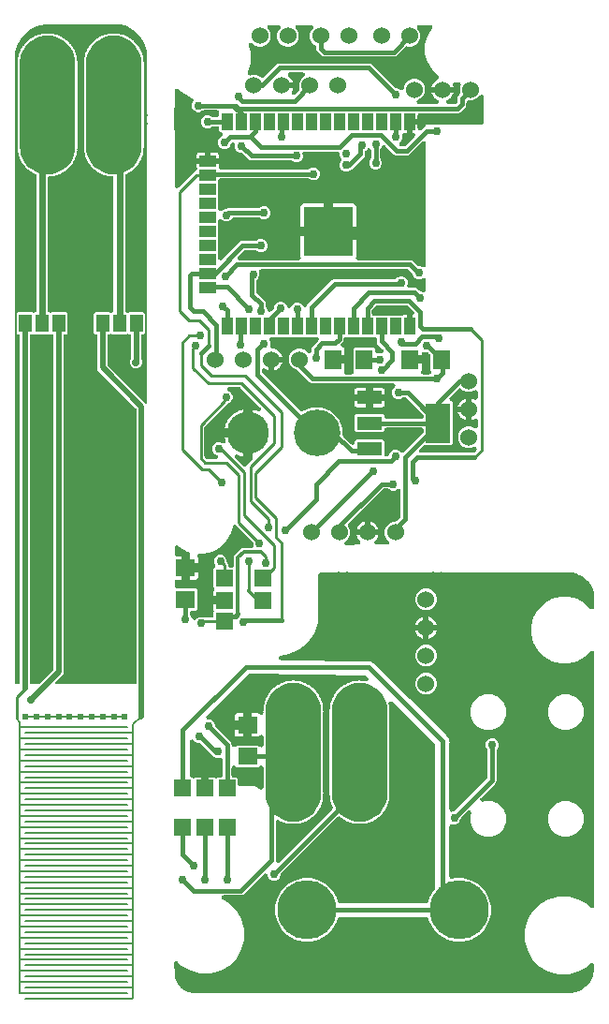
<source format=gbr>
G04 EAGLE Gerber RS-274X export*
G75*
%MOMM*%
%FSLAX34Y34*%
%LPD*%
%INTop Copper*%
%IPPOS*%
%AMOC8*
5,1,8,0,0,1.08239X$1,22.5*%
G01*
%ADD10R,1.000000X1.500000*%
%ADD11R,1.500000X1.000000*%
%ADD12R,4.500000X4.500000*%
%ADD13R,2.235200X1.219200*%
%ADD14R,2.200000X3.600000*%
%ADD15R,1.600000X1.803000*%
%ADD16R,1.803000X1.600000*%
%ADD17C,5.334000*%
%ADD18C,1.524000*%
%ADD19R,1.500000X1.500000*%
%ADD20R,1.168400X1.600200*%
%ADD21R,1.000000X1.000000*%
%ADD22C,4.216000*%
%ADD23C,3.816000*%
%ADD24C,0.756400*%
%ADD25C,0.406400*%
%ADD26C,0.304800*%
%ADD27C,0.254000*%
%ADD28C,0.609600*%
%ADD29C,0.200000*%
%ADD30C,0.508000*%
%ADD31C,0.203200*%
%ADD32C,0.606400*%
%ADD33C,0.711200*%

G36*
X514395Y10169D02*
X514395Y10169D01*
X514604Y10181D01*
X516995Y10524D01*
X517027Y10532D01*
X517061Y10534D01*
X517382Y10618D01*
X517386Y10620D01*
X522406Y12388D01*
X522496Y12430D01*
X522590Y12463D01*
X522698Y12524D01*
X522770Y12558D01*
X522814Y12591D01*
X522879Y12628D01*
X527274Y15637D01*
X527350Y15701D01*
X527433Y15757D01*
X527521Y15845D01*
X527582Y15896D01*
X527616Y15939D01*
X527668Y15991D01*
X531135Y20035D01*
X531192Y20117D01*
X531257Y20193D01*
X531320Y20300D01*
X531365Y20365D01*
X531387Y20416D01*
X531424Y20479D01*
X533726Y25283D01*
X533760Y25377D01*
X533803Y25467D01*
X533836Y25586D01*
X533863Y25661D01*
X533871Y25716D01*
X533891Y25787D01*
X534871Y31022D01*
X534874Y31056D01*
X534882Y31088D01*
X534905Y31419D01*
X534893Y32467D01*
X534891Y32487D01*
X534893Y32506D01*
X534869Y32686D01*
X534849Y32867D01*
X534843Y32886D01*
X534840Y32906D01*
X534839Y32909D01*
X534839Y34532D01*
X534837Y34553D01*
X534839Y34571D01*
X534833Y34620D01*
X534833Y34688D01*
X534785Y35318D01*
X534762Y35449D01*
X534747Y35580D01*
X534726Y35646D01*
X534714Y35714D01*
X534666Y35838D01*
X534626Y35964D01*
X534592Y36025D01*
X534567Y36089D01*
X534495Y36200D01*
X534431Y36316D01*
X534386Y36369D01*
X534349Y36427D01*
X534256Y36523D01*
X534170Y36623D01*
X534116Y36666D01*
X534068Y36716D01*
X533958Y36791D01*
X533855Y36873D01*
X533793Y36904D01*
X533736Y36943D01*
X533614Y36995D01*
X533496Y37055D01*
X533429Y37074D01*
X533365Y37101D01*
X533236Y37128D01*
X533108Y37163D01*
X533039Y37168D01*
X532971Y37182D01*
X532839Y37183D01*
X532706Y37193D01*
X532637Y37184D01*
X532568Y37184D01*
X532439Y37159D01*
X532307Y37142D01*
X532241Y37120D01*
X532173Y37107D01*
X532051Y37056D01*
X531925Y37014D01*
X531865Y36980D01*
X531801Y36953D01*
X531691Y36879D01*
X531576Y36813D01*
X531515Y36761D01*
X531467Y36729D01*
X531412Y36674D01*
X531323Y36598D01*
X528589Y33864D01*
X520571Y29235D01*
X511629Y26839D01*
X502371Y26839D01*
X493429Y29235D01*
X485411Y33864D01*
X478864Y40411D01*
X474235Y48429D01*
X471839Y57371D01*
X471839Y66629D01*
X474235Y75571D01*
X478864Y83589D01*
X485411Y90136D01*
X493429Y94765D01*
X502371Y97161D01*
X511629Y97161D01*
X520571Y94765D01*
X528589Y90136D01*
X531372Y87353D01*
X531379Y87347D01*
X531384Y87341D01*
X531534Y87220D01*
X531683Y87098D01*
X531691Y87094D01*
X531698Y87088D01*
X531868Y87000D01*
X532039Y86909D01*
X532048Y86907D01*
X532055Y86903D01*
X532240Y86850D01*
X532425Y86795D01*
X532434Y86794D01*
X532442Y86791D01*
X532633Y86776D01*
X532826Y86758D01*
X532835Y86759D01*
X532844Y86758D01*
X533033Y86781D01*
X533226Y86802D01*
X533235Y86804D01*
X533243Y86805D01*
X533425Y86865D01*
X533610Y86923D01*
X533618Y86927D01*
X533626Y86930D01*
X533795Y87025D01*
X533962Y87118D01*
X533969Y87124D01*
X533977Y87128D01*
X534123Y87254D01*
X534269Y87378D01*
X534275Y87385D01*
X534282Y87391D01*
X534399Y87543D01*
X534519Y87694D01*
X534523Y87702D01*
X534528Y87709D01*
X534614Y87881D01*
X534701Y88053D01*
X534704Y88062D01*
X534708Y88070D01*
X534758Y88256D01*
X534809Y88441D01*
X534810Y88450D01*
X534812Y88459D01*
X534839Y88789D01*
X534839Y317282D01*
X534838Y317290D01*
X534839Y317299D01*
X534818Y317491D01*
X534799Y317682D01*
X534797Y317691D01*
X534796Y317700D01*
X534738Y317881D01*
X534681Y318067D01*
X534677Y318075D01*
X534674Y318084D01*
X534581Y318252D01*
X534489Y318421D01*
X534484Y318428D01*
X534479Y318436D01*
X534355Y318583D01*
X534232Y318730D01*
X534225Y318736D01*
X534219Y318743D01*
X534068Y318862D01*
X533918Y318983D01*
X533910Y318987D01*
X533903Y318992D01*
X533730Y319080D01*
X533561Y319168D01*
X533552Y319171D01*
X533544Y319175D01*
X533358Y319227D01*
X533174Y319280D01*
X533165Y319280D01*
X533156Y319283D01*
X532963Y319297D01*
X532772Y319313D01*
X532764Y319312D01*
X532755Y319312D01*
X532562Y319288D01*
X532373Y319266D01*
X532364Y319263D01*
X532355Y319262D01*
X532172Y319200D01*
X531990Y319141D01*
X531982Y319136D01*
X531974Y319134D01*
X531807Y319038D01*
X531639Y318943D01*
X531632Y318937D01*
X531625Y318933D01*
X531372Y318718D01*
X526519Y313865D01*
X519642Y309895D01*
X511971Y307839D01*
X504029Y307839D01*
X496358Y309895D01*
X489481Y313865D01*
X483865Y319481D01*
X479895Y326358D01*
X477839Y334029D01*
X477839Y341971D01*
X479895Y349642D01*
X483865Y356519D01*
X489481Y362135D01*
X496358Y366105D01*
X504029Y368161D01*
X511971Y368161D01*
X519642Y366105D01*
X526519Y362135D01*
X531372Y357282D01*
X531379Y357276D01*
X531384Y357270D01*
X531534Y357149D01*
X531683Y357027D01*
X531691Y357023D01*
X531698Y357017D01*
X531868Y356929D01*
X532039Y356838D01*
X532048Y356836D01*
X532055Y356832D01*
X532240Y356778D01*
X532425Y356724D01*
X532434Y356723D01*
X532442Y356720D01*
X532634Y356705D01*
X532826Y356687D01*
X532835Y356688D01*
X532844Y356687D01*
X533033Y356710D01*
X533226Y356731D01*
X533235Y356733D01*
X533243Y356734D01*
X533425Y356794D01*
X533610Y356852D01*
X533618Y356856D01*
X533626Y356859D01*
X533795Y356954D01*
X533962Y357047D01*
X533969Y357053D01*
X533977Y357057D01*
X534123Y357183D01*
X534269Y357307D01*
X534275Y357314D01*
X534282Y357320D01*
X534399Y357472D01*
X534519Y357623D01*
X534523Y357631D01*
X534528Y357638D01*
X534614Y357810D01*
X534701Y357982D01*
X534704Y357991D01*
X534708Y357999D01*
X534758Y358185D01*
X534809Y358370D01*
X534810Y358379D01*
X534812Y358388D01*
X534839Y358718D01*
X534839Y369316D01*
X534831Y369395D01*
X534819Y369604D01*
X534476Y371995D01*
X534468Y372027D01*
X534466Y372061D01*
X534447Y372133D01*
X534444Y372159D01*
X534424Y372218D01*
X534382Y372382D01*
X532612Y377406D01*
X532570Y377496D01*
X532537Y377590D01*
X532476Y377698D01*
X532442Y377770D01*
X532409Y377814D01*
X532372Y377879D01*
X529363Y382274D01*
X529299Y382350D01*
X529243Y382433D01*
X529155Y382521D01*
X529104Y382582D01*
X529061Y382616D01*
X529009Y382668D01*
X524965Y386135D01*
X524883Y386192D01*
X524807Y386257D01*
X524700Y386320D01*
X524635Y386365D01*
X524584Y386387D01*
X524521Y386424D01*
X519717Y388726D01*
X519623Y388760D01*
X519533Y388803D01*
X519414Y388836D01*
X519339Y388863D01*
X519284Y388871D01*
X519213Y388891D01*
X513978Y389871D01*
X513944Y389874D01*
X513912Y389882D01*
X513581Y389905D01*
X512533Y389893D01*
X512513Y389891D01*
X512494Y389893D01*
X512314Y389869D01*
X512133Y389849D01*
X512114Y389843D01*
X512094Y389840D01*
X512091Y389839D01*
X510468Y389839D01*
X510404Y389833D01*
X510313Y389833D01*
X508764Y389714D01*
X508689Y389739D01*
X508538Y389772D01*
X508389Y389812D01*
X508336Y389816D01*
X508296Y389825D01*
X508209Y389827D01*
X508058Y389839D01*
X402979Y389839D01*
X402145Y390185D01*
X402115Y390194D01*
X402087Y390208D01*
X401923Y390252D01*
X401760Y390301D01*
X401729Y390304D01*
X401698Y390312D01*
X401368Y390339D01*
X397581Y390339D01*
X397027Y390569D01*
X397002Y390576D01*
X396978Y390588D01*
X396810Y390634D01*
X396642Y390685D01*
X396615Y390688D01*
X396589Y390695D01*
X396415Y390707D01*
X396241Y390723D01*
X396214Y390720D01*
X396188Y390722D01*
X396015Y390700D01*
X395841Y390682D01*
X395815Y390674D01*
X395789Y390670D01*
X395473Y390569D01*
X394919Y390339D01*
X390081Y390339D01*
X389527Y390569D01*
X389502Y390576D01*
X389478Y390588D01*
X389310Y390634D01*
X389142Y390685D01*
X389115Y390688D01*
X389089Y390695D01*
X388915Y390707D01*
X388741Y390723D01*
X388714Y390720D01*
X388688Y390722D01*
X388515Y390700D01*
X388341Y390682D01*
X388315Y390674D01*
X388289Y390670D01*
X387973Y390569D01*
X387419Y390339D01*
X383632Y390339D01*
X383601Y390336D01*
X383570Y390338D01*
X383401Y390316D01*
X383232Y390299D01*
X383202Y390290D01*
X383171Y390286D01*
X382855Y390185D01*
X382021Y389839D01*
X317979Y389839D01*
X317145Y390185D01*
X317115Y390194D01*
X317087Y390208D01*
X316923Y390252D01*
X316760Y390301D01*
X316729Y390304D01*
X316698Y390312D01*
X316368Y390339D01*
X312581Y390339D01*
X312027Y390569D01*
X312002Y390576D01*
X311978Y390588D01*
X311810Y390634D01*
X311642Y390685D01*
X311615Y390688D01*
X311589Y390695D01*
X311415Y390707D01*
X311241Y390723D01*
X311214Y390720D01*
X311188Y390722D01*
X311015Y390700D01*
X310841Y390682D01*
X310815Y390674D01*
X310789Y390670D01*
X310473Y390569D01*
X309919Y390339D01*
X305081Y390339D01*
X304527Y390569D01*
X304502Y390576D01*
X304478Y390588D01*
X304310Y390634D01*
X304142Y390685D01*
X304115Y390688D01*
X304089Y390695D01*
X303915Y390707D01*
X303741Y390723D01*
X303714Y390720D01*
X303688Y390722D01*
X303515Y390700D01*
X303341Y390682D01*
X303315Y390674D01*
X303289Y390670D01*
X302973Y390569D01*
X302419Y390339D01*
X298632Y390339D01*
X298601Y390336D01*
X298570Y390338D01*
X298401Y390316D01*
X298232Y390299D01*
X298202Y390290D01*
X298171Y390286D01*
X297855Y390185D01*
X297021Y389839D01*
X287192Y389839D01*
X287174Y389837D01*
X287156Y389839D01*
X286974Y389818D01*
X286791Y389799D01*
X286774Y389794D01*
X286757Y389792D01*
X286582Y389735D01*
X286406Y389681D01*
X286391Y389673D01*
X286374Y389667D01*
X286214Y389577D01*
X286052Y389489D01*
X286039Y389478D01*
X286023Y389469D01*
X285884Y389349D01*
X285743Y389232D01*
X285732Y389218D01*
X285718Y389206D01*
X285606Y389061D01*
X285491Y388918D01*
X285483Y388902D01*
X285472Y388888D01*
X285390Y388723D01*
X285305Y388561D01*
X285300Y388544D01*
X285292Y388528D01*
X285245Y388349D01*
X285194Y388174D01*
X285192Y388156D01*
X285188Y388139D01*
X285161Y387808D01*
X285161Y351855D01*
X285175Y351715D01*
X285180Y351575D01*
X285195Y351507D01*
X285201Y351455D01*
X285225Y351377D01*
X285253Y351251D01*
X285302Y351093D01*
X285169Y349631D01*
X285170Y349557D01*
X285161Y349447D01*
X285161Y347979D01*
X285097Y347826D01*
X285057Y347691D01*
X285008Y347559D01*
X284996Y347491D01*
X284981Y347441D01*
X284973Y347359D01*
X284951Y347232D01*
X284669Y344127D01*
X281235Y334793D01*
X275503Y326665D01*
X267862Y320297D01*
X258834Y316125D01*
X251054Y314780D01*
X251038Y314776D01*
X251021Y314774D01*
X250843Y314722D01*
X250666Y314673D01*
X250651Y314665D01*
X250634Y314660D01*
X250470Y314573D01*
X250307Y314491D01*
X250294Y314480D01*
X250278Y314472D01*
X250135Y314355D01*
X249991Y314241D01*
X249980Y314228D01*
X249966Y314218D01*
X249849Y314075D01*
X249730Y313935D01*
X249722Y313920D01*
X249711Y313907D01*
X249624Y313744D01*
X249535Y313583D01*
X249529Y313566D01*
X249521Y313551D01*
X249468Y313374D01*
X249413Y313199D01*
X249411Y313182D01*
X249406Y313166D01*
X249389Y312981D01*
X249369Y312799D01*
X249370Y312782D01*
X249369Y312765D01*
X249388Y312581D01*
X249405Y312398D01*
X249409Y312381D01*
X249411Y312364D01*
X249467Y312188D01*
X249519Y312012D01*
X249527Y311997D01*
X249532Y311980D01*
X249621Y311819D01*
X249707Y311656D01*
X249718Y311642D01*
X249726Y311628D01*
X249845Y311487D01*
X249962Y311344D01*
X249975Y311333D01*
X249986Y311320D01*
X250130Y311206D01*
X250273Y311088D01*
X250288Y311080D01*
X250302Y311070D01*
X250466Y310986D01*
X250629Y310899D01*
X250645Y310895D01*
X250660Y310887D01*
X250839Y310837D01*
X251014Y310784D01*
X251031Y310783D01*
X251048Y310778D01*
X251378Y310747D01*
X330250Y309903D01*
X330268Y309904D01*
X330290Y309903D01*
X331536Y309914D01*
X332682Y309425D01*
X332699Y309419D01*
X332719Y309410D01*
X333874Y308943D01*
X334746Y308053D01*
X334759Y308041D01*
X334774Y308024D01*
X400789Y243172D01*
X400807Y243157D01*
X400822Y243140D01*
X400906Y243075D01*
X401963Y242018D01*
X401969Y242013D01*
X401976Y242006D01*
X402873Y241125D01*
X403352Y239966D01*
X403356Y239959D01*
X403359Y239949D01*
X403851Y238793D01*
X403851Y237537D01*
X403852Y237529D01*
X403851Y237519D01*
X403864Y236034D01*
X403851Y235871D01*
X403851Y175729D01*
X403852Y175716D01*
X403851Y175703D01*
X403872Y175516D01*
X403891Y175329D01*
X403895Y175316D01*
X403896Y175303D01*
X403954Y175124D01*
X404009Y174944D01*
X404015Y174932D01*
X404019Y174919D01*
X404111Y174755D01*
X404201Y174590D01*
X404209Y174580D01*
X404216Y174568D01*
X404339Y174424D01*
X404458Y174281D01*
X404469Y174272D01*
X404477Y174262D01*
X404626Y174146D01*
X404772Y174028D01*
X404784Y174022D01*
X404795Y174014D01*
X404963Y173929D01*
X405129Y173843D01*
X405142Y173839D01*
X405154Y173833D01*
X405336Y173783D01*
X405516Y173731D01*
X405530Y173730D01*
X405543Y173727D01*
X405729Y173714D01*
X405918Y173699D01*
X405931Y173700D01*
X405944Y173699D01*
X406130Y173723D01*
X406317Y173745D01*
X406330Y173750D01*
X406343Y173751D01*
X406659Y173853D01*
X407002Y173995D01*
X407379Y173995D01*
X407406Y173997D01*
X407433Y173995D01*
X407607Y174017D01*
X407780Y174035D01*
X407806Y174042D01*
X407832Y174046D01*
X407998Y174101D01*
X408165Y174153D01*
X408189Y174166D01*
X408214Y174174D01*
X408366Y174261D01*
X408519Y174345D01*
X408540Y174362D01*
X408563Y174375D01*
X408816Y174590D01*
X437822Y203596D01*
X437839Y203617D01*
X437860Y203634D01*
X437967Y203772D01*
X438077Y203908D01*
X438090Y203931D01*
X438106Y203952D01*
X438184Y204109D01*
X438266Y204263D01*
X438274Y204289D01*
X438286Y204313D01*
X438331Y204482D01*
X438381Y204649D01*
X438383Y204676D01*
X438390Y204702D01*
X438417Y205033D01*
X438417Y229074D01*
X438415Y229100D01*
X438417Y229127D01*
X438395Y229301D01*
X438377Y229474D01*
X438370Y229500D01*
X438366Y229526D01*
X438311Y229692D01*
X438259Y229859D01*
X438246Y229883D01*
X438238Y229908D01*
X438151Y230060D01*
X438067Y230213D01*
X438050Y230234D01*
X438037Y230257D01*
X437822Y230510D01*
X437555Y230777D01*
X436667Y232921D01*
X436667Y235241D01*
X437555Y237385D01*
X439196Y239026D01*
X441340Y239914D01*
X443660Y239914D01*
X445804Y239026D01*
X447445Y237385D01*
X448333Y235241D01*
X448333Y232921D01*
X447445Y230777D01*
X447178Y230510D01*
X447161Y230489D01*
X447140Y230472D01*
X447033Y230334D01*
X446923Y230198D01*
X446910Y230175D01*
X446894Y230154D01*
X446816Y229997D01*
X446734Y229843D01*
X446726Y229817D01*
X446714Y229793D01*
X446669Y229624D01*
X446619Y229457D01*
X446617Y229430D01*
X446610Y229404D01*
X446583Y229074D01*
X446583Y201688D01*
X445961Y200187D01*
X444527Y198753D01*
X432165Y186391D01*
X432162Y186387D01*
X432158Y186385D01*
X432034Y186231D01*
X431910Y186079D01*
X431908Y186075D01*
X431905Y186072D01*
X431811Y185893D01*
X431721Y185724D01*
X431720Y185719D01*
X431718Y185715D01*
X431662Y185524D01*
X431606Y185338D01*
X431606Y185333D01*
X431605Y185329D01*
X431588Y185136D01*
X431570Y184937D01*
X431570Y184932D01*
X431570Y184928D01*
X431592Y184737D01*
X431613Y184536D01*
X431615Y184532D01*
X431615Y184528D01*
X431675Y184342D01*
X431735Y184153D01*
X431737Y184149D01*
X431738Y184144D01*
X431835Y183971D01*
X431930Y183800D01*
X431932Y183797D01*
X431935Y183793D01*
X432063Y183643D01*
X432190Y183493D01*
X432194Y183491D01*
X432196Y183487D01*
X432351Y183366D01*
X432506Y183244D01*
X432510Y183242D01*
X432513Y183239D01*
X432689Y183151D01*
X432865Y183061D01*
X432869Y183060D01*
X432873Y183058D01*
X433062Y183007D01*
X433253Y182953D01*
X433257Y182953D01*
X433262Y182952D01*
X433458Y182938D01*
X433654Y182924D01*
X433659Y182925D01*
X433663Y182924D01*
X433859Y182950D01*
X434054Y182974D01*
X434058Y182976D01*
X434062Y182976D01*
X434378Y183078D01*
X435785Y183661D01*
X442215Y183661D01*
X448154Y181200D01*
X452700Y176654D01*
X455161Y170715D01*
X455161Y164285D01*
X452700Y158346D01*
X448154Y153800D01*
X442215Y151339D01*
X435785Y151339D01*
X429846Y153800D01*
X425300Y158346D01*
X422839Y164285D01*
X422839Y170715D01*
X423422Y172122D01*
X423423Y172126D01*
X423425Y172130D01*
X423481Y172317D01*
X423539Y172507D01*
X423539Y172512D01*
X423540Y172516D01*
X423558Y172714D01*
X423577Y172908D01*
X423576Y172912D01*
X423577Y172917D01*
X423555Y173116D01*
X423535Y173308D01*
X423534Y173313D01*
X423533Y173317D01*
X423474Y173505D01*
X423415Y173693D01*
X423413Y173697D01*
X423412Y173701D01*
X423318Y173870D01*
X423222Y174046D01*
X423219Y174049D01*
X423217Y174053D01*
X423090Y174203D01*
X422963Y174354D01*
X422959Y174357D01*
X422956Y174360D01*
X422803Y174482D01*
X422648Y174605D01*
X422644Y174607D01*
X422641Y174610D01*
X422465Y174699D01*
X422290Y174789D01*
X422286Y174790D01*
X422282Y174792D01*
X422089Y174846D01*
X421902Y174899D01*
X421898Y174899D01*
X421894Y174900D01*
X421692Y174915D01*
X421501Y174930D01*
X421497Y174929D01*
X421492Y174930D01*
X421291Y174904D01*
X421101Y174881D01*
X421097Y174880D01*
X421093Y174879D01*
X420905Y174816D01*
X420719Y174755D01*
X420715Y174752D01*
X420711Y174751D01*
X420541Y174653D01*
X420369Y174555D01*
X420366Y174552D01*
X420362Y174550D01*
X420109Y174335D01*
X414590Y168816D01*
X414573Y168795D01*
X414552Y168778D01*
X414445Y168640D01*
X414335Y168504D01*
X414322Y168481D01*
X414306Y168460D01*
X414228Y168303D01*
X414146Y168149D01*
X414138Y168123D01*
X414126Y168099D01*
X414081Y167930D01*
X414031Y167763D01*
X414029Y167736D01*
X414022Y167710D01*
X413995Y167379D01*
X413995Y167002D01*
X413107Y164858D01*
X411466Y163217D01*
X409322Y162329D01*
X407002Y162329D01*
X406659Y162471D01*
X406647Y162475D01*
X406635Y162481D01*
X406453Y162533D01*
X406274Y162588D01*
X406261Y162589D01*
X406248Y162593D01*
X406059Y162608D01*
X405873Y162626D01*
X405860Y162624D01*
X405846Y162625D01*
X405660Y162604D01*
X405473Y162584D01*
X405460Y162580D01*
X405447Y162579D01*
X405268Y162520D01*
X405088Y162464D01*
X405077Y162458D01*
X405064Y162454D01*
X404899Y162361D01*
X404735Y162271D01*
X404725Y162262D01*
X404713Y162256D01*
X404570Y162133D01*
X404427Y162012D01*
X404419Y162001D01*
X404408Y161993D01*
X404294Y161844D01*
X404176Y161697D01*
X404170Y161685D01*
X404162Y161675D01*
X404078Y161507D01*
X403992Y161339D01*
X403988Y161326D01*
X403982Y161314D01*
X403933Y161131D01*
X403882Y160952D01*
X403881Y160938D01*
X403878Y160925D01*
X403851Y160595D01*
X403851Y115063D01*
X403859Y114982D01*
X403857Y114900D01*
X403879Y114782D01*
X403891Y114663D01*
X403915Y114584D01*
X403929Y114503D01*
X403974Y114392D01*
X404009Y114278D01*
X404048Y114206D01*
X404078Y114129D01*
X404144Y114029D01*
X404201Y113924D01*
X404253Y113861D01*
X404298Y113792D01*
X404382Y113707D01*
X404458Y113615D01*
X404522Y113563D01*
X404580Y113505D01*
X404679Y113437D01*
X404772Y113362D01*
X404845Y113325D01*
X404913Y113278D01*
X405023Y113232D01*
X405129Y113177D01*
X405208Y113154D01*
X405284Y113122D01*
X405401Y113099D01*
X405516Y113065D01*
X405598Y113059D01*
X405679Y113042D01*
X405798Y113042D01*
X405918Y113033D01*
X405999Y113042D01*
X406081Y113042D01*
X406231Y113069D01*
X406317Y113079D01*
X406356Y113092D01*
X406408Y113101D01*
X408719Y113721D01*
X416281Y113721D01*
X423586Y111763D01*
X430135Y107982D01*
X435482Y102635D01*
X439263Y96086D01*
X441221Y88781D01*
X441221Y81219D01*
X439263Y73914D01*
X435482Y67365D01*
X430135Y62018D01*
X423586Y58237D01*
X416281Y56279D01*
X408719Y56279D01*
X401414Y58237D01*
X394865Y62018D01*
X389518Y67365D01*
X385737Y73914D01*
X384871Y77144D01*
X384816Y77289D01*
X384768Y77436D01*
X384745Y77477D01*
X384729Y77520D01*
X384647Y77652D01*
X384570Y77787D01*
X384540Y77822D01*
X384515Y77862D01*
X384409Y77974D01*
X384307Y78092D01*
X384270Y78120D01*
X384238Y78154D01*
X384111Y78243D01*
X383989Y78338D01*
X383947Y78359D01*
X383909Y78386D01*
X383768Y78448D01*
X383629Y78518D01*
X383584Y78530D01*
X383541Y78548D01*
X383390Y78582D01*
X383240Y78622D01*
X383187Y78626D01*
X383148Y78635D01*
X383061Y78637D01*
X382909Y78649D01*
X304591Y78649D01*
X304437Y78634D01*
X304282Y78626D01*
X304237Y78614D01*
X304190Y78609D01*
X304042Y78564D01*
X303892Y78525D01*
X303850Y78505D01*
X303805Y78491D01*
X303669Y78417D01*
X303529Y78350D01*
X303492Y78322D01*
X303451Y78299D01*
X303332Y78200D01*
X303209Y78106D01*
X303178Y78072D01*
X303142Y78042D01*
X303045Y77921D01*
X302942Y77805D01*
X302919Y77764D01*
X302890Y77728D01*
X302818Y77591D01*
X302741Y77456D01*
X302723Y77406D01*
X302704Y77371D01*
X302680Y77288D01*
X302629Y77144D01*
X301763Y73914D01*
X297982Y67365D01*
X292635Y62018D01*
X286086Y58237D01*
X278781Y56279D01*
X271219Y56279D01*
X263914Y58237D01*
X257365Y62018D01*
X252018Y67365D01*
X248237Y73914D01*
X246279Y81219D01*
X246279Y88781D01*
X248237Y96086D01*
X252018Y102635D01*
X257365Y107982D01*
X263914Y111763D01*
X271219Y113721D01*
X278781Y113721D01*
X286086Y111763D01*
X292635Y107982D01*
X297982Y102635D01*
X301763Y96086D01*
X302629Y92856D01*
X302684Y92711D01*
X302732Y92564D01*
X302755Y92523D01*
X302771Y92480D01*
X302853Y92348D01*
X302930Y92213D01*
X302960Y92178D01*
X302985Y92138D01*
X303091Y92026D01*
X303193Y91908D01*
X303230Y91880D01*
X303262Y91846D01*
X303389Y91757D01*
X303511Y91662D01*
X303553Y91641D01*
X303591Y91614D01*
X303732Y91552D01*
X303871Y91482D01*
X303916Y91470D01*
X303959Y91452D01*
X304110Y91418D01*
X304260Y91378D01*
X304313Y91374D01*
X304352Y91365D01*
X304439Y91363D01*
X304591Y91351D01*
X382909Y91351D01*
X383063Y91366D01*
X383218Y91374D01*
X383263Y91386D01*
X383310Y91391D01*
X383458Y91436D01*
X383608Y91475D01*
X383650Y91495D01*
X383695Y91509D01*
X383831Y91583D01*
X383971Y91650D01*
X384008Y91678D01*
X384049Y91701D01*
X384168Y91800D01*
X384291Y91894D01*
X384322Y91928D01*
X384358Y91958D01*
X384455Y92079D01*
X384558Y92195D01*
X384581Y92236D01*
X384610Y92272D01*
X384682Y92409D01*
X384759Y92544D01*
X384777Y92594D01*
X384796Y92629D01*
X384820Y92712D01*
X384871Y92856D01*
X385737Y96086D01*
X389518Y102635D01*
X390554Y103672D01*
X390571Y103692D01*
X390592Y103710D01*
X390699Y103848D01*
X390809Y103983D01*
X390822Y104007D01*
X390838Y104028D01*
X390916Y104185D01*
X390998Y104339D01*
X391006Y104364D01*
X391018Y104388D01*
X391063Y104558D01*
X391113Y104725D01*
X391115Y104751D01*
X391122Y104777D01*
X391149Y105108D01*
X391149Y233984D01*
X391146Y234020D01*
X391148Y234056D01*
X391126Y234220D01*
X391109Y234385D01*
X391099Y234419D01*
X391094Y234455D01*
X391040Y234612D01*
X390991Y234770D01*
X390974Y234801D01*
X390962Y234835D01*
X390878Y234978D01*
X390799Y235124D01*
X390777Y235151D01*
X390758Y235182D01*
X390542Y235432D01*
X390542Y235433D01*
X352222Y273078D01*
X352209Y273088D01*
X352199Y273100D01*
X352053Y273214D01*
X351908Y273331D01*
X351894Y273338D01*
X351882Y273348D01*
X351716Y273430D01*
X351551Y273516D01*
X351536Y273521D01*
X351521Y273528D01*
X351342Y273576D01*
X351164Y273627D01*
X351148Y273629D01*
X351133Y273633D01*
X350948Y273645D01*
X350763Y273660D01*
X350747Y273658D01*
X350731Y273660D01*
X350547Y273635D01*
X350363Y273613D01*
X350348Y273608D01*
X350332Y273606D01*
X350156Y273546D01*
X349980Y273488D01*
X349966Y273481D01*
X349951Y273476D01*
X349790Y273382D01*
X349629Y273291D01*
X349617Y273280D01*
X349604Y273272D01*
X349465Y273148D01*
X349325Y273027D01*
X349315Y273015D01*
X349303Y273004D01*
X349192Y272856D01*
X349078Y272709D01*
X349071Y272695D01*
X349061Y272682D01*
X348982Y272516D01*
X348899Y272349D01*
X348895Y272333D01*
X348888Y272319D01*
X348843Y272140D01*
X348794Y271960D01*
X348793Y271944D01*
X348789Y271929D01*
X348780Y271743D01*
X348768Y271558D01*
X348770Y271542D01*
X348770Y271527D01*
X348813Y271198D01*
X348961Y270521D01*
X348986Y270442D01*
X349003Y270360D01*
X349048Y270251D01*
X349085Y270138D01*
X349126Y270066D01*
X349158Y269989D01*
X349220Y269896D01*
X349270Y269195D01*
X349283Y269118D01*
X349311Y268909D01*
X349459Y268230D01*
X349445Y268160D01*
X349414Y268046D01*
X349407Y267963D01*
X349391Y267881D01*
X349390Y267731D01*
X349383Y267644D01*
X349389Y267603D01*
X349388Y267549D01*
X349437Y266865D01*
X349463Y266711D01*
X349483Y266557D01*
X349497Y266513D01*
X349505Y266468D01*
X349551Y266351D01*
X349551Y265346D01*
X349557Y265285D01*
X349556Y265201D01*
X349627Y264200D01*
X349618Y264159D01*
X349578Y264008D01*
X349574Y263957D01*
X349565Y263918D01*
X349563Y263831D01*
X349551Y263678D01*
X349551Y191322D01*
X349566Y191167D01*
X349575Y191012D01*
X349586Y190968D01*
X349591Y190922D01*
X349628Y190801D01*
X349556Y189799D01*
X349558Y189738D01*
X349551Y189654D01*
X349551Y188651D01*
X349539Y188610D01*
X349488Y188463D01*
X349480Y188412D01*
X349468Y188374D01*
X349460Y188287D01*
X349437Y188135D01*
X349388Y187451D01*
X349390Y187368D01*
X349383Y187284D01*
X349396Y187167D01*
X349399Y187049D01*
X349418Y186967D01*
X349427Y186884D01*
X349461Y186778D01*
X349311Y186091D01*
X349302Y186013D01*
X349270Y185805D01*
X349221Y185112D01*
X349188Y185049D01*
X349125Y184948D01*
X349096Y184870D01*
X349057Y184796D01*
X349013Y184652D01*
X348983Y184571D01*
X348976Y184530D01*
X348961Y184479D01*
X348780Y183648D01*
X348770Y183565D01*
X348751Y183484D01*
X348747Y183366D01*
X348734Y183248D01*
X348741Y183165D01*
X348738Y183082D01*
X348756Y182972D01*
X348511Y182314D01*
X348491Y182238D01*
X348429Y182036D01*
X348282Y181357D01*
X348240Y181299D01*
X348164Y181208D01*
X348123Y181135D01*
X348075Y181067D01*
X348011Y180931D01*
X347969Y180856D01*
X347957Y180816D01*
X347934Y180767D01*
X347637Y179971D01*
X347616Y179890D01*
X347585Y179813D01*
X347565Y179696D01*
X347534Y179582D01*
X347529Y179498D01*
X347515Y179416D01*
X347517Y179305D01*
X347181Y178688D01*
X347150Y178616D01*
X347060Y178425D01*
X346818Y177774D01*
X346768Y177722D01*
X346680Y177644D01*
X346630Y177577D01*
X346572Y177517D01*
X346489Y177391D01*
X346437Y177322D01*
X346419Y177285D01*
X346390Y177239D01*
X345982Y176494D01*
X345950Y176417D01*
X345909Y176344D01*
X345872Y176232D01*
X345825Y176123D01*
X345809Y176041D01*
X345783Y175962D01*
X345769Y175851D01*
X345348Y175289D01*
X345307Y175222D01*
X345191Y175045D01*
X344859Y174435D01*
X344802Y174391D01*
X344703Y174326D01*
X344644Y174267D01*
X344579Y174216D01*
X344479Y174103D01*
X344418Y174042D01*
X344395Y174008D01*
X344359Y173967D01*
X343850Y173287D01*
X343806Y173216D01*
X343755Y173150D01*
X343703Y173044D01*
X343641Y172943D01*
X343613Y172864D01*
X343576Y172789D01*
X343547Y172682D01*
X343050Y172185D01*
X343000Y172124D01*
X342860Y171966D01*
X342444Y171410D01*
X342383Y171374D01*
X342275Y171324D01*
X342208Y171274D01*
X342136Y171232D01*
X342021Y171135D01*
X341952Y171084D01*
X341924Y171053D01*
X341883Y171018D01*
X341282Y170417D01*
X341229Y170352D01*
X341170Y170294D01*
X341102Y170197D01*
X341027Y170105D01*
X340988Y170032D01*
X340941Y169963D01*
X340897Y169861D01*
X340334Y169440D01*
X340277Y169387D01*
X340115Y169250D01*
X339624Y168759D01*
X339558Y168732D01*
X339445Y168697D01*
X339371Y168658D01*
X339294Y168627D01*
X339166Y168547D01*
X339091Y168506D01*
X339059Y168479D01*
X339013Y168450D01*
X338333Y167941D01*
X338271Y167885D01*
X338204Y167836D01*
X338123Y167749D01*
X338036Y167669D01*
X337987Y167602D01*
X337930Y167541D01*
X337872Y167445D01*
X337255Y167109D01*
X337190Y167064D01*
X337011Y166952D01*
X336455Y166536D01*
X336386Y166519D01*
X336269Y166501D01*
X336191Y166472D01*
X336110Y166452D01*
X335972Y166391D01*
X335891Y166361D01*
X335856Y166340D01*
X335806Y166318D01*
X335061Y165910D01*
X334992Y165863D01*
X334918Y165825D01*
X334826Y165750D01*
X334728Y165683D01*
X334670Y165624D01*
X334605Y165571D01*
X334534Y165485D01*
X333875Y165240D01*
X333805Y165205D01*
X333612Y165119D01*
X333003Y164787D01*
X332932Y164780D01*
X332813Y164778D01*
X332731Y164761D01*
X332648Y164753D01*
X332503Y164712D01*
X332419Y164694D01*
X332381Y164678D01*
X332329Y164663D01*
X331533Y164366D01*
X331458Y164329D01*
X331379Y164301D01*
X331278Y164241D01*
X331172Y164189D01*
X331105Y164138D01*
X331034Y164095D01*
X330951Y164020D01*
X330264Y163871D01*
X330189Y163847D01*
X329986Y163789D01*
X329336Y163547D01*
X329264Y163550D01*
X329147Y163565D01*
X329064Y163560D01*
X328981Y163564D01*
X328831Y163544D01*
X328746Y163538D01*
X328705Y163527D01*
X328652Y163520D01*
X327821Y163339D01*
X327742Y163314D01*
X327660Y163297D01*
X327551Y163252D01*
X327438Y163215D01*
X327365Y163174D01*
X327289Y163142D01*
X327196Y163080D01*
X326495Y163030D01*
X326418Y163017D01*
X326209Y162989D01*
X325530Y162841D01*
X325460Y162855D01*
X325346Y162886D01*
X325263Y162893D01*
X325181Y162909D01*
X325031Y162910D01*
X324944Y162917D01*
X324903Y162911D01*
X324849Y162912D01*
X324001Y162851D01*
X323919Y162837D01*
X323836Y162833D01*
X323721Y162803D01*
X323605Y162783D01*
X323527Y162753D01*
X323446Y162732D01*
X323346Y162684D01*
X322645Y162734D01*
X322566Y162731D01*
X322355Y162734D01*
X321662Y162684D01*
X321595Y162708D01*
X321487Y162755D01*
X321405Y162773D01*
X321326Y162801D01*
X321178Y162824D01*
X321094Y162842D01*
X321052Y162843D01*
X320999Y162851D01*
X320151Y162912D01*
X320068Y162910D01*
X319984Y162917D01*
X319867Y162904D01*
X319749Y162901D01*
X319667Y162882D01*
X319584Y162873D01*
X319478Y162839D01*
X318791Y162989D01*
X318713Y162998D01*
X318505Y163030D01*
X317812Y163079D01*
X317749Y163112D01*
X317648Y163175D01*
X317570Y163204D01*
X317496Y163243D01*
X317352Y163286D01*
X317272Y163317D01*
X317231Y163324D01*
X317179Y163339D01*
X316348Y163520D01*
X316265Y163530D01*
X316184Y163549D01*
X316066Y163553D01*
X315948Y163566D01*
X315865Y163559D01*
X315782Y163562D01*
X315672Y163544D01*
X315014Y163789D01*
X314937Y163809D01*
X314736Y163871D01*
X314057Y164018D01*
X313999Y164060D01*
X313908Y164136D01*
X313835Y164177D01*
X313767Y164225D01*
X313631Y164289D01*
X313556Y164331D01*
X313516Y164343D01*
X313467Y164366D01*
X312671Y164663D01*
X312590Y164684D01*
X312513Y164715D01*
X312396Y164735D01*
X312282Y164766D01*
X312198Y164771D01*
X312116Y164785D01*
X312005Y164783D01*
X311388Y165119D01*
X311316Y165150D01*
X311124Y165240D01*
X310474Y165482D01*
X310422Y165532D01*
X310344Y165620D01*
X310277Y165670D01*
X310217Y165728D01*
X310091Y165811D01*
X310022Y165863D01*
X309985Y165881D01*
X309939Y165910D01*
X309194Y166318D01*
X309117Y166350D01*
X309044Y166391D01*
X308932Y166428D01*
X308823Y166475D01*
X308741Y166491D01*
X308662Y166517D01*
X308551Y166531D01*
X307989Y166952D01*
X307922Y166993D01*
X307745Y167109D01*
X307136Y167441D01*
X307091Y167498D01*
X307026Y167596D01*
X306967Y167656D01*
X306916Y167721D01*
X306803Y167821D01*
X306743Y167882D01*
X306708Y167905D01*
X306667Y167941D01*
X305987Y168450D01*
X305916Y168494D01*
X305850Y168545D01*
X305744Y168597D01*
X305642Y168659D01*
X305564Y168687D01*
X305489Y168724D01*
X305382Y168753D01*
X305141Y168994D01*
X305127Y169005D01*
X305115Y169019D01*
X304971Y169133D01*
X304829Y169249D01*
X304813Y169258D01*
X304799Y169269D01*
X304636Y169352D01*
X304473Y169438D01*
X304456Y169443D01*
X304440Y169451D01*
X304264Y169500D01*
X304087Y169553D01*
X304070Y169554D01*
X304052Y169559D01*
X303870Y169572D01*
X303686Y169589D01*
X303669Y169587D01*
X303651Y169588D01*
X303469Y169565D01*
X303286Y169546D01*
X303269Y169540D01*
X303251Y169538D01*
X303077Y169479D01*
X302902Y169424D01*
X302887Y169415D01*
X302870Y169410D01*
X302710Y169318D01*
X302550Y169229D01*
X302536Y169218D01*
X302521Y169209D01*
X302268Y168994D01*
X251428Y118154D01*
X251411Y118133D01*
X251390Y118116D01*
X251283Y117978D01*
X251173Y117842D01*
X251160Y117819D01*
X251144Y117798D01*
X251066Y117641D01*
X250984Y117487D01*
X250976Y117461D01*
X250964Y117437D01*
X250919Y117268D01*
X250869Y117101D01*
X250867Y117074D01*
X250860Y117048D01*
X250833Y116717D01*
X250833Y116340D01*
X249945Y114196D01*
X248304Y112555D01*
X246160Y111667D01*
X243840Y111667D01*
X241696Y112555D01*
X240055Y114196D01*
X239074Y116565D01*
X239065Y116592D01*
X239009Y116775D01*
X239005Y116783D01*
X239002Y116791D01*
X238909Y116960D01*
X238817Y117129D01*
X238812Y117136D01*
X238807Y117144D01*
X238683Y117291D01*
X238560Y117438D01*
X238553Y117444D01*
X238547Y117451D01*
X238395Y117571D01*
X238246Y117691D01*
X238238Y117695D01*
X238231Y117700D01*
X238058Y117788D01*
X237889Y117876D01*
X237880Y117879D01*
X237872Y117883D01*
X237686Y117935D01*
X237502Y117988D01*
X237493Y117988D01*
X237484Y117991D01*
X237291Y118005D01*
X237100Y118020D01*
X237092Y118019D01*
X237083Y118020D01*
X236890Y117996D01*
X236701Y117974D01*
X236692Y117971D01*
X236683Y117970D01*
X236501Y117908D01*
X236318Y117849D01*
X236310Y117844D01*
X236302Y117841D01*
X236135Y117745D01*
X235967Y117651D01*
X235960Y117645D01*
X235953Y117641D01*
X235700Y117426D01*
X218747Y100473D01*
X217313Y99039D01*
X215812Y98417D01*
X199558Y98417D01*
X199485Y98410D01*
X199411Y98412D01*
X199285Y98390D01*
X199157Y98377D01*
X199087Y98356D01*
X199015Y98343D01*
X198895Y98297D01*
X198772Y98259D01*
X198708Y98224D01*
X198639Y98198D01*
X198531Y98129D01*
X198418Y98067D01*
X198362Y98021D01*
X198300Y97981D01*
X198207Y97892D01*
X198109Y97810D01*
X198063Y97753D01*
X198010Y97702D01*
X197937Y97596D01*
X197856Y97496D01*
X197823Y97431D01*
X197781Y97371D01*
X197730Y97252D01*
X197671Y97139D01*
X197651Y97068D01*
X197622Y97001D01*
X197595Y96875D01*
X197560Y96752D01*
X197554Y96679D01*
X197538Y96607D01*
X197537Y96479D01*
X197527Y96350D01*
X197535Y96278D01*
X197535Y96204D01*
X197559Y96078D01*
X197574Y95951D01*
X197596Y95881D01*
X197610Y95809D01*
X197659Y95690D01*
X197698Y95568D01*
X197734Y95504D01*
X197762Y95436D01*
X197833Y95329D01*
X197896Y95217D01*
X197944Y95162D01*
X197985Y95101D01*
X198076Y95010D01*
X198160Y94913D01*
X198217Y94868D01*
X198269Y94816D01*
X198409Y94719D01*
X198478Y94666D01*
X198507Y94651D01*
X198542Y94627D01*
X204589Y91136D01*
X211136Y84589D01*
X215765Y76571D01*
X218161Y67629D01*
X218161Y58371D01*
X215765Y49429D01*
X211136Y41411D01*
X204589Y34864D01*
X196571Y30235D01*
X187629Y27839D01*
X178371Y27839D01*
X169429Y30235D01*
X161411Y34864D01*
X158128Y38147D01*
X158121Y38153D01*
X158116Y38159D01*
X157966Y38280D01*
X157817Y38402D01*
X157809Y38406D01*
X157802Y38412D01*
X157632Y38500D01*
X157461Y38591D01*
X157452Y38593D01*
X157445Y38597D01*
X157260Y38650D01*
X157075Y38705D01*
X157066Y38706D01*
X157058Y38709D01*
X156867Y38724D01*
X156674Y38742D01*
X156665Y38741D01*
X156656Y38742D01*
X156467Y38719D01*
X156274Y38698D01*
X156265Y38696D01*
X156257Y38695D01*
X156075Y38635D01*
X155890Y38577D01*
X155882Y38573D01*
X155874Y38570D01*
X155705Y38475D01*
X155538Y38382D01*
X155531Y38376D01*
X155523Y38372D01*
X155377Y38246D01*
X155231Y38122D01*
X155225Y38115D01*
X155218Y38109D01*
X155101Y37957D01*
X154981Y37806D01*
X154977Y37798D01*
X154972Y37791D01*
X154886Y37619D01*
X154799Y37447D01*
X154796Y37438D01*
X154792Y37430D01*
X154742Y37244D01*
X154691Y37059D01*
X154690Y37050D01*
X154688Y37041D01*
X154661Y36711D01*
X154661Y33632D01*
X154664Y33601D01*
X154662Y33570D01*
X154684Y33401D01*
X154701Y33232D01*
X154710Y33202D01*
X154714Y33171D01*
X154815Y32855D01*
X155161Y32021D01*
X155161Y31855D01*
X155175Y31715D01*
X155180Y31575D01*
X155195Y31507D01*
X155201Y31455D01*
X155225Y31377D01*
X155253Y31251D01*
X155302Y31093D01*
X155169Y29631D01*
X155170Y29557D01*
X155161Y29447D01*
X155161Y27920D01*
X155110Y27752D01*
X155110Y27747D01*
X155108Y27742D01*
X155073Y27412D01*
X155060Y26931D01*
X155063Y26898D01*
X155060Y26864D01*
X155089Y26534D01*
X155775Y22567D01*
X155802Y22470D01*
X155819Y22372D01*
X155861Y22256D01*
X155883Y22179D01*
X155907Y22130D01*
X155933Y22060D01*
X157622Y18406D01*
X157673Y18320D01*
X157714Y18229D01*
X157786Y18128D01*
X157826Y18059D01*
X157863Y18018D01*
X157905Y17958D01*
X160482Y14865D01*
X160554Y14795D01*
X160618Y14718D01*
X160713Y14639D01*
X160770Y14583D01*
X160815Y14553D01*
X160872Y14506D01*
X164162Y12185D01*
X164249Y12136D01*
X164331Y12078D01*
X164443Y12026D01*
X164512Y11987D01*
X164565Y11970D01*
X164632Y11939D01*
X168410Y10549D01*
X168442Y10541D01*
X168473Y10527D01*
X168795Y10449D01*
X170470Y10185D01*
X170517Y10183D01*
X170786Y10161D01*
X514316Y10161D01*
X514395Y10169D01*
G37*
G36*
X14444Y289255D02*
X14444Y289255D01*
X14469Y289252D01*
X14564Y289275D01*
X14661Y289290D01*
X14682Y289302D01*
X14706Y289308D01*
X14790Y289359D01*
X14876Y289405D01*
X14893Y289423D01*
X14914Y289436D01*
X14976Y289512D01*
X15043Y289584D01*
X15053Y289606D01*
X15069Y289625D01*
X15103Y289716D01*
X15144Y289806D01*
X15146Y289830D01*
X15155Y289853D01*
X15169Y290000D01*
X15169Y604199D01*
X15165Y604223D01*
X15168Y604248D01*
X15146Y604343D01*
X15130Y604440D01*
X15118Y604461D01*
X15112Y604485D01*
X15061Y604569D01*
X15015Y604655D01*
X14997Y604672D01*
X14984Y604693D01*
X14908Y604755D01*
X14837Y604822D01*
X14814Y604832D01*
X14795Y604848D01*
X14704Y604882D01*
X14614Y604923D01*
X14590Y604925D01*
X14567Y604934D01*
X14420Y604948D01*
X13069Y604948D01*
X11867Y606150D01*
X11867Y623850D01*
X13069Y625052D01*
X26451Y625052D01*
X26850Y624653D01*
X26870Y624639D01*
X26886Y624620D01*
X26969Y624568D01*
X27049Y624511D01*
X27072Y624504D01*
X27093Y624491D01*
X27188Y624468D01*
X27282Y624440D01*
X27306Y624441D01*
X27330Y624435D01*
X27428Y624445D01*
X27526Y624448D01*
X27549Y624456D01*
X27573Y624459D01*
X27663Y624499D01*
X27754Y624534D01*
X27773Y624549D01*
X27796Y624559D01*
X27910Y624653D01*
X28309Y625052D01*
X29152Y625052D01*
X29176Y625056D01*
X29201Y625053D01*
X29296Y625075D01*
X29393Y625091D01*
X29414Y625103D01*
X29438Y625109D01*
X29522Y625160D01*
X29608Y625206D01*
X29625Y625224D01*
X29646Y625237D01*
X29708Y625313D01*
X29775Y625384D01*
X29785Y625407D01*
X29801Y625426D01*
X29835Y625517D01*
X29876Y625607D01*
X29878Y625631D01*
X29887Y625654D01*
X29901Y625801D01*
X29901Y749122D01*
X29888Y749203D01*
X29883Y749285D01*
X29868Y749322D01*
X29862Y749362D01*
X29823Y749435D01*
X29792Y749511D01*
X29766Y749542D01*
X29747Y749578D01*
X29687Y749634D01*
X29633Y749696D01*
X29586Y749728D01*
X29569Y749744D01*
X29549Y749753D01*
X29511Y749779D01*
X28807Y750163D01*
X28784Y750171D01*
X28710Y750208D01*
X28095Y750437D01*
X28095Y750438D01*
X28048Y750493D01*
X28023Y750533D01*
X28016Y750538D01*
X28000Y750562D01*
X27965Y750589D01*
X27936Y750623D01*
X27814Y750706D01*
X26319Y751522D01*
X26277Y751537D01*
X26239Y751560D01*
X26163Y751577D01*
X26089Y751603D01*
X26044Y751603D01*
X26001Y751613D01*
X25945Y751610D01*
X25415Y752007D01*
X25394Y752018D01*
X25325Y752065D01*
X24749Y752379D01*
X24749Y752380D01*
X24707Y752446D01*
X24673Y752516D01*
X24642Y752548D01*
X24618Y752586D01*
X24509Y752685D01*
X23146Y753706D01*
X23106Y753727D01*
X23072Y753755D01*
X22999Y753782D01*
X22929Y753819D01*
X22885Y753825D01*
X22844Y753841D01*
X22788Y753846D01*
X22320Y754315D01*
X22300Y754329D01*
X22239Y754385D01*
X21714Y754778D01*
X21714Y754779D01*
X21681Y754850D01*
X21658Y754925D01*
X21631Y754960D01*
X21613Y755001D01*
X21519Y755115D01*
X20315Y756319D01*
X20279Y756345D01*
X20249Y756378D01*
X20181Y756416D01*
X20117Y756462D01*
X20074Y756474D01*
X20035Y756496D01*
X19981Y756509D01*
X19585Y757039D01*
X19567Y757056D01*
X19515Y757120D01*
X19050Y757584D01*
X19050Y757585D01*
X19029Y757660D01*
X19016Y757737D01*
X18995Y757776D01*
X18983Y757819D01*
X18906Y757946D01*
X17885Y759309D01*
X17853Y759340D01*
X17828Y759376D01*
X17766Y759424D01*
X17709Y759478D01*
X17669Y759497D01*
X17634Y759523D01*
X17582Y759544D01*
X17265Y760125D01*
X17250Y760145D01*
X17207Y760215D01*
X16813Y760741D01*
X16814Y760741D01*
X16803Y760819D01*
X16801Y760897D01*
X16786Y760939D01*
X16780Y760983D01*
X16722Y761119D01*
X15906Y762614D01*
X15879Y762649D01*
X15859Y762689D01*
X15804Y762745D01*
X15756Y762806D01*
X15718Y762831D01*
X15687Y762862D01*
X15639Y762890D01*
X15408Y763510D01*
X15396Y763531D01*
X15363Y763607D01*
X15049Y764184D01*
X15049Y764263D01*
X15059Y764340D01*
X15050Y764384D01*
X15050Y764428D01*
X15012Y764571D01*
X14417Y766167D01*
X14395Y766205D01*
X14381Y766248D01*
X14335Y766310D01*
X14296Y766379D01*
X14262Y766408D01*
X14236Y766444D01*
X14192Y766478D01*
X14051Y767125D01*
X14042Y767148D01*
X14021Y767228D01*
X13792Y767843D01*
X13804Y767921D01*
X13824Y767996D01*
X13821Y768041D01*
X13828Y768085D01*
X13811Y768231D01*
X13449Y769896D01*
X13432Y769937D01*
X13425Y769981D01*
X13388Y770050D01*
X13359Y770122D01*
X13330Y770156D01*
X13309Y770195D01*
X13270Y770236D01*
X13223Y770896D01*
X13218Y770920D01*
X13208Y771002D01*
X13068Y771643D01*
X13069Y771644D01*
X13091Y771719D01*
X13122Y771791D01*
X13126Y771835D01*
X13138Y771878D01*
X13142Y772025D01*
X13029Y773612D01*
X13012Y773681D01*
X13006Y773752D01*
X12984Y773799D01*
X12972Y773849D01*
X12949Y773886D01*
X12949Y774700D01*
X12946Y774718D01*
X12947Y774754D01*
X12890Y775555D01*
X12894Y775562D01*
X12910Y775631D01*
X12935Y775697D01*
X12942Y775775D01*
X12948Y775800D01*
X12946Y775815D01*
X12949Y775844D01*
X12949Y849156D01*
X12938Y849226D01*
X12936Y849297D01*
X12918Y849345D01*
X12910Y849396D01*
X12889Y849434D01*
X12947Y850246D01*
X12946Y850264D01*
X12949Y850300D01*
X12949Y851104D01*
X12954Y851110D01*
X12974Y851178D01*
X13004Y851242D01*
X13017Y851319D01*
X13024Y851343D01*
X13024Y851359D01*
X13029Y851388D01*
X13142Y852975D01*
X13138Y853019D01*
X13144Y853063D01*
X13127Y853140D01*
X13120Y853218D01*
X13102Y853258D01*
X13093Y853302D01*
X13067Y853351D01*
X13208Y853998D01*
X13209Y854022D01*
X13223Y854104D01*
X13270Y854759D01*
X13313Y854825D01*
X13363Y854885D01*
X13379Y854927D01*
X13403Y854964D01*
X13449Y855104D01*
X13811Y856769D01*
X13813Y856813D01*
X13824Y856856D01*
X13819Y856934D01*
X13823Y857012D01*
X13811Y857055D01*
X13808Y857099D01*
X13790Y857152D01*
X14021Y857772D01*
X14026Y857796D01*
X14051Y857875D01*
X14191Y858517D01*
X14243Y858576D01*
X14301Y858628D01*
X14323Y858667D01*
X14352Y858701D01*
X14417Y858833D01*
X15012Y860429D01*
X15021Y860472D01*
X15038Y860513D01*
X15044Y860592D01*
X15059Y860668D01*
X15053Y860712D01*
X15056Y860757D01*
X15046Y860811D01*
X15363Y861393D01*
X15371Y861416D01*
X15408Y861490D01*
X15637Y862105D01*
X15638Y862105D01*
X15697Y862156D01*
X15762Y862200D01*
X15789Y862235D01*
X15823Y862264D01*
X15906Y862386D01*
X16722Y863881D01*
X16737Y863923D01*
X16760Y863961D01*
X16777Y864037D01*
X16803Y864111D01*
X16803Y864156D01*
X16813Y864199D01*
X16810Y864255D01*
X17207Y864785D01*
X17218Y864806D01*
X17265Y864875D01*
X17579Y865451D01*
X17580Y865451D01*
X17646Y865493D01*
X17716Y865527D01*
X17748Y865558D01*
X17786Y865582D01*
X17885Y865691D01*
X18906Y867054D01*
X18927Y867094D01*
X18955Y867128D01*
X18982Y867201D01*
X19019Y867271D01*
X19025Y867315D01*
X19041Y867356D01*
X19046Y867412D01*
X19515Y867880D01*
X19529Y867900D01*
X19585Y867961D01*
X19978Y868486D01*
X19979Y868486D01*
X20050Y868519D01*
X20125Y868542D01*
X20160Y868569D01*
X20201Y868587D01*
X20315Y868681D01*
X21519Y869885D01*
X21545Y869921D01*
X21578Y869951D01*
X21616Y870019D01*
X21662Y870083D01*
X21674Y870126D01*
X21696Y870165D01*
X21709Y870219D01*
X22239Y870615D01*
X22256Y870633D01*
X22320Y870685D01*
X22784Y871150D01*
X22785Y871150D01*
X22860Y871171D01*
X22937Y871184D01*
X22976Y871205D01*
X23019Y871217D01*
X23146Y871294D01*
X24509Y872315D01*
X24516Y872321D01*
X24517Y872322D01*
X24537Y872344D01*
X24540Y872347D01*
X24576Y872372D01*
X24624Y872434D01*
X24678Y872491D01*
X24681Y872498D01*
X24683Y872500D01*
X24699Y872533D01*
X24723Y872566D01*
X24744Y872618D01*
X25325Y872935D01*
X25345Y872950D01*
X25415Y872993D01*
X25941Y873387D01*
X25941Y873386D01*
X26019Y873397D01*
X26097Y873399D01*
X26139Y873414D01*
X26183Y873420D01*
X26319Y873478D01*
X27814Y874294D01*
X27849Y874321D01*
X27889Y874341D01*
X27945Y874396D01*
X28006Y874444D01*
X28031Y874482D01*
X28062Y874513D01*
X28090Y874561D01*
X28710Y874792D01*
X28731Y874804D01*
X28807Y874837D01*
X29384Y875151D01*
X29463Y875151D01*
X29540Y875141D01*
X29584Y875150D01*
X29628Y875150D01*
X29771Y875188D01*
X31367Y875783D01*
X31405Y875805D01*
X31448Y875819D01*
X31510Y875865D01*
X31579Y875904D01*
X31608Y875938D01*
X31644Y875964D01*
X31678Y876008D01*
X32325Y876149D01*
X32348Y876158D01*
X32428Y876179D01*
X33043Y876408D01*
X33121Y876396D01*
X33196Y876376D01*
X33241Y876379D01*
X33285Y876372D01*
X33431Y876389D01*
X35096Y876751D01*
X35137Y876768D01*
X35181Y876775D01*
X35250Y876812D01*
X35322Y876841D01*
X35356Y876870D01*
X35395Y876891D01*
X35436Y876930D01*
X36096Y876977D01*
X36120Y876982D01*
X36202Y876992D01*
X36843Y877132D01*
X36844Y877131D01*
X36919Y877109D01*
X36991Y877078D01*
X37035Y877074D01*
X37078Y877062D01*
X37225Y877058D01*
X38924Y877179D01*
X38967Y877189D01*
X39012Y877191D01*
X39085Y877218D01*
X39161Y877236D01*
X39199Y877260D01*
X39241Y877275D01*
X39286Y877307D01*
X39947Y877260D01*
X39971Y877262D01*
X40053Y877260D01*
X40708Y877307D01*
X40709Y877306D01*
X40780Y877273D01*
X40847Y877232D01*
X40890Y877223D01*
X40930Y877204D01*
X41076Y877179D01*
X42775Y877058D01*
X42819Y877062D01*
X42863Y877056D01*
X42940Y877073D01*
X43018Y877080D01*
X43058Y877098D01*
X43102Y877107D01*
X43151Y877133D01*
X43798Y876992D01*
X43822Y876991D01*
X43904Y876977D01*
X44559Y876930D01*
X44625Y876887D01*
X44685Y876837D01*
X44727Y876821D01*
X44764Y876797D01*
X44904Y876751D01*
X46569Y876389D01*
X46613Y876387D01*
X46656Y876376D01*
X46734Y876381D01*
X46812Y876377D01*
X46855Y876389D01*
X46899Y876392D01*
X46952Y876410D01*
X47572Y876179D01*
X47596Y876174D01*
X47675Y876149D01*
X48317Y876009D01*
X48376Y875957D01*
X48428Y875899D01*
X48467Y875877D01*
X48501Y875848D01*
X48633Y875783D01*
X50229Y875188D01*
X50272Y875179D01*
X50313Y875162D01*
X50392Y875156D01*
X50468Y875141D01*
X50512Y875147D01*
X50557Y875144D01*
X50611Y875154D01*
X51193Y874837D01*
X51216Y874829D01*
X51290Y874792D01*
X51905Y874563D01*
X51905Y874562D01*
X51956Y874503D01*
X52000Y874438D01*
X52035Y874411D01*
X52064Y874377D01*
X52186Y874294D01*
X53681Y873478D01*
X53723Y873463D01*
X53761Y873440D01*
X53837Y873423D01*
X53911Y873397D01*
X53956Y873397D01*
X53999Y873387D01*
X54055Y873390D01*
X54585Y872993D01*
X54606Y872982D01*
X54675Y872935D01*
X55251Y872621D01*
X55251Y872620D01*
X55293Y872554D01*
X55327Y872484D01*
X55357Y872453D01*
X55376Y872423D01*
X55378Y872421D01*
X55382Y872414D01*
X55491Y872315D01*
X56854Y871294D01*
X56894Y871273D01*
X56928Y871245D01*
X57001Y871218D01*
X57071Y871181D01*
X57115Y871175D01*
X57157Y871159D01*
X57212Y871154D01*
X57680Y870686D01*
X57700Y870671D01*
X57761Y870616D01*
X58286Y870222D01*
X58286Y870221D01*
X58319Y870150D01*
X58342Y870075D01*
X58369Y870040D01*
X58387Y869999D01*
X58481Y869885D01*
X59685Y868681D01*
X59721Y868655D01*
X59751Y868622D01*
X59819Y868584D01*
X59883Y868538D01*
X59926Y868525D01*
X59965Y868504D01*
X60019Y868491D01*
X60415Y867961D01*
X60433Y867944D01*
X60443Y867927D01*
X60454Y867919D01*
X60485Y867880D01*
X60950Y867416D01*
X60950Y867415D01*
X60971Y867340D01*
X60984Y867263D01*
X61005Y867224D01*
X61017Y867181D01*
X61094Y867054D01*
X62115Y865691D01*
X62125Y865681D01*
X62126Y865680D01*
X62130Y865676D01*
X62147Y865660D01*
X62172Y865624D01*
X62234Y865576D01*
X62291Y865522D01*
X62331Y865503D01*
X62366Y865477D01*
X62418Y865456D01*
X62735Y864875D01*
X62750Y864855D01*
X62793Y864785D01*
X63187Y864259D01*
X63186Y864259D01*
X63197Y864181D01*
X63199Y864103D01*
X63214Y864061D01*
X63220Y864017D01*
X63278Y863881D01*
X64094Y862386D01*
X64121Y862351D01*
X64141Y862311D01*
X64196Y862255D01*
X64244Y862194D01*
X64282Y862169D01*
X64313Y862138D01*
X64361Y862110D01*
X64592Y861490D01*
X64604Y861469D01*
X64637Y861393D01*
X64951Y860816D01*
X64951Y860737D01*
X64941Y860660D01*
X64950Y860616D01*
X64950Y860572D01*
X64988Y860429D01*
X65583Y858833D01*
X65605Y858795D01*
X65619Y858752D01*
X65666Y858689D01*
X65704Y858621D01*
X65738Y858592D01*
X65764Y858556D01*
X65808Y858522D01*
X65949Y857875D01*
X65958Y857852D01*
X65979Y857772D01*
X66208Y857157D01*
X66196Y857079D01*
X66176Y857004D01*
X66179Y856959D01*
X66172Y856915D01*
X66189Y856769D01*
X66551Y855104D01*
X66568Y855063D01*
X66575Y855019D01*
X66612Y854950D01*
X66641Y854878D01*
X66670Y854844D01*
X66691Y854805D01*
X66730Y854764D01*
X66777Y854104D01*
X66782Y854080D01*
X66792Y853998D01*
X66932Y853357D01*
X66931Y853356D01*
X66909Y853281D01*
X66878Y853209D01*
X66874Y853165D01*
X66862Y853122D01*
X66858Y852975D01*
X66971Y851388D01*
X66988Y851319D01*
X66994Y851248D01*
X67016Y851201D01*
X67028Y851151D01*
X67051Y851114D01*
X67051Y850300D01*
X67054Y850282D01*
X67053Y850246D01*
X67110Y849445D01*
X67106Y849438D01*
X67090Y849369D01*
X67065Y849303D01*
X67058Y849225D01*
X67052Y849200D01*
X67054Y849185D01*
X67051Y849156D01*
X67051Y775844D01*
X67062Y775774D01*
X67064Y775703D01*
X67082Y775655D01*
X67090Y775604D01*
X67111Y775566D01*
X67053Y774754D01*
X67054Y774736D01*
X67051Y774700D01*
X67051Y773896D01*
X67046Y773890D01*
X67026Y773822D01*
X66996Y773758D01*
X66983Y773681D01*
X66976Y773657D01*
X66976Y773641D01*
X66971Y773612D01*
X66858Y772025D01*
X66862Y771981D01*
X66856Y771937D01*
X66873Y771860D01*
X66880Y771782D01*
X66898Y771742D01*
X66907Y771698D01*
X66933Y771649D01*
X66792Y771002D01*
X66791Y770978D01*
X66777Y770896D01*
X66730Y770241D01*
X66729Y770241D01*
X66687Y770175D01*
X66637Y770115D01*
X66621Y770073D01*
X66597Y770036D01*
X66551Y769896D01*
X66189Y768231D01*
X66187Y768187D01*
X66176Y768144D01*
X66181Y768066D01*
X66177Y767988D01*
X66189Y767945D01*
X66192Y767901D01*
X66210Y767848D01*
X65979Y767228D01*
X65974Y767204D01*
X65949Y767125D01*
X65809Y766484D01*
X65809Y766483D01*
X65757Y766424D01*
X65699Y766372D01*
X65677Y766333D01*
X65648Y766299D01*
X65583Y766167D01*
X64988Y764571D01*
X64979Y764528D01*
X64962Y764487D01*
X64956Y764408D01*
X64941Y764332D01*
X64947Y764288D01*
X64944Y764243D01*
X64954Y764189D01*
X64637Y763607D01*
X64629Y763584D01*
X64592Y763510D01*
X64363Y762895D01*
X64362Y762895D01*
X64303Y762844D01*
X64238Y762800D01*
X64211Y762765D01*
X64177Y762736D01*
X64094Y762614D01*
X63278Y761119D01*
X63263Y761077D01*
X63240Y761039D01*
X63223Y760963D01*
X63197Y760889D01*
X63197Y760844D01*
X63187Y760801D01*
X63190Y760745D01*
X62793Y760215D01*
X62787Y760204D01*
X62780Y760196D01*
X62773Y760181D01*
X62735Y760125D01*
X62421Y759549D01*
X62420Y759549D01*
X62354Y759507D01*
X62284Y759473D01*
X62252Y759442D01*
X62214Y759418D01*
X62115Y759309D01*
X61094Y757946D01*
X61073Y757906D01*
X61045Y757872D01*
X61018Y757798D01*
X60981Y757729D01*
X60975Y757685D01*
X60959Y757644D01*
X60954Y757588D01*
X60485Y757120D01*
X60471Y757100D01*
X60415Y757039D01*
X60022Y756514D01*
X60021Y756514D01*
X59950Y756481D01*
X59875Y756458D01*
X59840Y756431D01*
X59799Y756413D01*
X59685Y756319D01*
X58481Y755115D01*
X58455Y755079D01*
X58422Y755049D01*
X58384Y754981D01*
X58338Y754917D01*
X58325Y754874D01*
X58304Y754835D01*
X58291Y754781D01*
X57761Y754385D01*
X57758Y754382D01*
X57755Y754380D01*
X57739Y754363D01*
X57680Y754315D01*
X57216Y753850D01*
X57215Y753850D01*
X57140Y753829D01*
X57063Y753816D01*
X57024Y753795D01*
X56981Y753783D01*
X56854Y753706D01*
X55491Y752685D01*
X55460Y752653D01*
X55424Y752628D01*
X55376Y752566D01*
X55322Y752509D01*
X55303Y752469D01*
X55277Y752434D01*
X55256Y752382D01*
X54675Y752065D01*
X54655Y752050D01*
X54585Y752007D01*
X54059Y751613D01*
X54059Y751614D01*
X53981Y751603D01*
X53903Y751601D01*
X53861Y751586D01*
X53817Y751580D01*
X53681Y751522D01*
X52186Y750706D01*
X52151Y750679D01*
X52111Y750659D01*
X52087Y750635D01*
X52085Y750634D01*
X52075Y750623D01*
X52055Y750604D01*
X51994Y750556D01*
X51969Y750518D01*
X51938Y750487D01*
X51922Y750460D01*
X51918Y750456D01*
X51913Y750445D01*
X51910Y750439D01*
X51290Y750208D01*
X51269Y750196D01*
X51193Y750163D01*
X50616Y749849D01*
X50537Y749849D01*
X50460Y749859D01*
X50416Y749850D01*
X50372Y749850D01*
X50229Y749812D01*
X48633Y749217D01*
X48595Y749195D01*
X48552Y749181D01*
X48490Y749135D01*
X48421Y749096D01*
X48392Y749062D01*
X48356Y749036D01*
X48322Y748992D01*
X47675Y748851D01*
X47652Y748842D01*
X47572Y748821D01*
X46957Y748592D01*
X46879Y748604D01*
X46804Y748624D01*
X46759Y748621D01*
X46715Y748628D01*
X46569Y748611D01*
X44904Y748249D01*
X44863Y748232D01*
X44819Y748225D01*
X44750Y748188D01*
X44678Y748159D01*
X44644Y748130D01*
X44605Y748109D01*
X44564Y748070D01*
X43904Y748023D01*
X43880Y748018D01*
X43798Y748008D01*
X43157Y747868D01*
X43156Y747869D01*
X43081Y747891D01*
X43009Y747922D01*
X42965Y747926D01*
X42922Y747938D01*
X42775Y747942D01*
X41076Y747821D01*
X41033Y747811D01*
X40988Y747809D01*
X40915Y747782D01*
X40839Y747764D01*
X40801Y747740D01*
X40759Y747725D01*
X40664Y747658D01*
X40659Y747657D01*
X40612Y747636D01*
X40562Y747625D01*
X40501Y747587D01*
X40436Y747558D01*
X40398Y747523D01*
X40354Y747496D01*
X40309Y747441D01*
X40256Y747392D01*
X40232Y747347D01*
X40199Y747307D01*
X40174Y747241D01*
X40140Y747178D01*
X40131Y747127D01*
X40113Y747079D01*
X40100Y746944D01*
X40099Y746937D01*
X40099Y746935D01*
X40099Y746932D01*
X40099Y625801D01*
X40103Y625777D01*
X40100Y625752D01*
X40122Y625657D01*
X40138Y625560D01*
X40150Y625539D01*
X40156Y625515D01*
X40207Y625431D01*
X40253Y625345D01*
X40271Y625328D01*
X40284Y625307D01*
X40360Y625245D01*
X40431Y625178D01*
X40454Y625168D01*
X40473Y625152D01*
X40564Y625118D01*
X40654Y625077D01*
X40678Y625075D01*
X40701Y625066D01*
X40848Y625052D01*
X41691Y625052D01*
X42090Y624653D01*
X42110Y624639D01*
X42126Y624620D01*
X42209Y624568D01*
X42289Y624511D01*
X42312Y624504D01*
X42333Y624491D01*
X42428Y624468D01*
X42522Y624440D01*
X42547Y624441D01*
X42570Y624435D01*
X42668Y624445D01*
X42766Y624448D01*
X42789Y624456D01*
X42813Y624459D01*
X42903Y624499D01*
X42994Y624534D01*
X43013Y624549D01*
X43036Y624559D01*
X43150Y624653D01*
X43549Y625052D01*
X56931Y625052D01*
X58133Y623850D01*
X58133Y606150D01*
X56931Y604948D01*
X55580Y604948D01*
X55556Y604944D01*
X55531Y604947D01*
X55436Y604925D01*
X55339Y604909D01*
X55318Y604897D01*
X55294Y604891D01*
X55210Y604840D01*
X55124Y604794D01*
X55107Y604776D01*
X55086Y604763D01*
X55024Y604687D01*
X54957Y604616D01*
X54947Y604593D01*
X54931Y604574D01*
X54897Y604483D01*
X54856Y604393D01*
X54854Y604369D01*
X54845Y604346D01*
X54831Y604199D01*
X54831Y298338D01*
X47022Y290530D01*
X46979Y290470D01*
X46929Y290417D01*
X46909Y290372D01*
X46880Y290331D01*
X46859Y290261D01*
X46828Y290194D01*
X46823Y290145D01*
X46809Y290098D01*
X46811Y290025D01*
X46804Y289951D01*
X46815Y289903D01*
X46817Y289854D01*
X46843Y289785D01*
X46859Y289714D01*
X46885Y289672D01*
X46903Y289626D01*
X46949Y289569D01*
X46988Y289506D01*
X47026Y289475D01*
X47057Y289437D01*
X47120Y289398D01*
X47177Y289352D01*
X47223Y289334D01*
X47265Y289308D01*
X47336Y289291D01*
X47405Y289265D01*
X47478Y289258D01*
X47502Y289252D01*
X47519Y289254D01*
X47552Y289251D01*
X119660Y289251D01*
X119684Y289255D01*
X119709Y289252D01*
X119804Y289275D01*
X119901Y289290D01*
X119922Y289302D01*
X119946Y289308D01*
X120030Y289359D01*
X120116Y289405D01*
X120133Y289423D01*
X120154Y289436D01*
X120216Y289512D01*
X120283Y289584D01*
X120293Y289606D01*
X120309Y289625D01*
X120343Y289716D01*
X120384Y289806D01*
X120386Y289830D01*
X120395Y289853D01*
X120409Y290000D01*
X120409Y537788D01*
X120393Y537884D01*
X120384Y537981D01*
X120374Y538004D01*
X120370Y538029D01*
X120324Y538115D01*
X120283Y538204D01*
X120262Y538229D01*
X120255Y538244D01*
X120236Y538261D01*
X120190Y538318D01*
X85169Y573338D01*
X85169Y604199D01*
X85165Y604223D01*
X85168Y604248D01*
X85146Y604343D01*
X85130Y604440D01*
X85118Y604461D01*
X85112Y604485D01*
X85061Y604569D01*
X85015Y604655D01*
X84997Y604672D01*
X84984Y604693D01*
X84908Y604755D01*
X84837Y604822D01*
X84814Y604832D01*
X84795Y604848D01*
X84704Y604882D01*
X84614Y604923D01*
X84590Y604925D01*
X84567Y604934D01*
X84420Y604948D01*
X83069Y604948D01*
X81867Y606150D01*
X81867Y623850D01*
X83069Y625052D01*
X96451Y625052D01*
X96850Y624653D01*
X96870Y624639D01*
X96886Y624620D01*
X96969Y624568D01*
X97049Y624511D01*
X97072Y624504D01*
X97093Y624491D01*
X97188Y624468D01*
X97282Y624440D01*
X97306Y624441D01*
X97330Y624435D01*
X97428Y624445D01*
X97526Y624448D01*
X97549Y624456D01*
X97573Y624459D01*
X97663Y624499D01*
X97754Y624534D01*
X97773Y624549D01*
X97796Y624559D01*
X97910Y624653D01*
X98309Y625052D01*
X99152Y625052D01*
X99176Y625056D01*
X99201Y625053D01*
X99296Y625075D01*
X99393Y625091D01*
X99414Y625103D01*
X99438Y625109D01*
X99522Y625160D01*
X99608Y625206D01*
X99625Y625224D01*
X99646Y625237D01*
X99708Y625313D01*
X99775Y625384D01*
X99785Y625407D01*
X99801Y625426D01*
X99835Y625517D01*
X99876Y625607D01*
X99878Y625631D01*
X99887Y625654D01*
X99901Y625801D01*
X99901Y746932D01*
X99893Y746983D01*
X99894Y747034D01*
X99873Y747102D01*
X99862Y747173D01*
X99837Y747218D01*
X99822Y747267D01*
X99780Y747325D01*
X99747Y747388D01*
X99709Y747423D01*
X99679Y747465D01*
X99621Y747506D01*
X99569Y747555D01*
X99522Y747576D01*
X99480Y747606D01*
X99411Y747626D01*
X99346Y747656D01*
X99333Y747657D01*
X99324Y747663D01*
X99291Y747694D01*
X99220Y747727D01*
X99154Y747768D01*
X99110Y747777D01*
X99070Y747796D01*
X98924Y747821D01*
X97225Y747942D01*
X97181Y747938D01*
X97137Y747944D01*
X97060Y747927D01*
X96982Y747920D01*
X96942Y747902D01*
X96898Y747893D01*
X96849Y747867D01*
X96202Y748008D01*
X96178Y748009D01*
X96096Y748023D01*
X95441Y748070D01*
X95441Y748071D01*
X95375Y748113D01*
X95315Y748163D01*
X95273Y748179D01*
X95236Y748203D01*
X95096Y748249D01*
X93431Y748611D01*
X93387Y748613D01*
X93344Y748624D01*
X93266Y748619D01*
X93188Y748623D01*
X93145Y748611D01*
X93101Y748608D01*
X93048Y748590D01*
X92428Y748821D01*
X92404Y748826D01*
X92325Y748851D01*
X91684Y748991D01*
X91683Y748991D01*
X91624Y749043D01*
X91572Y749101D01*
X91533Y749123D01*
X91499Y749152D01*
X91367Y749217D01*
X89771Y749812D01*
X89728Y749821D01*
X89687Y749838D01*
X89608Y749844D01*
X89532Y749859D01*
X89488Y749853D01*
X89443Y749856D01*
X89389Y749846D01*
X88807Y750163D01*
X88784Y750171D01*
X88710Y750208D01*
X88095Y750437D01*
X88095Y750438D01*
X88048Y750493D01*
X88023Y750533D01*
X88016Y750538D01*
X88000Y750562D01*
X87965Y750589D01*
X87936Y750623D01*
X87814Y750706D01*
X86319Y751522D01*
X86277Y751537D01*
X86239Y751560D01*
X86163Y751577D01*
X86089Y751603D01*
X86044Y751603D01*
X86001Y751613D01*
X85945Y751610D01*
X85415Y752007D01*
X85394Y752018D01*
X85325Y752065D01*
X84749Y752379D01*
X84749Y752380D01*
X84707Y752446D01*
X84673Y752516D01*
X84642Y752548D01*
X84618Y752586D01*
X84509Y752685D01*
X83146Y753706D01*
X83106Y753727D01*
X83072Y753755D01*
X82999Y753782D01*
X82929Y753819D01*
X82885Y753825D01*
X82844Y753841D01*
X82788Y753846D01*
X82320Y754315D01*
X82300Y754329D01*
X82239Y754385D01*
X81714Y754778D01*
X81714Y754779D01*
X81681Y754850D01*
X81658Y754925D01*
X81631Y754960D01*
X81613Y755001D01*
X81519Y755115D01*
X80315Y756319D01*
X80279Y756345D01*
X80249Y756378D01*
X80181Y756416D01*
X80117Y756462D01*
X80074Y756475D01*
X80035Y756496D01*
X79981Y756509D01*
X79585Y757039D01*
X79567Y757056D01*
X79515Y757120D01*
X79050Y757584D01*
X79050Y757585D01*
X79029Y757660D01*
X79016Y757737D01*
X78995Y757776D01*
X78983Y757819D01*
X78906Y757946D01*
X77885Y759309D01*
X77853Y759340D01*
X77828Y759376D01*
X77766Y759424D01*
X77709Y759478D01*
X77669Y759497D01*
X77634Y759523D01*
X77582Y759544D01*
X77265Y760125D01*
X77250Y760145D01*
X77207Y760215D01*
X76813Y760741D01*
X76814Y760741D01*
X76803Y760819D01*
X76801Y760897D01*
X76786Y760939D01*
X76780Y760983D01*
X76722Y761119D01*
X75906Y762614D01*
X75879Y762649D01*
X75859Y762689D01*
X75804Y762745D01*
X75756Y762806D01*
X75718Y762831D01*
X75687Y762862D01*
X75639Y762890D01*
X75408Y763510D01*
X75396Y763531D01*
X75363Y763607D01*
X75049Y764184D01*
X75049Y764263D01*
X75059Y764340D01*
X75050Y764384D01*
X75050Y764428D01*
X75012Y764571D01*
X74417Y766167D01*
X74395Y766205D01*
X74381Y766248D01*
X74334Y766311D01*
X74296Y766379D01*
X74262Y766408D01*
X74236Y766444D01*
X74192Y766478D01*
X74051Y767125D01*
X74042Y767148D01*
X74021Y767228D01*
X73792Y767843D01*
X73804Y767921D01*
X73824Y767996D01*
X73821Y768041D01*
X73828Y768085D01*
X73811Y768231D01*
X73449Y769896D01*
X73432Y769937D01*
X73425Y769981D01*
X73388Y770050D01*
X73359Y770122D01*
X73330Y770156D01*
X73309Y770195D01*
X73270Y770236D01*
X73223Y770896D01*
X73218Y770920D01*
X73208Y771002D01*
X73068Y771643D01*
X73069Y771644D01*
X73091Y771719D01*
X73122Y771791D01*
X73126Y771835D01*
X73138Y771878D01*
X73142Y772025D01*
X73029Y773612D01*
X73012Y773681D01*
X73006Y773752D01*
X72984Y773799D01*
X72972Y773849D01*
X72949Y773886D01*
X72949Y774700D01*
X72946Y774718D01*
X72947Y774754D01*
X72890Y775555D01*
X72894Y775562D01*
X72910Y775631D01*
X72935Y775697D01*
X72942Y775775D01*
X72948Y775800D01*
X72946Y775815D01*
X72949Y775844D01*
X72949Y849156D01*
X72938Y849226D01*
X72936Y849297D01*
X72918Y849345D01*
X72910Y849396D01*
X72889Y849434D01*
X72947Y850246D01*
X72946Y850264D01*
X72949Y850300D01*
X72949Y851104D01*
X72954Y851110D01*
X72974Y851178D01*
X73004Y851242D01*
X73017Y851319D01*
X73024Y851343D01*
X73024Y851359D01*
X73029Y851388D01*
X73142Y852975D01*
X73138Y853019D01*
X73144Y853063D01*
X73127Y853140D01*
X73120Y853218D01*
X73102Y853258D01*
X73093Y853302D01*
X73067Y853351D01*
X73208Y853998D01*
X73209Y854022D01*
X73223Y854104D01*
X73270Y854759D01*
X73271Y854759D01*
X73313Y854825D01*
X73363Y854885D01*
X73379Y854927D01*
X73403Y854964D01*
X73449Y855104D01*
X73811Y856769D01*
X73813Y856813D01*
X73824Y856856D01*
X73819Y856934D01*
X73823Y857012D01*
X73811Y857055D01*
X73808Y857099D01*
X73790Y857152D01*
X74021Y857772D01*
X74026Y857796D01*
X74051Y857875D01*
X74191Y858517D01*
X74243Y858576D01*
X74301Y858628D01*
X74323Y858667D01*
X74352Y858701D01*
X74417Y858833D01*
X75012Y860429D01*
X75021Y860472D01*
X75038Y860513D01*
X75044Y860592D01*
X75059Y860668D01*
X75053Y860712D01*
X75056Y860757D01*
X75046Y860811D01*
X75363Y861393D01*
X75371Y861416D01*
X75408Y861490D01*
X75637Y862105D01*
X75638Y862105D01*
X75697Y862156D01*
X75762Y862200D01*
X75789Y862235D01*
X75823Y862264D01*
X75906Y862386D01*
X76722Y863881D01*
X76737Y863923D01*
X76760Y863961D01*
X76777Y864037D01*
X76803Y864111D01*
X76803Y864156D01*
X76813Y864199D01*
X76810Y864255D01*
X77207Y864785D01*
X77218Y864806D01*
X77265Y864875D01*
X77579Y865451D01*
X77580Y865451D01*
X77646Y865493D01*
X77716Y865527D01*
X77748Y865558D01*
X77786Y865582D01*
X77885Y865691D01*
X78906Y867054D01*
X78927Y867094D01*
X78955Y867128D01*
X78982Y867201D01*
X79019Y867271D01*
X79025Y867315D01*
X79041Y867356D01*
X79046Y867412D01*
X79515Y867880D01*
X79529Y867900D01*
X79585Y867961D01*
X79978Y868486D01*
X79979Y868486D01*
X80050Y868519D01*
X80125Y868542D01*
X80160Y868569D01*
X80201Y868587D01*
X80315Y868681D01*
X81519Y869885D01*
X81545Y869921D01*
X81578Y869951D01*
X81616Y870019D01*
X81662Y870083D01*
X81674Y870126D01*
X81696Y870165D01*
X81709Y870219D01*
X82239Y870615D01*
X82256Y870633D01*
X82320Y870685D01*
X82784Y871150D01*
X82785Y871150D01*
X82860Y871171D01*
X82937Y871184D01*
X82976Y871205D01*
X83019Y871217D01*
X83146Y871294D01*
X84509Y872315D01*
X84516Y872321D01*
X84517Y872322D01*
X84537Y872344D01*
X84540Y872347D01*
X84576Y872372D01*
X84624Y872434D01*
X84678Y872491D01*
X84681Y872498D01*
X84683Y872500D01*
X84699Y872533D01*
X84723Y872566D01*
X84744Y872618D01*
X85325Y872935D01*
X85345Y872950D01*
X85415Y872993D01*
X85941Y873387D01*
X85941Y873386D01*
X86019Y873397D01*
X86097Y873399D01*
X86139Y873414D01*
X86183Y873420D01*
X86319Y873478D01*
X87814Y874294D01*
X87849Y874321D01*
X87889Y874341D01*
X87945Y874396D01*
X88006Y874444D01*
X88031Y874482D01*
X88062Y874513D01*
X88090Y874561D01*
X88710Y874792D01*
X88731Y874804D01*
X88807Y874837D01*
X89384Y875151D01*
X89463Y875151D01*
X89540Y875141D01*
X89584Y875150D01*
X89628Y875150D01*
X89771Y875188D01*
X91367Y875783D01*
X91405Y875805D01*
X91448Y875819D01*
X91510Y875865D01*
X91579Y875904D01*
X91608Y875938D01*
X91644Y875964D01*
X91678Y876008D01*
X92325Y876149D01*
X92348Y876158D01*
X92428Y876179D01*
X93043Y876408D01*
X93121Y876396D01*
X93196Y876376D01*
X93241Y876379D01*
X93285Y876372D01*
X93431Y876389D01*
X95096Y876751D01*
X95137Y876768D01*
X95181Y876775D01*
X95250Y876812D01*
X95322Y876841D01*
X95356Y876870D01*
X95395Y876891D01*
X95436Y876930D01*
X96096Y876977D01*
X96120Y876982D01*
X96202Y876992D01*
X96843Y877132D01*
X96844Y877131D01*
X96919Y877109D01*
X96991Y877078D01*
X97035Y877074D01*
X97078Y877062D01*
X97225Y877058D01*
X98924Y877179D01*
X98967Y877189D01*
X99012Y877191D01*
X99085Y877218D01*
X99161Y877236D01*
X99199Y877260D01*
X99241Y877275D01*
X99286Y877307D01*
X99947Y877260D01*
X99971Y877262D01*
X100053Y877260D01*
X100708Y877307D01*
X100709Y877306D01*
X100780Y877273D01*
X100847Y877232D01*
X100890Y877223D01*
X100930Y877204D01*
X101076Y877179D01*
X102775Y877058D01*
X102819Y877062D01*
X102863Y877056D01*
X102940Y877073D01*
X103018Y877080D01*
X103058Y877098D01*
X103102Y877107D01*
X103151Y877133D01*
X103798Y876992D01*
X103822Y876991D01*
X103904Y876977D01*
X104559Y876930D01*
X104625Y876887D01*
X104685Y876837D01*
X104727Y876821D01*
X104764Y876797D01*
X104904Y876751D01*
X106569Y876389D01*
X106613Y876387D01*
X106656Y876376D01*
X106734Y876381D01*
X106812Y876377D01*
X106855Y876389D01*
X106899Y876392D01*
X106952Y876410D01*
X107572Y876179D01*
X107596Y876174D01*
X107675Y876149D01*
X108317Y876009D01*
X108376Y875957D01*
X108428Y875899D01*
X108467Y875877D01*
X108501Y875848D01*
X108633Y875783D01*
X110229Y875188D01*
X110272Y875179D01*
X110313Y875162D01*
X110392Y875156D01*
X110468Y875141D01*
X110512Y875147D01*
X110557Y875144D01*
X110611Y875154D01*
X111193Y874837D01*
X111216Y874829D01*
X111290Y874792D01*
X111905Y874563D01*
X111905Y874562D01*
X111956Y874503D01*
X112000Y874438D01*
X112035Y874411D01*
X112064Y874377D01*
X112186Y874294D01*
X113681Y873478D01*
X113723Y873463D01*
X113761Y873440D01*
X113837Y873423D01*
X113911Y873397D01*
X113956Y873397D01*
X113999Y873387D01*
X114055Y873390D01*
X114585Y872993D01*
X114606Y872982D01*
X114675Y872935D01*
X115251Y872621D01*
X115251Y872620D01*
X115293Y872554D01*
X115327Y872484D01*
X115357Y872453D01*
X115376Y872423D01*
X115378Y872421D01*
X115382Y872414D01*
X115491Y872315D01*
X116854Y871294D01*
X116894Y871273D01*
X116928Y871245D01*
X117001Y871218D01*
X117071Y871181D01*
X117115Y871175D01*
X117156Y871159D01*
X117212Y871154D01*
X117680Y870685D01*
X117700Y870671D01*
X117761Y870615D01*
X118286Y870222D01*
X118286Y870221D01*
X118319Y870150D01*
X118342Y870075D01*
X118369Y870040D01*
X118387Y869999D01*
X118481Y869885D01*
X119685Y868681D01*
X119721Y868655D01*
X119751Y868622D01*
X119819Y868584D01*
X119883Y868538D01*
X119926Y868526D01*
X119965Y868504D01*
X120019Y868491D01*
X120415Y867961D01*
X120433Y867944D01*
X120443Y867927D01*
X120454Y867919D01*
X120485Y867880D01*
X120950Y867416D01*
X120950Y867415D01*
X120971Y867340D01*
X120984Y867263D01*
X121005Y867224D01*
X121017Y867181D01*
X121094Y867054D01*
X122115Y865691D01*
X122125Y865681D01*
X122126Y865680D01*
X122130Y865676D01*
X122147Y865660D01*
X122172Y865624D01*
X122234Y865576D01*
X122291Y865522D01*
X122331Y865503D01*
X122366Y865477D01*
X122418Y865456D01*
X122735Y864875D01*
X122750Y864855D01*
X122793Y864785D01*
X123187Y864259D01*
X123186Y864259D01*
X123197Y864181D01*
X123199Y864103D01*
X123214Y864061D01*
X123220Y864017D01*
X123278Y863881D01*
X124094Y862386D01*
X124121Y862351D01*
X124141Y862311D01*
X124196Y862255D01*
X124244Y862194D01*
X124282Y862169D01*
X124313Y862138D01*
X124361Y862110D01*
X124592Y861490D01*
X124604Y861469D01*
X124637Y861393D01*
X124951Y860816D01*
X124951Y860737D01*
X124941Y860660D01*
X124950Y860616D01*
X124950Y860572D01*
X124988Y860429D01*
X125583Y858833D01*
X125605Y858795D01*
X125619Y858752D01*
X125665Y858689D01*
X125704Y858621D01*
X125738Y858592D01*
X125764Y858556D01*
X125808Y858522D01*
X125949Y857875D01*
X125958Y857852D01*
X125979Y857772D01*
X126208Y857157D01*
X126196Y857079D01*
X126176Y857004D01*
X126179Y856959D01*
X126172Y856915D01*
X126189Y856769D01*
X126551Y855104D01*
X126568Y855063D01*
X126575Y855019D01*
X126612Y854950D01*
X126641Y854878D01*
X126670Y854844D01*
X126691Y854805D01*
X126730Y854764D01*
X126777Y854104D01*
X126782Y854080D01*
X126792Y853998D01*
X126932Y853357D01*
X126931Y853356D01*
X126909Y853281D01*
X126878Y853209D01*
X126874Y853165D01*
X126862Y853122D01*
X126858Y852975D01*
X126971Y851388D01*
X126988Y851319D01*
X126994Y851248D01*
X127016Y851201D01*
X127028Y851151D01*
X127051Y851114D01*
X127051Y850300D01*
X127054Y850282D01*
X127053Y850246D01*
X127110Y849445D01*
X127106Y849438D01*
X127090Y849369D01*
X127065Y849303D01*
X127058Y849225D01*
X127052Y849200D01*
X127054Y849185D01*
X127051Y849156D01*
X127051Y775844D01*
X127062Y775774D01*
X127064Y775703D01*
X127082Y775655D01*
X127090Y775604D01*
X127111Y775566D01*
X127053Y774754D01*
X127054Y774736D01*
X127051Y774700D01*
X127051Y773896D01*
X127046Y773890D01*
X127026Y773822D01*
X126996Y773758D01*
X126983Y773681D01*
X126976Y773657D01*
X126976Y773641D01*
X126971Y773612D01*
X126858Y772025D01*
X126862Y771981D01*
X126856Y771937D01*
X126873Y771860D01*
X126880Y771782D01*
X126898Y771742D01*
X126907Y771698D01*
X126933Y771649D01*
X126792Y771002D01*
X126791Y770978D01*
X126777Y770896D01*
X126730Y770241D01*
X126687Y770175D01*
X126637Y770115D01*
X126621Y770073D01*
X126597Y770036D01*
X126551Y769896D01*
X126189Y768231D01*
X126187Y768187D01*
X126176Y768144D01*
X126181Y768066D01*
X126177Y767988D01*
X126189Y767945D01*
X126192Y767901D01*
X126210Y767848D01*
X125979Y767228D01*
X125974Y767204D01*
X125949Y767125D01*
X125809Y766483D01*
X125757Y766424D01*
X125699Y766372D01*
X125677Y766333D01*
X125648Y766299D01*
X125583Y766167D01*
X124988Y764571D01*
X124979Y764528D01*
X124962Y764487D01*
X124956Y764408D01*
X124941Y764332D01*
X124947Y764288D01*
X124944Y764243D01*
X124954Y764189D01*
X124637Y763607D01*
X124629Y763584D01*
X124592Y763510D01*
X124363Y762895D01*
X124362Y762895D01*
X124303Y762844D01*
X124238Y762800D01*
X124211Y762765D01*
X124177Y762736D01*
X124094Y762614D01*
X123278Y761119D01*
X123263Y761077D01*
X123240Y761039D01*
X123223Y760963D01*
X123197Y760889D01*
X123197Y760844D01*
X123187Y760801D01*
X123190Y760745D01*
X122793Y760215D01*
X122787Y760204D01*
X122780Y760196D01*
X122773Y760181D01*
X122735Y760125D01*
X122421Y759549D01*
X122420Y759549D01*
X122354Y759507D01*
X122284Y759473D01*
X122252Y759442D01*
X122214Y759418D01*
X122115Y759309D01*
X121094Y757946D01*
X121073Y757906D01*
X121045Y757872D01*
X121018Y757798D01*
X120981Y757729D01*
X120975Y757685D01*
X120959Y757644D01*
X120954Y757588D01*
X120485Y757120D01*
X120471Y757100D01*
X120415Y757039D01*
X120022Y756514D01*
X120021Y756514D01*
X119950Y756481D01*
X119875Y756458D01*
X119840Y756431D01*
X119799Y756413D01*
X119685Y756319D01*
X118481Y755115D01*
X118455Y755079D01*
X118422Y755049D01*
X118384Y754981D01*
X118338Y754917D01*
X118326Y754874D01*
X118304Y754835D01*
X118291Y754781D01*
X117761Y754385D01*
X117758Y754382D01*
X117755Y754380D01*
X117739Y754363D01*
X117680Y754315D01*
X117216Y753850D01*
X117215Y753850D01*
X117140Y753829D01*
X117063Y753816D01*
X117024Y753795D01*
X116981Y753783D01*
X116854Y753706D01*
X115491Y752685D01*
X115460Y752653D01*
X115424Y752628D01*
X115376Y752566D01*
X115322Y752509D01*
X115303Y752469D01*
X115277Y752434D01*
X115256Y752382D01*
X114675Y752065D01*
X114655Y752050D01*
X114585Y752007D01*
X114059Y751613D01*
X114059Y751614D01*
X113981Y751603D01*
X113903Y751601D01*
X113861Y751586D01*
X113817Y751580D01*
X113681Y751522D01*
X112186Y750706D01*
X112151Y750679D01*
X112111Y750659D01*
X112087Y750635D01*
X112085Y750634D01*
X112075Y750623D01*
X112055Y750604D01*
X111994Y750556D01*
X111969Y750518D01*
X111938Y750487D01*
X111922Y750460D01*
X111918Y750456D01*
X111913Y750445D01*
X111910Y750439D01*
X111290Y750208D01*
X111268Y750196D01*
X111193Y750163D01*
X110489Y749779D01*
X110424Y749729D01*
X110354Y749685D01*
X110329Y749654D01*
X110297Y749629D01*
X110252Y749560D01*
X110199Y749497D01*
X110185Y749459D01*
X110163Y749425D01*
X110142Y749345D01*
X110113Y749269D01*
X110108Y749211D01*
X110102Y749189D01*
X110103Y749168D01*
X110099Y749122D01*
X110099Y625801D01*
X110103Y625777D01*
X110100Y625752D01*
X110122Y625657D01*
X110138Y625560D01*
X110150Y625539D01*
X110156Y625515D01*
X110207Y625431D01*
X110253Y625345D01*
X110271Y625328D01*
X110284Y625307D01*
X110360Y625245D01*
X110431Y625178D01*
X110454Y625168D01*
X110473Y625152D01*
X110564Y625118D01*
X110654Y625077D01*
X110678Y625075D01*
X110701Y625066D01*
X110848Y625052D01*
X111691Y625052D01*
X112090Y624653D01*
X112110Y624639D01*
X112126Y624620D01*
X112209Y624568D01*
X112289Y624511D01*
X112312Y624504D01*
X112333Y624491D01*
X112428Y624468D01*
X112522Y624440D01*
X112546Y624441D01*
X112570Y624435D01*
X112668Y624445D01*
X112766Y624448D01*
X112789Y624456D01*
X112813Y624459D01*
X112903Y624499D01*
X112994Y624534D01*
X113013Y624549D01*
X113036Y624559D01*
X113150Y624653D01*
X113549Y625052D01*
X126931Y625052D01*
X128133Y623850D01*
X128133Y606150D01*
X126931Y604948D01*
X125580Y604948D01*
X125556Y604944D01*
X125531Y604947D01*
X125436Y604925D01*
X125339Y604909D01*
X125318Y604897D01*
X125294Y604891D01*
X125210Y604840D01*
X125124Y604794D01*
X125107Y604776D01*
X125086Y604763D01*
X125024Y604687D01*
X124957Y604616D01*
X124947Y604593D01*
X124931Y604574D01*
X124897Y604483D01*
X124856Y604393D01*
X124854Y604369D01*
X124845Y604346D01*
X124831Y604199D01*
X124831Y583138D01*
X124843Y583065D01*
X124845Y582992D01*
X124866Y582922D01*
X124870Y582897D01*
X124878Y582882D01*
X124888Y582851D01*
X125607Y581115D01*
X125607Y578885D01*
X124753Y576824D01*
X123176Y575247D01*
X121115Y574393D01*
X118885Y574393D01*
X116824Y575247D01*
X115247Y576824D01*
X114393Y578885D01*
X114393Y581115D01*
X115247Y583176D01*
X115430Y583359D01*
X115487Y583438D01*
X115549Y583514D01*
X115557Y583537D01*
X115572Y583557D01*
X115600Y583651D01*
X115635Y583742D01*
X115638Y583775D01*
X115643Y583791D01*
X115642Y583816D01*
X115649Y583889D01*
X115649Y604199D01*
X115645Y604223D01*
X115648Y604248D01*
X115626Y604343D01*
X115610Y604440D01*
X115598Y604461D01*
X115592Y604485D01*
X115541Y604569D01*
X115495Y604655D01*
X115477Y604672D01*
X115464Y604693D01*
X115388Y604755D01*
X115317Y604822D01*
X115294Y604832D01*
X115275Y604848D01*
X115184Y604882D01*
X115094Y604923D01*
X115070Y604925D01*
X115047Y604934D01*
X114900Y604948D01*
X113549Y604948D01*
X113150Y605347D01*
X113130Y605361D01*
X113114Y605380D01*
X113031Y605432D01*
X112951Y605489D01*
X112928Y605496D01*
X112907Y605509D01*
X112812Y605532D01*
X112718Y605560D01*
X112693Y605559D01*
X112670Y605565D01*
X112572Y605555D01*
X112474Y605552D01*
X112451Y605544D01*
X112427Y605541D01*
X112337Y605501D01*
X112246Y605466D01*
X112227Y605451D01*
X112204Y605441D01*
X112090Y605347D01*
X111691Y604948D01*
X98309Y604948D01*
X97910Y605347D01*
X97890Y605361D01*
X97874Y605380D01*
X97791Y605432D01*
X97711Y605489D01*
X97688Y605496D01*
X97667Y605509D01*
X97572Y605532D01*
X97478Y605560D01*
X97453Y605559D01*
X97430Y605565D01*
X97332Y605555D01*
X97234Y605552D01*
X97211Y605544D01*
X97187Y605541D01*
X97097Y605501D01*
X97006Y605466D01*
X96987Y605451D01*
X96964Y605441D01*
X96850Y605347D01*
X96451Y604948D01*
X95100Y604948D01*
X95076Y604944D01*
X95051Y604947D01*
X94956Y604925D01*
X94859Y604909D01*
X94838Y604897D01*
X94814Y604891D01*
X94730Y604840D01*
X94644Y604794D01*
X94627Y604776D01*
X94606Y604763D01*
X94544Y604687D01*
X94477Y604616D01*
X94467Y604593D01*
X94451Y604574D01*
X94417Y604483D01*
X94376Y604393D01*
X94374Y604369D01*
X94365Y604346D01*
X94351Y604199D01*
X94351Y577452D01*
X94367Y577356D01*
X94376Y577259D01*
X94386Y577236D01*
X94390Y577211D01*
X94436Y577125D01*
X94477Y577036D01*
X94498Y577011D01*
X94505Y576996D01*
X94524Y576979D01*
X94570Y576922D01*
X128560Y542932D01*
X128620Y542889D01*
X128674Y542839D01*
X128718Y542819D01*
X128759Y542790D01*
X128829Y542769D01*
X128896Y542738D01*
X128945Y542733D01*
X128992Y542719D01*
X129065Y542721D01*
X129139Y542714D01*
X129187Y542725D01*
X129236Y542727D01*
X129305Y542753D01*
X129376Y542769D01*
X129418Y542795D01*
X129464Y542813D01*
X129521Y542859D01*
X129584Y542898D01*
X129615Y542936D01*
X129653Y542967D01*
X129692Y543030D01*
X129739Y543087D01*
X129756Y543133D01*
X129782Y543175D01*
X129799Y543246D01*
X129825Y543315D01*
X129832Y543388D01*
X129838Y543412D01*
X129836Y543429D01*
X129839Y543462D01*
X129839Y789521D01*
X130282Y790591D01*
X130299Y790662D01*
X130325Y790730D01*
X130332Y790804D01*
X130338Y790828D01*
X130336Y790845D01*
X130339Y790877D01*
X130339Y794919D01*
X130772Y795963D01*
X130794Y796058D01*
X130822Y796151D01*
X130822Y796177D01*
X130827Y796201D01*
X130818Y796298D01*
X130815Y796395D01*
X130805Y796427D01*
X130803Y796444D01*
X130793Y796466D01*
X130772Y796537D01*
X130339Y797581D01*
X130339Y802419D01*
X130772Y803463D01*
X130794Y803558D01*
X130822Y803651D01*
X130822Y803677D01*
X130827Y803701D01*
X130818Y803798D01*
X130815Y803895D01*
X130805Y803927D01*
X130803Y803944D01*
X130793Y803966D01*
X130772Y804037D01*
X130339Y805081D01*
X130339Y809123D01*
X130327Y809195D01*
X130325Y809268D01*
X130304Y809339D01*
X130300Y809363D01*
X130292Y809378D01*
X130282Y809409D01*
X129839Y810479D01*
X129839Y858000D01*
X129837Y858016D01*
X129838Y858049D01*
X129610Y861520D01*
X129610Y861521D01*
X129586Y861665D01*
X127790Y868369D01*
X127780Y868392D01*
X127776Y868416D01*
X127715Y868550D01*
X124244Y874562D01*
X124229Y874580D01*
X124219Y874603D01*
X124125Y874717D01*
X119217Y879625D01*
X119197Y879639D01*
X119182Y879658D01*
X119062Y879744D01*
X113050Y883215D01*
X113027Y883223D01*
X113008Y883238D01*
X112869Y883290D01*
X106165Y885086D01*
X106163Y885086D01*
X106020Y885110D01*
X102549Y885338D01*
X102533Y885336D01*
X102500Y885339D01*
X44410Y885339D01*
X44354Y885330D01*
X44298Y885331D01*
X44184Y885302D01*
X44169Y885300D01*
X44164Y885297D01*
X44155Y885295D01*
X44051Y885257D01*
X42283Y885338D01*
X42271Y885337D01*
X42248Y885339D01*
X41397Y885339D01*
X41392Y885338D01*
X41382Y885339D01*
X38091Y885276D01*
X38089Y885275D01*
X37945Y885258D01*
X30356Y883596D01*
X30334Y883587D01*
X30310Y883584D01*
X30172Y883529D01*
X23273Y879959D01*
X23253Y879945D01*
X23231Y879936D01*
X23112Y879848D01*
X17372Y874614D01*
X17357Y874594D01*
X17337Y874580D01*
X17246Y874464D01*
X13055Y867923D01*
X13046Y867900D01*
X13031Y867881D01*
X12972Y867746D01*
X10618Y860342D01*
X10618Y860341D01*
X10587Y860199D01*
X10165Y856434D01*
X10167Y856410D01*
X10161Y856351D01*
X10161Y290000D01*
X10165Y289976D01*
X10162Y289951D01*
X10184Y289856D01*
X10200Y289759D01*
X10212Y289738D01*
X10218Y289714D01*
X10269Y289630D01*
X10315Y289544D01*
X10333Y289527D01*
X10346Y289506D01*
X10422Y289444D01*
X10493Y289377D01*
X10516Y289367D01*
X10535Y289352D01*
X10626Y289317D01*
X10716Y289276D01*
X10740Y289274D01*
X10763Y289265D01*
X10910Y289251D01*
X14420Y289251D01*
X14444Y289255D01*
G37*
G36*
X380490Y665784D02*
X380490Y665784D01*
X380504Y665783D01*
X380690Y665804D01*
X380877Y665824D01*
X380890Y665828D01*
X380903Y665829D01*
X381082Y665888D01*
X381262Y665944D01*
X381273Y665950D01*
X381286Y665954D01*
X381450Y666047D01*
X381615Y666137D01*
X381625Y666146D01*
X381637Y666152D01*
X381779Y666275D01*
X381923Y666396D01*
X381931Y666407D01*
X381942Y666415D01*
X382056Y666563D01*
X382174Y666711D01*
X382180Y666723D01*
X382188Y666733D01*
X382272Y666902D01*
X382358Y667069D01*
X382362Y667082D01*
X382368Y667094D01*
X382417Y667277D01*
X382468Y667456D01*
X382469Y667470D01*
X382472Y667483D01*
X382499Y667813D01*
X382499Y777822D01*
X382498Y777830D01*
X382499Y777839D01*
X382478Y778033D01*
X382459Y778222D01*
X382457Y778231D01*
X382456Y778240D01*
X382397Y778424D01*
X382341Y778607D01*
X382337Y778615D01*
X382334Y778623D01*
X382241Y778792D01*
X382149Y778961D01*
X382144Y778968D01*
X382139Y778976D01*
X382015Y779123D01*
X381892Y779270D01*
X381885Y779276D01*
X381879Y779283D01*
X381727Y779403D01*
X381578Y779523D01*
X381570Y779527D01*
X381563Y779532D01*
X381390Y779620D01*
X381221Y779708D01*
X381212Y779711D01*
X381204Y779715D01*
X381018Y779767D01*
X380834Y779820D01*
X380825Y779820D01*
X380816Y779823D01*
X380623Y779837D01*
X380432Y779852D01*
X380424Y779851D01*
X380415Y779852D01*
X380222Y779828D01*
X380033Y779806D01*
X380024Y779803D01*
X380015Y779802D01*
X379833Y779740D01*
X379650Y779681D01*
X379642Y779676D01*
X379634Y779673D01*
X379467Y779577D01*
X379299Y779483D01*
X379292Y779477D01*
X379285Y779473D01*
X379032Y779258D01*
X368747Y768973D01*
X367313Y767539D01*
X367028Y767421D01*
X365812Y766917D01*
X355188Y766917D01*
X353687Y767539D01*
X345784Y775442D01*
X345774Y775451D01*
X345765Y775461D01*
X345618Y775578D01*
X345473Y775697D01*
X345461Y775703D01*
X345450Y775712D01*
X345282Y775798D01*
X345117Y775886D01*
X345104Y775890D01*
X345092Y775896D01*
X344910Y775947D01*
X344731Y776001D01*
X344718Y776002D01*
X344705Y776005D01*
X344518Y776020D01*
X344330Y776037D01*
X344317Y776035D01*
X344303Y776037D01*
X344119Y776014D01*
X343930Y775994D01*
X343917Y775989D01*
X343904Y775988D01*
X343726Y775929D01*
X343546Y775872D01*
X343534Y775866D01*
X343521Y775861D01*
X343358Y775768D01*
X343194Y775677D01*
X343183Y775669D01*
X343172Y775662D01*
X343030Y775538D01*
X342887Y775417D01*
X342878Y775406D01*
X342868Y775397D01*
X342753Y775248D01*
X342637Y775101D01*
X342631Y775089D01*
X342623Y775078D01*
X342471Y774783D01*
X341945Y773512D01*
X341678Y773245D01*
X341661Y773224D01*
X341640Y773207D01*
X341533Y773069D01*
X341423Y772934D01*
X341410Y772910D01*
X341394Y772889D01*
X341316Y772732D01*
X341234Y772578D01*
X341226Y772552D01*
X341214Y772528D01*
X341169Y772359D01*
X341119Y772192D01*
X341117Y772165D01*
X341110Y772140D01*
X341083Y771809D01*
X341083Y765007D01*
X341085Y764981D01*
X341083Y764954D01*
X341105Y764780D01*
X341123Y764607D01*
X341130Y764581D01*
X341134Y764555D01*
X341189Y764389D01*
X341241Y764222D01*
X341254Y764198D01*
X341262Y764173D01*
X341349Y764021D01*
X341433Y763868D01*
X341450Y763847D01*
X341463Y763824D01*
X341678Y763571D01*
X341945Y763304D01*
X342833Y761160D01*
X342833Y758840D01*
X341945Y756696D01*
X340304Y755055D01*
X338160Y754167D01*
X335840Y754167D01*
X333696Y755055D01*
X332055Y756696D01*
X331167Y758840D01*
X331167Y761160D01*
X332055Y763304D01*
X332322Y763571D01*
X332339Y763592D01*
X332360Y763609D01*
X332467Y763747D01*
X332577Y763883D01*
X332590Y763906D01*
X332606Y763927D01*
X332684Y764084D01*
X332766Y764238D01*
X332774Y764264D01*
X332786Y764288D01*
X332831Y764457D01*
X332881Y764624D01*
X332883Y764651D01*
X332890Y764677D01*
X332917Y765007D01*
X332917Y771397D01*
X332916Y771406D01*
X332917Y771415D01*
X332896Y771606D01*
X332877Y771798D01*
X332875Y771806D01*
X332874Y771815D01*
X332816Y771997D01*
X332759Y772183D01*
X332755Y772191D01*
X332752Y772199D01*
X332659Y772367D01*
X332567Y772537D01*
X332562Y772543D01*
X332557Y772551D01*
X332432Y772699D01*
X332310Y772846D01*
X332303Y772851D01*
X332297Y772858D01*
X332146Y772978D01*
X331996Y773098D01*
X331988Y773102D01*
X331981Y773108D01*
X331810Y773195D01*
X331639Y773284D01*
X331630Y773286D01*
X331622Y773290D01*
X331436Y773342D01*
X331252Y773395D01*
X331243Y773396D01*
X331234Y773398D01*
X331042Y773412D01*
X330850Y773428D01*
X330842Y773427D01*
X330833Y773428D01*
X330640Y773403D01*
X330451Y773381D01*
X330442Y773378D01*
X330433Y773377D01*
X330250Y773316D01*
X330068Y773256D01*
X330060Y773252D01*
X330052Y773249D01*
X329886Y773154D01*
X329717Y773058D01*
X329710Y773052D01*
X329703Y773048D01*
X329450Y772833D01*
X328073Y771457D01*
X328057Y771436D01*
X328036Y771419D01*
X327929Y771281D01*
X327818Y771146D01*
X327806Y771122D01*
X327789Y771101D01*
X327712Y770945D01*
X327630Y770790D01*
X327622Y770764D01*
X327610Y770740D01*
X327565Y770571D01*
X327515Y770404D01*
X327513Y770377D01*
X327506Y770351D01*
X327478Y770021D01*
X327478Y767584D01*
X326857Y766083D01*
X315313Y754539D01*
X314790Y754322D01*
X314762Y754307D01*
X314732Y754297D01*
X314585Y754212D01*
X314435Y754132D01*
X314411Y754112D01*
X314384Y754096D01*
X314131Y753882D01*
X313304Y753055D01*
X311160Y752167D01*
X308840Y752167D01*
X306696Y753055D01*
X305055Y754696D01*
X304167Y756840D01*
X304167Y759160D01*
X305055Y761304D01*
X305381Y761630D01*
X305393Y761644D01*
X305406Y761655D01*
X305520Y761799D01*
X305636Y761941D01*
X305645Y761957D01*
X305656Y761971D01*
X305739Y762135D01*
X305825Y762297D01*
X305830Y762314D01*
X305838Y762330D01*
X305887Y762506D01*
X305940Y762683D01*
X305941Y762701D01*
X305946Y762718D01*
X305959Y762900D01*
X305976Y763084D01*
X305974Y763102D01*
X305975Y763120D01*
X305953Y763300D01*
X305933Y763484D01*
X305927Y763501D01*
X305925Y763519D01*
X305867Y763693D01*
X305811Y763868D01*
X305803Y763884D01*
X305797Y763901D01*
X305705Y764060D01*
X305616Y764220D01*
X305605Y764234D01*
X305596Y764250D01*
X305381Y764503D01*
X305055Y764828D01*
X304167Y766972D01*
X304167Y768518D01*
X304165Y768536D01*
X304167Y768554D01*
X304146Y768736D01*
X304127Y768919D01*
X304122Y768936D01*
X304120Y768954D01*
X304063Y769128D01*
X304009Y769304D01*
X304001Y769320D01*
X303995Y769337D01*
X303905Y769497D01*
X303817Y769658D01*
X303806Y769672D01*
X303797Y769687D01*
X303677Y769826D01*
X303560Y769967D01*
X303546Y769978D01*
X303534Y769992D01*
X303389Y770104D01*
X303246Y770220D01*
X303230Y770228D01*
X303216Y770239D01*
X303051Y770321D01*
X302889Y770405D01*
X302872Y770410D01*
X302856Y770418D01*
X302677Y770466D01*
X302502Y770516D01*
X302484Y770518D01*
X302467Y770523D01*
X302136Y770550D01*
X272832Y770550D01*
X272819Y770548D01*
X272806Y770549D01*
X272619Y770528D01*
X272432Y770510D01*
X272419Y770506D01*
X272406Y770504D01*
X272227Y770447D01*
X272047Y770392D01*
X272035Y770385D01*
X272022Y770381D01*
X271858Y770290D01*
X271693Y770200D01*
X271682Y770191D01*
X271671Y770185D01*
X271528Y770063D01*
X271383Y769942D01*
X271375Y769932D01*
X271365Y769923D01*
X271249Y769775D01*
X271131Y769628D01*
X271125Y769617D01*
X271117Y769606D01*
X271032Y769437D01*
X270946Y769271D01*
X270942Y769258D01*
X270936Y769246D01*
X270886Y769063D01*
X270834Y768884D01*
X270833Y768871D01*
X270830Y768858D01*
X270817Y768671D01*
X270801Y768483D01*
X270803Y768469D01*
X270802Y768456D01*
X270826Y768270D01*
X270848Y768083D01*
X270852Y768070D01*
X270854Y768057D01*
X270956Y767741D01*
X271004Y767625D01*
X271004Y765304D01*
X270116Y763160D01*
X268475Y761520D01*
X266331Y760632D01*
X264011Y760632D01*
X261867Y761520D01*
X261600Y761787D01*
X261579Y761804D01*
X261562Y761824D01*
X261424Y761931D01*
X261289Y762042D01*
X261265Y762054D01*
X261244Y762071D01*
X261087Y762149D01*
X260933Y762230D01*
X260907Y762238D01*
X260883Y762250D01*
X260714Y762296D01*
X260547Y762345D01*
X260520Y762348D01*
X260495Y762355D01*
X260164Y762382D01*
X223564Y762382D01*
X222064Y763003D01*
X216105Y768961D01*
X216085Y768978D01*
X216067Y768999D01*
X215929Y769106D01*
X215794Y769216D01*
X215770Y769229D01*
X215749Y769245D01*
X215592Y769323D01*
X215438Y769405D01*
X215413Y769413D01*
X215389Y769425D01*
X215219Y769470D01*
X215052Y769520D01*
X215026Y769522D01*
X215000Y769529D01*
X214669Y769556D01*
X214291Y769556D01*
X212148Y770444D01*
X210507Y772085D01*
X209619Y774229D01*
X209619Y776559D01*
X209618Y776563D01*
X209619Y776568D01*
X209599Y776762D01*
X209579Y776959D01*
X209578Y776964D01*
X209577Y776968D01*
X209519Y777155D01*
X209461Y777344D01*
X209459Y777348D01*
X209457Y777353D01*
X209363Y777526D01*
X209269Y777698D01*
X209266Y777702D01*
X209264Y777706D01*
X209135Y777859D01*
X209011Y778008D01*
X209008Y778010D01*
X209005Y778014D01*
X208850Y778137D01*
X208698Y778260D01*
X208694Y778262D01*
X208690Y778265D01*
X208516Y778354D01*
X208340Y778445D01*
X208336Y778447D01*
X208332Y778449D01*
X208145Y778502D01*
X207953Y778557D01*
X207949Y778557D01*
X207945Y778558D01*
X207752Y778573D01*
X207552Y778590D01*
X207548Y778589D01*
X207543Y778590D01*
X207350Y778566D01*
X207152Y778543D01*
X207148Y778541D01*
X207143Y778541D01*
X206958Y778480D01*
X206769Y778418D01*
X206765Y778416D01*
X206761Y778414D01*
X206590Y778317D01*
X206419Y778220D01*
X206415Y778217D01*
X206412Y778215D01*
X206261Y778084D01*
X206114Y777957D01*
X206111Y777953D01*
X206108Y777950D01*
X205988Y777794D01*
X205867Y777639D01*
X205865Y777635D01*
X205863Y777631D01*
X205711Y777336D01*
X205007Y775636D01*
X203366Y773996D01*
X201222Y773108D01*
X198902Y773108D01*
X196758Y773996D01*
X195117Y775636D01*
X194229Y777780D01*
X194229Y780101D01*
X195117Y782244D01*
X196758Y783885D01*
X197135Y784041D01*
X197139Y784043D01*
X197144Y784045D01*
X197317Y784139D01*
X197490Y784232D01*
X197494Y784234D01*
X197498Y784237D01*
X197647Y784361D01*
X197801Y784488D01*
X197803Y784491D01*
X197807Y784494D01*
X197926Y784642D01*
X198054Y784801D01*
X198056Y784805D01*
X198059Y784808D01*
X198148Y784978D01*
X198241Y785157D01*
X198243Y785162D01*
X198245Y785165D01*
X198299Y785353D01*
X198355Y785543D01*
X198355Y785548D01*
X198356Y785552D01*
X198373Y785752D01*
X198389Y785945D01*
X198389Y785949D01*
X198389Y785954D01*
X198366Y786150D01*
X198344Y786345D01*
X198343Y786349D01*
X198342Y786353D01*
X198281Y786540D01*
X198221Y786728D01*
X198219Y786732D01*
X198217Y786736D01*
X198121Y786907D01*
X198025Y787079D01*
X198022Y787083D01*
X198019Y787087D01*
X197892Y787234D01*
X197763Y787385D01*
X197759Y787388D01*
X197756Y787392D01*
X197602Y787511D01*
X197446Y787634D01*
X197442Y787636D01*
X197438Y787638D01*
X197260Y787727D01*
X197086Y787814D01*
X197082Y787816D01*
X197078Y787818D01*
X196883Y787870D01*
X196698Y787921D01*
X196693Y787921D01*
X196689Y787922D01*
X196568Y787932D01*
X195349Y789151D01*
X195349Y791386D01*
X195347Y791404D01*
X195349Y791422D01*
X195328Y791604D01*
X195309Y791787D01*
X195304Y791804D01*
X195302Y791821D01*
X195245Y791996D01*
X195191Y792172D01*
X195183Y792187D01*
X195177Y792204D01*
X195087Y792364D01*
X194999Y792526D01*
X194988Y792539D01*
X194979Y792555D01*
X194859Y792694D01*
X194742Y792835D01*
X194728Y792846D01*
X194716Y792860D01*
X194571Y792972D01*
X194428Y793087D01*
X194412Y793095D01*
X194398Y793106D01*
X194233Y793188D01*
X194071Y793273D01*
X194054Y793278D01*
X194038Y793286D01*
X193859Y793333D01*
X193684Y793384D01*
X193666Y793386D01*
X193649Y793390D01*
X193318Y793417D01*
X189680Y793417D01*
X189654Y793415D01*
X189627Y793417D01*
X189453Y793395D01*
X189280Y793377D01*
X189254Y793369D01*
X189227Y793366D01*
X189062Y793311D01*
X188895Y793259D01*
X188871Y793246D01*
X188846Y793238D01*
X188694Y793151D01*
X188541Y793067D01*
X188520Y793050D01*
X188497Y793037D01*
X188244Y792822D01*
X187977Y792555D01*
X186144Y791796D01*
X185833Y791667D01*
X183513Y791667D01*
X181369Y792555D01*
X179728Y794196D01*
X178840Y796340D01*
X178840Y798660D01*
X179728Y800804D01*
X181369Y802445D01*
X183513Y803333D01*
X185833Y803333D01*
X187977Y802445D01*
X188244Y802178D01*
X188265Y802161D01*
X188282Y802140D01*
X188420Y802033D01*
X188555Y801923D01*
X188579Y801910D01*
X188600Y801894D01*
X188757Y801816D01*
X188911Y801734D01*
X188937Y801726D01*
X188961Y801714D01*
X189129Y801669D01*
X189297Y801619D01*
X189324Y801617D01*
X189349Y801610D01*
X189680Y801583D01*
X193318Y801583D01*
X193336Y801585D01*
X193354Y801583D01*
X193536Y801604D01*
X193719Y801623D01*
X193736Y801628D01*
X193753Y801630D01*
X193928Y801687D01*
X194104Y801741D01*
X194119Y801749D01*
X194136Y801755D01*
X194296Y801845D01*
X194458Y801933D01*
X194471Y801944D01*
X194487Y801953D01*
X194626Y802073D01*
X194767Y802190D01*
X194778Y802204D01*
X194792Y802216D01*
X194904Y802361D01*
X195019Y802504D01*
X195027Y802520D01*
X195038Y802534D01*
X195120Y802699D01*
X195205Y802861D01*
X195210Y802878D01*
X195218Y802894D01*
X195265Y803073D01*
X195316Y803248D01*
X195318Y803266D01*
X195322Y803283D01*
X195349Y803614D01*
X195349Y805886D01*
X195347Y805904D01*
X195349Y805922D01*
X195328Y806104D01*
X195309Y806287D01*
X195304Y806304D01*
X195302Y806321D01*
X195245Y806496D01*
X195191Y806672D01*
X195183Y806687D01*
X195177Y806704D01*
X195087Y806864D01*
X194999Y807026D01*
X194988Y807039D01*
X194979Y807055D01*
X194859Y807194D01*
X194742Y807335D01*
X194728Y807346D01*
X194716Y807360D01*
X194571Y807472D01*
X194428Y807587D01*
X194412Y807595D01*
X194398Y807606D01*
X194233Y807688D01*
X194071Y807773D01*
X194054Y807778D01*
X194038Y807786D01*
X193859Y807833D01*
X193684Y807884D01*
X193666Y807886D01*
X193649Y807890D01*
X193318Y807917D01*
X181478Y807917D01*
X181451Y807915D01*
X181424Y807917D01*
X181251Y807895D01*
X181077Y807877D01*
X181052Y807870D01*
X181025Y807866D01*
X180859Y807811D01*
X180692Y807759D01*
X180669Y807746D01*
X180643Y807738D01*
X180492Y807651D01*
X180338Y807567D01*
X180318Y807550D01*
X180294Y807537D01*
X180041Y807322D01*
X179774Y807055D01*
X177631Y806167D01*
X175310Y806167D01*
X173166Y807055D01*
X171526Y808696D01*
X170638Y810840D01*
X170638Y813160D01*
X171526Y815304D01*
X171626Y815405D01*
X171719Y815518D01*
X171818Y815626D01*
X171846Y815673D01*
X171881Y815716D01*
X171950Y815845D01*
X172025Y815971D01*
X172044Y816023D01*
X172070Y816072D01*
X172112Y816212D01*
X172161Y816350D01*
X172169Y816405D01*
X172185Y816458D01*
X172198Y816604D01*
X172219Y816748D01*
X172216Y816803D01*
X172221Y816859D01*
X172205Y817004D01*
X172198Y817150D01*
X172184Y817204D01*
X172178Y817259D01*
X172134Y817399D01*
X172097Y817540D01*
X172073Y817590D01*
X172056Y817643D01*
X171985Y817771D01*
X171922Y817902D01*
X171888Y817947D01*
X171861Y817995D01*
X171767Y818107D01*
X171678Y818223D01*
X171637Y818260D01*
X171601Y818302D01*
X171486Y818393D01*
X171377Y818490D01*
X171329Y818517D01*
X171285Y818552D01*
X171154Y818618D01*
X171028Y818691D01*
X170969Y818712D01*
X170926Y818734D01*
X170845Y818757D01*
X170716Y818803D01*
X170077Y818974D01*
X161262Y824064D01*
X158628Y826697D01*
X158621Y826703D01*
X158616Y826710D01*
X158466Y826830D01*
X158317Y826952D01*
X158309Y826956D01*
X158302Y826962D01*
X158132Y827050D01*
X157961Y827141D01*
X157952Y827143D01*
X157945Y827148D01*
X157760Y827201D01*
X157575Y827256D01*
X157566Y827256D01*
X157558Y827259D01*
X157367Y827275D01*
X157174Y827292D01*
X157165Y827291D01*
X157156Y827292D01*
X156967Y827270D01*
X156774Y827249D01*
X156765Y827246D01*
X156757Y827245D01*
X156575Y827186D01*
X156390Y827127D01*
X156382Y827123D01*
X156374Y827120D01*
X156205Y827025D01*
X156038Y826932D01*
X156031Y826927D01*
X156023Y826922D01*
X155877Y826796D01*
X155731Y826672D01*
X155725Y826665D01*
X155718Y826659D01*
X155601Y826508D01*
X155481Y826356D01*
X155477Y826348D01*
X155472Y826341D01*
X155386Y826169D01*
X155299Y825997D01*
X155296Y825988D01*
X155292Y825980D01*
X155242Y825794D01*
X155191Y825609D01*
X155190Y825600D01*
X155188Y825592D01*
X155161Y825261D01*
X155161Y810479D01*
X154815Y809645D01*
X154806Y809615D01*
X154792Y809587D01*
X154748Y809423D01*
X154699Y809260D01*
X154696Y809229D01*
X154688Y809198D01*
X154661Y808868D01*
X154661Y805081D01*
X154431Y804527D01*
X154424Y804502D01*
X154412Y804478D01*
X154366Y804310D01*
X154315Y804142D01*
X154312Y804115D01*
X154305Y804089D01*
X154293Y803915D01*
X154277Y803741D01*
X154280Y803714D01*
X154278Y803688D01*
X154300Y803515D01*
X154318Y803341D01*
X154326Y803315D01*
X154330Y803289D01*
X154431Y802973D01*
X154661Y802419D01*
X154661Y797581D01*
X154431Y797027D01*
X154424Y797002D01*
X154412Y796978D01*
X154366Y796810D01*
X154315Y796642D01*
X154312Y796615D01*
X154305Y796589D01*
X154293Y796415D01*
X154277Y796241D01*
X154280Y796214D01*
X154278Y796188D01*
X154300Y796015D01*
X154318Y795841D01*
X154326Y795815D01*
X154330Y795789D01*
X154431Y795473D01*
X154661Y794919D01*
X154661Y791132D01*
X154664Y791101D01*
X154662Y791070D01*
X154684Y790901D01*
X154701Y790732D01*
X154710Y790702D01*
X154714Y790671D01*
X154815Y790355D01*
X155161Y789521D01*
X155161Y739474D01*
X155162Y739465D01*
X155161Y739456D01*
X155182Y739263D01*
X155201Y739074D01*
X155203Y739065D01*
X155204Y739056D01*
X155262Y738873D01*
X155319Y738689D01*
X155323Y738681D01*
X155326Y738672D01*
X155418Y738505D01*
X155511Y738335D01*
X155516Y738328D01*
X155521Y738320D01*
X155645Y738173D01*
X155768Y738025D01*
X155775Y738020D01*
X155781Y738013D01*
X155933Y737893D01*
X156082Y737773D01*
X156090Y737769D01*
X156097Y737763D01*
X156270Y737676D01*
X156439Y737588D01*
X156448Y737585D01*
X156456Y737581D01*
X156642Y737529D01*
X156826Y737476D01*
X156835Y737475D01*
X156844Y737473D01*
X157037Y737459D01*
X157228Y737443D01*
X157236Y737444D01*
X157245Y737444D01*
X157438Y737468D01*
X157627Y737490D01*
X157636Y737493D01*
X157645Y737494D01*
X157828Y737555D01*
X158010Y737615D01*
X158018Y737619D01*
X158026Y737622D01*
X158193Y737718D01*
X158361Y737813D01*
X158368Y737819D01*
X158375Y737823D01*
X158628Y738038D01*
X173211Y752621D01*
X173418Y752621D01*
X173436Y752623D01*
X173454Y752621D01*
X173636Y752642D01*
X173819Y752661D01*
X173836Y752666D01*
X173853Y752668D01*
X174028Y752725D01*
X174204Y752779D01*
X174219Y752787D01*
X174236Y752793D01*
X174396Y752883D01*
X174558Y752971D01*
X174571Y752982D01*
X174587Y752991D01*
X174726Y753111D01*
X174867Y753228D01*
X174878Y753242D01*
X174892Y753254D01*
X175004Y753399D01*
X175119Y753542D01*
X175127Y753558D01*
X175138Y753572D01*
X175220Y753737D01*
X175305Y753899D01*
X175310Y753916D01*
X175318Y753932D01*
X175365Y754111D01*
X175416Y754286D01*
X175418Y754304D01*
X175422Y754321D01*
X175449Y754652D01*
X175449Y754926D01*
X175433Y755089D01*
X175423Y755253D01*
X175413Y755289D01*
X175409Y755327D01*
X175361Y755484D01*
X175319Y755642D01*
X175301Y755680D01*
X175291Y755712D01*
X175250Y755789D01*
X175177Y755942D01*
X175132Y756019D01*
X174959Y756665D01*
X174959Y759501D01*
X184532Y759501D01*
X184550Y759502D01*
X184567Y759501D01*
X184750Y759522D01*
X184932Y759541D01*
X184949Y759546D01*
X184967Y759548D01*
X185008Y759561D01*
X185102Y759534D01*
X185120Y759532D01*
X185137Y759528D01*
X185468Y759501D01*
X195041Y759501D01*
X195041Y756414D01*
X195043Y756396D01*
X195041Y756378D01*
X195062Y756196D01*
X195081Y756013D01*
X195086Y755996D01*
X195088Y755979D01*
X195145Y755804D01*
X195199Y755628D01*
X195207Y755613D01*
X195213Y755596D01*
X195303Y755436D01*
X195391Y755274D01*
X195402Y755261D01*
X195411Y755245D01*
X195531Y755106D01*
X195648Y754965D01*
X195662Y754954D01*
X195674Y754940D01*
X195819Y754828D01*
X195962Y754713D01*
X195978Y754705D01*
X195992Y754694D01*
X196157Y754612D01*
X196319Y754527D01*
X196336Y754522D01*
X196352Y754514D01*
X196531Y754467D01*
X196706Y754416D01*
X196724Y754414D01*
X196741Y754410D01*
X197072Y754383D01*
X275993Y754383D01*
X276019Y754385D01*
X276046Y754383D01*
X276220Y754405D01*
X276393Y754423D01*
X276419Y754430D01*
X276445Y754434D01*
X276611Y754489D01*
X276778Y754541D01*
X276802Y754554D01*
X276827Y754562D01*
X276979Y754649D01*
X277132Y754733D01*
X277153Y754750D01*
X277176Y754763D01*
X277429Y754978D01*
X277696Y755245D01*
X278432Y755550D01*
X279840Y756133D01*
X282160Y756133D01*
X284304Y755245D01*
X285945Y753604D01*
X286833Y751460D01*
X286833Y749140D01*
X285945Y746996D01*
X284304Y745355D01*
X283633Y745077D01*
X282160Y744467D01*
X279840Y744467D01*
X277696Y745355D01*
X277429Y745622D01*
X277408Y745639D01*
X277391Y745660D01*
X277253Y745767D01*
X277117Y745877D01*
X277094Y745890D01*
X277073Y745906D01*
X276916Y745984D01*
X276762Y746066D01*
X276736Y746074D01*
X276712Y746086D01*
X276543Y746131D01*
X276376Y746181D01*
X276349Y746183D01*
X276323Y746190D01*
X275993Y746217D01*
X196582Y746217D01*
X196564Y746215D01*
X196546Y746217D01*
X196364Y746196D01*
X196181Y746177D01*
X196164Y746172D01*
X196147Y746170D01*
X195972Y746113D01*
X195796Y746059D01*
X195781Y746051D01*
X195764Y746045D01*
X195604Y745955D01*
X195442Y745867D01*
X195429Y745856D01*
X195413Y745847D01*
X195274Y745727D01*
X195133Y745610D01*
X195122Y745596D01*
X195108Y745584D01*
X194996Y745439D01*
X194881Y745296D01*
X194873Y745280D01*
X194862Y745266D01*
X194779Y745101D01*
X194695Y744939D01*
X194690Y744922D01*
X194682Y744906D01*
X194635Y744727D01*
X194584Y744552D01*
X194582Y744534D01*
X194578Y744517D01*
X194551Y744186D01*
X194551Y718703D01*
X194552Y718695D01*
X194551Y718686D01*
X194572Y718494D01*
X194591Y718303D01*
X194593Y718294D01*
X194594Y718285D01*
X194652Y718103D01*
X194709Y717918D01*
X194713Y717910D01*
X194716Y717901D01*
X194809Y717733D01*
X194901Y717564D01*
X194906Y717557D01*
X194911Y717549D01*
X195036Y717401D01*
X195158Y717255D01*
X195165Y717249D01*
X195171Y717242D01*
X195323Y717122D01*
X195472Y717002D01*
X195480Y716998D01*
X195487Y716992D01*
X195660Y716905D01*
X195829Y716817D01*
X195838Y716814D01*
X195846Y716810D01*
X196031Y716758D01*
X196216Y716705D01*
X196225Y716705D01*
X196234Y716702D01*
X196426Y716688D01*
X196618Y716672D01*
X196626Y716673D01*
X196635Y716673D01*
X196826Y716697D01*
X197017Y716719D01*
X197026Y716722D01*
X197035Y716723D01*
X197216Y716784D01*
X197400Y716844D01*
X197408Y716849D01*
X197416Y716851D01*
X197584Y716948D01*
X197751Y717042D01*
X197758Y717048D01*
X197765Y717052D01*
X198018Y717267D01*
X198696Y717945D01*
X200840Y718833D01*
X202180Y718833D01*
X202211Y718836D01*
X202243Y718834D01*
X202411Y718856D01*
X202581Y718873D01*
X202611Y718882D01*
X202642Y718886D01*
X202958Y718987D01*
X203188Y719083D01*
X230993Y719083D01*
X231019Y719085D01*
X231046Y719083D01*
X231220Y719105D01*
X231393Y719123D01*
X231419Y719130D01*
X231445Y719134D01*
X231611Y719189D01*
X231778Y719241D01*
X231802Y719254D01*
X231827Y719262D01*
X231979Y719349D01*
X232132Y719433D01*
X232153Y719450D01*
X232176Y719463D01*
X232429Y719678D01*
X232696Y719945D01*
X234840Y720833D01*
X237160Y720833D01*
X239304Y719945D01*
X240945Y718304D01*
X241833Y716160D01*
X241833Y713840D01*
X240945Y711696D01*
X239304Y710055D01*
X237160Y709167D01*
X234840Y709167D01*
X232696Y710055D01*
X232429Y710322D01*
X232408Y710339D01*
X232391Y710360D01*
X232253Y710467D01*
X232117Y710577D01*
X232094Y710590D01*
X232073Y710606D01*
X231916Y710684D01*
X231762Y710766D01*
X231736Y710774D01*
X231712Y710786D01*
X231543Y710831D01*
X231376Y710881D01*
X231349Y710883D01*
X231323Y710890D01*
X230993Y710917D01*
X208808Y710917D01*
X208786Y710915D01*
X208763Y710917D01*
X208586Y710895D01*
X208407Y710877D01*
X208386Y710871D01*
X208364Y710868D01*
X208193Y710812D01*
X208022Y710759D01*
X208003Y710749D01*
X207982Y710742D01*
X207826Y710653D01*
X207668Y710567D01*
X207651Y710553D01*
X207632Y710542D01*
X207496Y710424D01*
X207359Y710310D01*
X207345Y710292D01*
X207328Y710278D01*
X207219Y710135D01*
X207107Y709996D01*
X207096Y709976D01*
X207083Y709959D01*
X206951Y709703D01*
X205304Y708055D01*
X203160Y707167D01*
X200840Y707167D01*
X198696Y708055D01*
X198018Y708733D01*
X198011Y708739D01*
X198006Y708745D01*
X197857Y708865D01*
X197707Y708988D01*
X197699Y708992D01*
X197692Y708998D01*
X197522Y709086D01*
X197351Y709177D01*
X197342Y709179D01*
X197335Y709183D01*
X197150Y709236D01*
X196965Y709291D01*
X196956Y709292D01*
X196948Y709295D01*
X196757Y709310D01*
X196564Y709328D01*
X196555Y709327D01*
X196546Y709328D01*
X196357Y709305D01*
X196164Y709284D01*
X196155Y709282D01*
X196147Y709281D01*
X195964Y709221D01*
X195780Y709163D01*
X195772Y709159D01*
X195764Y709156D01*
X195596Y709061D01*
X195428Y708968D01*
X195421Y708962D01*
X195413Y708958D01*
X195267Y708832D01*
X195121Y708708D01*
X195115Y708701D01*
X195108Y708695D01*
X194989Y708541D01*
X194871Y708392D01*
X194867Y708384D01*
X194862Y708377D01*
X194775Y708203D01*
X194689Y708033D01*
X194686Y708024D01*
X194682Y708016D01*
X194633Y707831D01*
X194581Y707645D01*
X194580Y707636D01*
X194578Y707627D01*
X194551Y707297D01*
X194551Y674228D01*
X194552Y674220D01*
X194551Y674211D01*
X194572Y674017D01*
X194591Y673828D01*
X194593Y673819D01*
X194594Y673810D01*
X194652Y673627D01*
X194709Y673443D01*
X194713Y673435D01*
X194716Y673427D01*
X194808Y673259D01*
X194901Y673089D01*
X194906Y673082D01*
X194911Y673074D01*
X195035Y672927D01*
X195158Y672780D01*
X195165Y672774D01*
X195171Y672767D01*
X195323Y672647D01*
X195472Y672527D01*
X195480Y672523D01*
X195487Y672518D01*
X195660Y672430D01*
X195829Y672342D01*
X195838Y672339D01*
X195846Y672335D01*
X196032Y672283D01*
X196216Y672230D01*
X196225Y672230D01*
X196234Y672227D01*
X196427Y672213D01*
X196618Y672198D01*
X196626Y672199D01*
X196635Y672198D01*
X196828Y672222D01*
X197017Y672244D01*
X197026Y672247D01*
X197035Y672248D01*
X197218Y672310D01*
X197400Y672369D01*
X197408Y672374D01*
X197416Y672377D01*
X197583Y672473D01*
X197751Y672567D01*
X197758Y672573D01*
X197765Y672577D01*
X198018Y672792D01*
X213974Y688748D01*
X215474Y689369D01*
X227975Y689369D01*
X228001Y689372D01*
X228028Y689370D01*
X228202Y689392D01*
X228375Y689409D01*
X228401Y689417D01*
X228427Y689420D01*
X228593Y689476D01*
X228760Y689527D01*
X228784Y689540D01*
X228809Y689549D01*
X228961Y689636D01*
X229114Y689719D01*
X229135Y689736D01*
X229158Y689750D01*
X229411Y689964D01*
X229678Y690231D01*
X231822Y691119D01*
X234142Y691119D01*
X236286Y690231D01*
X237927Y688591D01*
X238815Y686447D01*
X238815Y684126D01*
X237927Y681983D01*
X236286Y680342D01*
X234142Y679454D01*
X231822Y679454D01*
X229678Y680342D01*
X229411Y680609D01*
X229390Y680626D01*
X229373Y680646D01*
X229235Y680753D01*
X229099Y680864D01*
X229076Y680877D01*
X229055Y680893D01*
X228898Y680971D01*
X228744Y681053D01*
X228718Y681060D01*
X228694Y681072D01*
X228525Y681118D01*
X228358Y681167D01*
X228331Y681170D01*
X228305Y681177D01*
X227975Y681204D01*
X218819Y681204D01*
X218793Y681201D01*
X218766Y681203D01*
X218592Y681181D01*
X218418Y681164D01*
X218393Y681156D01*
X218366Y681153D01*
X218201Y681097D01*
X218034Y681046D01*
X218010Y681033D01*
X217985Y681025D01*
X217833Y680937D01*
X217680Y680854D01*
X217659Y680837D01*
X217636Y680824D01*
X217383Y680609D01*
X212508Y675734D01*
X212502Y675727D01*
X212495Y675721D01*
X212375Y675572D01*
X212253Y675423D01*
X212249Y675415D01*
X212243Y675408D01*
X212155Y675237D01*
X212064Y675067D01*
X212062Y675058D01*
X212058Y675050D01*
X212004Y674866D01*
X211949Y674681D01*
X211949Y674672D01*
X211946Y674664D01*
X211931Y674472D01*
X211913Y674280D01*
X211914Y674271D01*
X211913Y674262D01*
X211936Y674073D01*
X211956Y673880D01*
X211959Y673871D01*
X211960Y673862D01*
X212020Y673678D01*
X212078Y673496D01*
X212082Y673488D01*
X212085Y673480D01*
X212180Y673311D01*
X212273Y673144D01*
X212279Y673137D01*
X212283Y673129D01*
X212409Y672983D01*
X212533Y672837D01*
X212540Y672831D01*
X212546Y672824D01*
X212698Y672707D01*
X212849Y672587D01*
X212857Y672583D01*
X212864Y672577D01*
X213036Y672492D01*
X213208Y672405D01*
X213217Y672402D01*
X213225Y672398D01*
X213411Y672348D01*
X213596Y672297D01*
X213605Y672296D01*
X213614Y672294D01*
X213944Y672267D01*
X267342Y672267D01*
X267424Y672275D01*
X267506Y672273D01*
X267624Y672295D01*
X267743Y672306D01*
X267822Y672331D01*
X267902Y672345D01*
X268014Y672389D01*
X268128Y672425D01*
X268200Y672464D01*
X268277Y672494D01*
X268377Y672559D01*
X268482Y672616D01*
X268545Y672669D01*
X268614Y672714D01*
X268699Y672798D01*
X268791Y672874D01*
X268843Y672938D01*
X268901Y672996D01*
X268969Y673095D01*
X269044Y673188D01*
X269081Y673261D01*
X269128Y673329D01*
X269174Y673439D01*
X269229Y673545D01*
X269252Y673624D01*
X269284Y673700D01*
X269307Y673817D01*
X269341Y673932D01*
X269347Y674014D01*
X269364Y674094D01*
X269364Y674214D01*
X269373Y674333D01*
X269364Y674415D01*
X269364Y674497D01*
X269337Y674647D01*
X269326Y674733D01*
X269314Y674772D01*
X269304Y674824D01*
X269159Y675365D01*
X269159Y694137D01*
X292168Y694137D01*
X292186Y694139D01*
X292203Y694137D01*
X292386Y694159D01*
X292569Y694177D01*
X292586Y694182D01*
X292603Y694184D01*
X292778Y694241D01*
X292953Y694295D01*
X292969Y694303D01*
X292986Y694309D01*
X293146Y694399D01*
X293307Y694487D01*
X293321Y694498D01*
X293337Y694507D01*
X293476Y694627D01*
X293617Y694744D01*
X293628Y694758D01*
X293641Y694770D01*
X293754Y694915D01*
X293869Y695058D01*
X293877Y695074D01*
X293888Y695088D01*
X293970Y695253D01*
X294055Y695415D01*
X294059Y695432D01*
X294067Y695449D01*
X294115Y695627D01*
X294166Y695802D01*
X294167Y695820D01*
X294172Y695837D01*
X294199Y696168D01*
X294199Y698201D01*
X294201Y698201D01*
X294201Y696168D01*
X294203Y696150D01*
X294201Y696133D01*
X294223Y695950D01*
X294241Y695767D01*
X294246Y695750D01*
X294248Y695733D01*
X294305Y695558D01*
X294359Y695383D01*
X294367Y695367D01*
X294373Y695350D01*
X294463Y695190D01*
X294551Y695028D01*
X294562Y695015D01*
X294571Y694999D01*
X294691Y694860D01*
X294808Y694719D01*
X294822Y694708D01*
X294834Y694695D01*
X294979Y694582D01*
X295122Y694467D01*
X295138Y694459D01*
X295152Y694448D01*
X295317Y694366D01*
X295479Y694281D01*
X295497Y694276D01*
X295513Y694268D01*
X295691Y694221D01*
X295866Y694170D01*
X295884Y694169D01*
X295901Y694164D01*
X296232Y694137D01*
X319241Y694137D01*
X319241Y675365D01*
X319096Y674824D01*
X319082Y674743D01*
X319059Y674664D01*
X319050Y674544D01*
X319030Y674426D01*
X319033Y674344D01*
X319027Y674262D01*
X319041Y674143D01*
X319045Y674024D01*
X319064Y673944D01*
X319074Y673862D01*
X319111Y673749D01*
X319138Y673632D01*
X319173Y673558D01*
X319198Y673480D01*
X319257Y673375D01*
X319307Y673267D01*
X319356Y673201D01*
X319396Y673129D01*
X319475Y673038D01*
X319545Y672942D01*
X319606Y672886D01*
X319659Y672824D01*
X319754Y672751D01*
X319842Y672670D01*
X319913Y672628D01*
X319978Y672577D01*
X320085Y672524D01*
X320187Y672462D01*
X320264Y672435D01*
X320338Y672398D01*
X320454Y672367D01*
X320566Y672327D01*
X320647Y672315D01*
X320727Y672294D01*
X320879Y672281D01*
X320965Y672269D01*
X321005Y672271D01*
X321058Y672267D01*
X368812Y672267D01*
X370313Y671645D01*
X374530Y667428D01*
X374551Y667411D01*
X374568Y667390D01*
X374706Y667283D01*
X374842Y667173D01*
X374865Y667160D01*
X374886Y667144D01*
X375043Y667066D01*
X375197Y666984D01*
X375223Y666976D01*
X375247Y666964D01*
X375416Y666919D01*
X375583Y666869D01*
X375610Y666867D01*
X375636Y666860D01*
X375966Y666833D01*
X377528Y666833D01*
X379691Y665937D01*
X379704Y665933D01*
X379715Y665927D01*
X379895Y665875D01*
X380076Y665820D01*
X380089Y665819D01*
X380102Y665815D01*
X380290Y665800D01*
X380477Y665782D01*
X380490Y665784D01*
G37*
G36*
X32544Y289267D02*
X32544Y289267D01*
X32641Y289276D01*
X32664Y289286D01*
X32689Y289290D01*
X32775Y289336D01*
X32864Y289377D01*
X32889Y289398D01*
X32904Y289405D01*
X32921Y289424D01*
X32978Y289470D01*
X45430Y301922D01*
X45487Y302001D01*
X45549Y302077D01*
X45557Y302100D01*
X45572Y302120D01*
X45600Y302214D01*
X45635Y302305D01*
X45638Y302338D01*
X45643Y302354D01*
X45642Y302379D01*
X45649Y302452D01*
X45649Y604199D01*
X45645Y604223D01*
X45648Y604248D01*
X45626Y604343D01*
X45610Y604440D01*
X45598Y604461D01*
X45592Y604485D01*
X45541Y604569D01*
X45495Y604655D01*
X45477Y604672D01*
X45464Y604693D01*
X45388Y604755D01*
X45317Y604822D01*
X45294Y604832D01*
X45275Y604848D01*
X45184Y604882D01*
X45094Y604923D01*
X45070Y604925D01*
X45047Y604934D01*
X44900Y604948D01*
X43549Y604948D01*
X43150Y605347D01*
X43130Y605361D01*
X43114Y605380D01*
X43031Y605432D01*
X42951Y605489D01*
X42928Y605496D01*
X42907Y605509D01*
X42812Y605532D01*
X42718Y605560D01*
X42694Y605559D01*
X42670Y605565D01*
X42572Y605555D01*
X42474Y605552D01*
X42451Y605544D01*
X42427Y605541D01*
X42337Y605501D01*
X42246Y605466D01*
X42227Y605451D01*
X42204Y605441D01*
X42090Y605347D01*
X41691Y604948D01*
X28309Y604948D01*
X27910Y605347D01*
X27890Y605361D01*
X27874Y605380D01*
X27791Y605432D01*
X27711Y605489D01*
X27688Y605496D01*
X27667Y605509D01*
X27572Y605532D01*
X27478Y605560D01*
X27453Y605559D01*
X27430Y605565D01*
X27332Y605555D01*
X27234Y605552D01*
X27211Y605544D01*
X27187Y605541D01*
X27097Y605501D01*
X27006Y605466D01*
X26987Y605451D01*
X26964Y605441D01*
X26850Y605347D01*
X26451Y604948D01*
X25100Y604948D01*
X25076Y604944D01*
X25051Y604947D01*
X24956Y604925D01*
X24859Y604909D01*
X24838Y604897D01*
X24814Y604891D01*
X24730Y604840D01*
X24644Y604794D01*
X24627Y604776D01*
X24606Y604763D01*
X24544Y604687D01*
X24477Y604616D01*
X24467Y604593D01*
X24451Y604574D01*
X24417Y604483D01*
X24376Y604393D01*
X24374Y604369D01*
X24365Y604346D01*
X24351Y604199D01*
X24351Y290000D01*
X24355Y289976D01*
X24352Y289951D01*
X24374Y289856D01*
X24390Y289759D01*
X24402Y289738D01*
X24408Y289714D01*
X24459Y289630D01*
X24505Y289544D01*
X24523Y289527D01*
X24536Y289506D01*
X24612Y289444D01*
X24683Y289377D01*
X24706Y289367D01*
X24725Y289352D01*
X24816Y289317D01*
X24906Y289276D01*
X24930Y289274D01*
X24953Y289265D01*
X25100Y289251D01*
X32448Y289251D01*
X32544Y289267D01*
G37*
G36*
X43558Y750050D02*
X43558Y750050D01*
X43559Y750050D01*
X47044Y750808D01*
X47045Y750808D01*
X50387Y752055D01*
X50388Y752055D01*
X53518Y753764D01*
X53519Y753765D01*
X56375Y755902D01*
X56375Y755903D01*
X58897Y758425D01*
X58898Y758425D01*
X61035Y761281D01*
X61035Y761282D01*
X61036Y761282D01*
X62745Y764412D01*
X62745Y764413D01*
X63992Y767755D01*
X63992Y767756D01*
X64750Y771241D01*
X64750Y771242D01*
X64751Y771242D01*
X64753Y771274D01*
X64754Y771289D01*
X64756Y771314D01*
X64757Y771329D01*
X64760Y771369D01*
X64762Y771408D01*
X64765Y771448D01*
X64768Y771488D01*
X64771Y771528D01*
X64772Y771543D01*
X64775Y771582D01*
X64778Y771622D01*
X64781Y771662D01*
X64783Y771702D01*
X64786Y771741D01*
X64787Y771756D01*
X64790Y771796D01*
X64793Y771836D01*
X64796Y771875D01*
X64796Y771876D01*
X64799Y771915D01*
X64802Y771955D01*
X64803Y771970D01*
X64805Y772010D01*
X64808Y772049D01*
X64811Y772089D01*
X64814Y772129D01*
X64817Y772169D01*
X64818Y772184D01*
X64821Y772223D01*
X64824Y772263D01*
X64826Y772303D01*
X64829Y772343D01*
X64832Y772382D01*
X64833Y772397D01*
X64836Y772437D01*
X64839Y772477D01*
X64842Y772516D01*
X64842Y772517D01*
X64845Y772556D01*
X64847Y772596D01*
X64848Y772611D01*
X64851Y772651D01*
X64854Y772690D01*
X64857Y772730D01*
X64860Y772770D01*
X64863Y772810D01*
X64864Y772825D01*
X64867Y772864D01*
X64869Y772904D01*
X64872Y772944D01*
X64875Y772984D01*
X64878Y773023D01*
X64879Y773038D01*
X64882Y773078D01*
X64885Y773118D01*
X64888Y773157D01*
X64890Y773197D01*
X64893Y773237D01*
X64894Y773252D01*
X64897Y773292D01*
X64900Y773331D01*
X64903Y773371D01*
X64906Y773411D01*
X64908Y773451D01*
X64909Y773451D01*
X64908Y773451D01*
X64910Y773466D01*
X64912Y773505D01*
X64915Y773545D01*
X64918Y773585D01*
X64921Y773624D01*
X64921Y773625D01*
X64924Y773664D01*
X64925Y773679D01*
X64928Y773719D01*
X64931Y773759D01*
X64933Y773798D01*
X64936Y773838D01*
X64939Y773878D01*
X64940Y773893D01*
X64943Y773933D01*
X64946Y773972D01*
X64949Y774012D01*
X64951Y774052D01*
X64952Y774052D01*
X64951Y774052D01*
X64954Y774092D01*
X64955Y774106D01*
X64955Y774107D01*
X64958Y774146D01*
X64961Y774186D01*
X64964Y774226D01*
X64967Y774265D01*
X64967Y774266D01*
X64970Y774305D01*
X64971Y774320D01*
X64974Y774360D01*
X64976Y774400D01*
X64979Y774439D01*
X64982Y774479D01*
X64985Y774519D01*
X64986Y774534D01*
X64989Y774574D01*
X64992Y774613D01*
X64994Y774653D01*
X64995Y774653D01*
X64994Y774653D01*
X64997Y774693D01*
X65000Y774733D01*
X65001Y774747D01*
X65004Y774787D01*
X65005Y774800D01*
X65005Y850200D01*
X64751Y853758D01*
X64750Y853759D01*
X63992Y857244D01*
X63992Y857245D01*
X62745Y860587D01*
X62745Y860588D01*
X61036Y863718D01*
X61035Y863719D01*
X58898Y866575D01*
X58897Y866575D01*
X56375Y869097D01*
X56375Y869098D01*
X53519Y871235D01*
X53518Y871236D01*
X50388Y872945D01*
X50387Y872945D01*
X47045Y874192D01*
X47044Y874192D01*
X43559Y874950D01*
X43558Y874950D01*
X43558Y874951D01*
X43525Y874953D01*
X43456Y874958D01*
X43386Y874963D01*
X43317Y874968D01*
X43247Y874973D01*
X43178Y874978D01*
X43108Y874983D01*
X43039Y874988D01*
X42969Y874993D01*
X42900Y874998D01*
X42830Y875003D01*
X42761Y875008D01*
X42691Y875013D01*
X42622Y875017D01*
X42553Y875022D01*
X42552Y875022D01*
X42483Y875027D01*
X42414Y875032D01*
X42413Y875032D01*
X42344Y875037D01*
X42275Y875042D01*
X42205Y875047D01*
X42136Y875052D01*
X42066Y875057D01*
X41997Y875062D01*
X41927Y875067D01*
X41858Y875072D01*
X41788Y875077D01*
X41719Y875082D01*
X41649Y875087D01*
X41580Y875092D01*
X41510Y875097D01*
X41441Y875102D01*
X41372Y875107D01*
X41371Y875107D01*
X41302Y875112D01*
X41233Y875117D01*
X41232Y875117D01*
X41163Y875122D01*
X41094Y875127D01*
X41024Y875132D01*
X40955Y875137D01*
X40885Y875142D01*
X40816Y875147D01*
X40746Y875152D01*
X40677Y875157D01*
X40607Y875162D01*
X40538Y875167D01*
X40468Y875172D01*
X40399Y875176D01*
X40329Y875181D01*
X40260Y875186D01*
X40190Y875191D01*
X40121Y875196D01*
X40052Y875201D01*
X40051Y875201D01*
X40000Y875205D01*
X39949Y875201D01*
X39948Y875201D01*
X39879Y875196D01*
X39810Y875191D01*
X39740Y875186D01*
X39671Y875181D01*
X39601Y875176D01*
X39532Y875172D01*
X39462Y875167D01*
X39393Y875162D01*
X39323Y875157D01*
X39254Y875152D01*
X39184Y875147D01*
X39115Y875142D01*
X39045Y875137D01*
X38976Y875132D01*
X38906Y875127D01*
X38837Y875122D01*
X38768Y875117D01*
X38767Y875117D01*
X38698Y875112D01*
X38629Y875107D01*
X38628Y875107D01*
X38559Y875102D01*
X38490Y875097D01*
X38420Y875092D01*
X38351Y875087D01*
X38281Y875082D01*
X38212Y875077D01*
X38142Y875072D01*
X38073Y875067D01*
X38003Y875062D01*
X37934Y875057D01*
X37864Y875052D01*
X37795Y875047D01*
X37725Y875042D01*
X37656Y875037D01*
X37587Y875032D01*
X37586Y875032D01*
X37517Y875027D01*
X37448Y875022D01*
X37447Y875022D01*
X37378Y875017D01*
X37309Y875013D01*
X37239Y875008D01*
X37170Y875003D01*
X37100Y874998D01*
X37031Y874993D01*
X36961Y874988D01*
X36892Y874983D01*
X36822Y874978D01*
X36753Y874973D01*
X36683Y874968D01*
X36614Y874963D01*
X36544Y874958D01*
X36475Y874953D01*
X36442Y874951D01*
X36441Y874950D01*
X32956Y874192D01*
X32955Y874192D01*
X29613Y872945D01*
X29612Y872945D01*
X26482Y871236D01*
X26481Y871235D01*
X23625Y869098D01*
X23625Y869097D01*
X21103Y866575D01*
X21102Y866575D01*
X18965Y863719D01*
X18964Y863718D01*
X17255Y860588D01*
X17255Y860587D01*
X16008Y857245D01*
X16008Y857244D01*
X15250Y853759D01*
X15250Y853758D01*
X15248Y853742D01*
X15246Y853702D01*
X15245Y853702D01*
X15246Y853702D01*
X15244Y853687D01*
X15243Y853662D01*
X15242Y853647D01*
X15239Y853608D01*
X15236Y853568D01*
X15233Y853528D01*
X15230Y853489D01*
X15230Y853488D01*
X15227Y853449D01*
X15226Y853434D01*
X15223Y853394D01*
X15221Y853354D01*
X15218Y853315D01*
X15215Y853275D01*
X15212Y853235D01*
X15211Y853220D01*
X15208Y853180D01*
X15205Y853141D01*
X15203Y853101D01*
X15202Y853101D01*
X15203Y853101D01*
X15200Y853061D01*
X15197Y853021D01*
X15196Y853007D01*
X15196Y853006D01*
X15193Y852967D01*
X15190Y852927D01*
X15187Y852887D01*
X15184Y852848D01*
X15184Y852847D01*
X15182Y852808D01*
X15180Y852793D01*
X15178Y852753D01*
X15175Y852713D01*
X15172Y852674D01*
X15169Y852634D01*
X15166Y852594D01*
X15165Y852579D01*
X15162Y852539D01*
X15160Y852500D01*
X15159Y852500D01*
X15160Y852500D01*
X15157Y852460D01*
X15154Y852420D01*
X15151Y852380D01*
X15150Y852366D01*
X15147Y852326D01*
X15144Y852286D01*
X15141Y852246D01*
X15139Y852207D01*
X15136Y852167D01*
X15135Y852152D01*
X15132Y852112D01*
X15129Y852072D01*
X15126Y852033D01*
X15123Y851993D01*
X15120Y851953D01*
X15119Y851938D01*
X15117Y851899D01*
X15116Y851898D01*
X15117Y851898D01*
X15114Y851859D01*
X15111Y851819D01*
X15108Y851779D01*
X15105Y851740D01*
X15105Y851739D01*
X15104Y851725D01*
X15101Y851685D01*
X15098Y851645D01*
X15096Y851605D01*
X15093Y851566D01*
X15090Y851526D01*
X15089Y851511D01*
X15086Y851471D01*
X15083Y851431D01*
X15080Y851392D01*
X15077Y851352D01*
X15075Y851312D01*
X15074Y851297D01*
X15073Y851297D01*
X15071Y851258D01*
X15071Y851257D01*
X15068Y851218D01*
X15065Y851178D01*
X15062Y851138D01*
X15059Y851099D01*
X15059Y851098D01*
X15058Y851084D01*
X15055Y851044D01*
X15053Y851004D01*
X15050Y850964D01*
X15047Y850925D01*
X15044Y850885D01*
X15043Y850870D01*
X15040Y850830D01*
X15037Y850790D01*
X15034Y850751D01*
X15032Y850711D01*
X15029Y850671D01*
X15028Y850656D01*
X15025Y850617D01*
X15022Y850577D01*
X15019Y850537D01*
X15016Y850497D01*
X15013Y850458D01*
X15012Y850443D01*
X15010Y850403D01*
X15007Y850363D01*
X15004Y850323D01*
X15001Y850284D01*
X14998Y850244D01*
X14997Y850229D01*
X14995Y850200D01*
X14995Y774800D01*
X15250Y771242D01*
X15250Y771241D01*
X16008Y767756D01*
X16008Y767755D01*
X17255Y764413D01*
X17255Y764412D01*
X18964Y761282D01*
X18965Y761281D01*
X21102Y758425D01*
X21103Y758425D01*
X23625Y755903D01*
X23625Y755902D01*
X26481Y753765D01*
X26482Y753765D01*
X26482Y753764D01*
X29612Y752055D01*
X29613Y752055D01*
X32955Y750808D01*
X32956Y750808D01*
X36441Y750050D01*
X36442Y750050D01*
X40000Y749795D01*
X43558Y750050D01*
G37*
G36*
X103558Y750050D02*
X103558Y750050D01*
X103559Y750050D01*
X107044Y750808D01*
X107045Y750808D01*
X110387Y752055D01*
X110388Y752055D01*
X113518Y753764D01*
X113519Y753765D01*
X116375Y755902D01*
X116375Y755903D01*
X118897Y758425D01*
X118898Y758425D01*
X121035Y761281D01*
X121035Y761282D01*
X121036Y761282D01*
X122745Y764412D01*
X122745Y764413D01*
X123992Y767755D01*
X123992Y767756D01*
X124750Y771241D01*
X124750Y771242D01*
X124751Y771242D01*
X124753Y771274D01*
X124754Y771289D01*
X124756Y771314D01*
X124757Y771329D01*
X124760Y771369D01*
X124762Y771408D01*
X124765Y771448D01*
X124768Y771488D01*
X124771Y771528D01*
X124772Y771543D01*
X124775Y771582D01*
X124778Y771622D01*
X124781Y771662D01*
X124783Y771702D01*
X124786Y771741D01*
X124787Y771756D01*
X124790Y771796D01*
X124793Y771836D01*
X124796Y771875D01*
X124796Y771876D01*
X124799Y771915D01*
X124802Y771955D01*
X124803Y771970D01*
X124805Y772010D01*
X124808Y772049D01*
X124811Y772089D01*
X124814Y772129D01*
X124817Y772169D01*
X124818Y772184D01*
X124821Y772223D01*
X124824Y772263D01*
X124826Y772303D01*
X124829Y772343D01*
X124832Y772382D01*
X124833Y772397D01*
X124836Y772437D01*
X124839Y772477D01*
X124842Y772516D01*
X124842Y772517D01*
X124845Y772556D01*
X124847Y772596D01*
X124848Y772611D01*
X124851Y772651D01*
X124854Y772690D01*
X124857Y772730D01*
X124860Y772770D01*
X124863Y772810D01*
X124864Y772825D01*
X124867Y772864D01*
X124869Y772904D01*
X124872Y772944D01*
X124875Y772984D01*
X124878Y773023D01*
X124879Y773038D01*
X124882Y773078D01*
X124885Y773118D01*
X124888Y773157D01*
X124890Y773197D01*
X124893Y773237D01*
X124894Y773252D01*
X124897Y773292D01*
X124900Y773331D01*
X124903Y773371D01*
X124906Y773411D01*
X124908Y773451D01*
X124909Y773451D01*
X124908Y773451D01*
X124910Y773466D01*
X124912Y773505D01*
X124915Y773545D01*
X124918Y773585D01*
X124921Y773624D01*
X124921Y773625D01*
X124924Y773664D01*
X124925Y773679D01*
X124928Y773719D01*
X124931Y773759D01*
X124933Y773798D01*
X124936Y773838D01*
X124939Y773878D01*
X124940Y773893D01*
X124943Y773933D01*
X124946Y773972D01*
X124949Y774012D01*
X124951Y774052D01*
X124952Y774052D01*
X124951Y774052D01*
X124954Y774092D01*
X124955Y774106D01*
X124955Y774107D01*
X124958Y774146D01*
X124961Y774186D01*
X124964Y774226D01*
X124967Y774265D01*
X124967Y774266D01*
X124970Y774305D01*
X124971Y774320D01*
X124974Y774360D01*
X124976Y774400D01*
X124979Y774439D01*
X124982Y774479D01*
X124985Y774519D01*
X124986Y774534D01*
X124989Y774574D01*
X124992Y774613D01*
X124994Y774653D01*
X124995Y774653D01*
X124994Y774653D01*
X124997Y774693D01*
X125000Y774733D01*
X125001Y774747D01*
X125004Y774787D01*
X125005Y774800D01*
X125005Y850200D01*
X124751Y853758D01*
X124750Y853759D01*
X123992Y857244D01*
X123992Y857245D01*
X122745Y860587D01*
X122745Y860588D01*
X121036Y863718D01*
X121035Y863719D01*
X118898Y866575D01*
X118897Y866575D01*
X116375Y869097D01*
X116375Y869098D01*
X113519Y871235D01*
X113518Y871236D01*
X110388Y872945D01*
X110387Y872945D01*
X107045Y874192D01*
X107044Y874192D01*
X103559Y874950D01*
X103558Y874950D01*
X103558Y874951D01*
X103525Y874953D01*
X103456Y874958D01*
X103386Y874963D01*
X103317Y874968D01*
X103247Y874973D01*
X103178Y874978D01*
X103108Y874983D01*
X103039Y874988D01*
X102969Y874993D01*
X102900Y874998D01*
X102830Y875003D01*
X102761Y875008D01*
X102691Y875013D01*
X102622Y875017D01*
X102553Y875022D01*
X102552Y875022D01*
X102483Y875027D01*
X102414Y875032D01*
X102413Y875032D01*
X102344Y875037D01*
X102275Y875042D01*
X102205Y875047D01*
X102136Y875052D01*
X102066Y875057D01*
X101997Y875062D01*
X101927Y875067D01*
X101858Y875072D01*
X101788Y875077D01*
X101719Y875082D01*
X101649Y875087D01*
X101580Y875092D01*
X101510Y875097D01*
X101441Y875102D01*
X101372Y875107D01*
X101371Y875107D01*
X101302Y875112D01*
X101233Y875117D01*
X101232Y875117D01*
X101163Y875122D01*
X101094Y875127D01*
X101024Y875132D01*
X100955Y875137D01*
X100885Y875142D01*
X100816Y875147D01*
X100746Y875152D01*
X100677Y875157D01*
X100607Y875162D01*
X100538Y875167D01*
X100468Y875172D01*
X100399Y875176D01*
X100329Y875181D01*
X100260Y875186D01*
X100190Y875191D01*
X100121Y875196D01*
X100052Y875201D01*
X100051Y875201D01*
X100000Y875205D01*
X99949Y875201D01*
X99948Y875201D01*
X99879Y875196D01*
X99810Y875191D01*
X99740Y875186D01*
X99671Y875181D01*
X99601Y875176D01*
X99532Y875172D01*
X99462Y875167D01*
X99393Y875162D01*
X99323Y875157D01*
X99254Y875152D01*
X99184Y875147D01*
X99115Y875142D01*
X99045Y875137D01*
X98976Y875132D01*
X98906Y875127D01*
X98837Y875122D01*
X98768Y875117D01*
X98767Y875117D01*
X98698Y875112D01*
X98629Y875107D01*
X98628Y875107D01*
X98559Y875102D01*
X98490Y875097D01*
X98420Y875092D01*
X98351Y875087D01*
X98281Y875082D01*
X98212Y875077D01*
X98142Y875072D01*
X98073Y875067D01*
X98003Y875062D01*
X97934Y875057D01*
X97864Y875052D01*
X97795Y875047D01*
X97725Y875042D01*
X97656Y875037D01*
X97587Y875032D01*
X97586Y875032D01*
X97517Y875027D01*
X97448Y875022D01*
X97447Y875022D01*
X97378Y875017D01*
X97309Y875013D01*
X97239Y875008D01*
X97170Y875003D01*
X97100Y874998D01*
X97031Y874993D01*
X96961Y874988D01*
X96892Y874983D01*
X96822Y874978D01*
X96753Y874973D01*
X96683Y874968D01*
X96614Y874963D01*
X96544Y874958D01*
X96475Y874953D01*
X96442Y874951D01*
X96441Y874950D01*
X92956Y874192D01*
X92955Y874192D01*
X89613Y872945D01*
X89612Y872945D01*
X86482Y871236D01*
X86481Y871235D01*
X83625Y869098D01*
X83625Y869097D01*
X81103Y866575D01*
X81102Y866575D01*
X78965Y863719D01*
X78964Y863718D01*
X77255Y860588D01*
X77255Y860587D01*
X76008Y857245D01*
X76008Y857244D01*
X75250Y853759D01*
X75250Y853758D01*
X75248Y853742D01*
X75246Y853702D01*
X75245Y853702D01*
X75246Y853702D01*
X75244Y853687D01*
X75243Y853662D01*
X75242Y853647D01*
X75239Y853608D01*
X75236Y853568D01*
X75233Y853528D01*
X75230Y853489D01*
X75230Y853488D01*
X75227Y853449D01*
X75226Y853434D01*
X75223Y853394D01*
X75221Y853354D01*
X75218Y853315D01*
X75215Y853275D01*
X75212Y853235D01*
X75211Y853220D01*
X75208Y853180D01*
X75205Y853141D01*
X75203Y853101D01*
X75202Y853101D01*
X75203Y853101D01*
X75200Y853061D01*
X75197Y853021D01*
X75196Y853007D01*
X75196Y853006D01*
X75193Y852967D01*
X75190Y852927D01*
X75187Y852887D01*
X75184Y852848D01*
X75184Y852847D01*
X75182Y852808D01*
X75180Y852793D01*
X75178Y852753D01*
X75175Y852713D01*
X75172Y852674D01*
X75169Y852634D01*
X75166Y852594D01*
X75165Y852579D01*
X75162Y852539D01*
X75160Y852500D01*
X75159Y852500D01*
X75160Y852500D01*
X75157Y852460D01*
X75154Y852420D01*
X75151Y852380D01*
X75150Y852366D01*
X75147Y852326D01*
X75144Y852286D01*
X75141Y852246D01*
X75139Y852207D01*
X75136Y852167D01*
X75135Y852152D01*
X75132Y852112D01*
X75129Y852072D01*
X75126Y852033D01*
X75123Y851993D01*
X75120Y851953D01*
X75119Y851938D01*
X75117Y851899D01*
X75116Y851898D01*
X75117Y851898D01*
X75114Y851859D01*
X75111Y851819D01*
X75108Y851779D01*
X75105Y851740D01*
X75105Y851739D01*
X75104Y851725D01*
X75101Y851685D01*
X75098Y851645D01*
X75096Y851605D01*
X75093Y851566D01*
X75090Y851526D01*
X75089Y851511D01*
X75086Y851471D01*
X75083Y851431D01*
X75080Y851392D01*
X75077Y851352D01*
X75075Y851312D01*
X75074Y851297D01*
X75073Y851297D01*
X75071Y851258D01*
X75071Y851257D01*
X75068Y851218D01*
X75065Y851178D01*
X75062Y851138D01*
X75059Y851099D01*
X75059Y851098D01*
X75058Y851084D01*
X75055Y851044D01*
X75053Y851004D01*
X75050Y850964D01*
X75047Y850925D01*
X75044Y850885D01*
X75043Y850870D01*
X75040Y850830D01*
X75037Y850790D01*
X75034Y850751D01*
X75032Y850711D01*
X75029Y850671D01*
X75028Y850656D01*
X75025Y850617D01*
X75022Y850577D01*
X75019Y850537D01*
X75016Y850497D01*
X75013Y850458D01*
X75012Y850443D01*
X75010Y850403D01*
X75007Y850363D01*
X75004Y850323D01*
X75001Y850284D01*
X74998Y850244D01*
X74997Y850229D01*
X74995Y850200D01*
X74995Y774800D01*
X75250Y771242D01*
X75250Y771241D01*
X76008Y767756D01*
X76008Y767755D01*
X77255Y764413D01*
X77255Y764412D01*
X78964Y761282D01*
X78965Y761281D01*
X81102Y758425D01*
X81103Y758425D01*
X83625Y755903D01*
X83625Y755902D01*
X86481Y753765D01*
X86482Y753765D01*
X86482Y753764D01*
X89612Y752055D01*
X89613Y752055D01*
X92955Y750808D01*
X92956Y750808D01*
X96441Y750050D01*
X96442Y750050D01*
X100000Y749795D01*
X103558Y750050D01*
G37*
G36*
X326058Y165050D02*
X326058Y165050D01*
X326059Y165050D01*
X329544Y165808D01*
X329545Y165808D01*
X332887Y167055D01*
X332888Y167055D01*
X336018Y168764D01*
X336019Y168765D01*
X338875Y170902D01*
X338875Y170903D01*
X341397Y173425D01*
X341398Y173425D01*
X343535Y176281D01*
X343535Y176282D01*
X343536Y176282D01*
X345245Y179412D01*
X345245Y179413D01*
X346492Y182755D01*
X346492Y182756D01*
X347250Y186241D01*
X347250Y186242D01*
X347251Y186242D01*
X347253Y186274D01*
X347254Y186289D01*
X347256Y186314D01*
X347257Y186329D01*
X347260Y186369D01*
X347262Y186408D01*
X347265Y186448D01*
X347268Y186488D01*
X347271Y186528D01*
X347272Y186543D01*
X347275Y186582D01*
X347278Y186622D01*
X347281Y186662D01*
X347283Y186702D01*
X347286Y186741D01*
X347287Y186756D01*
X347290Y186796D01*
X347293Y186836D01*
X347296Y186875D01*
X347296Y186876D01*
X347299Y186915D01*
X347302Y186955D01*
X347303Y186970D01*
X347305Y187010D01*
X347308Y187049D01*
X347311Y187089D01*
X347314Y187129D01*
X347317Y187169D01*
X347318Y187184D01*
X347321Y187223D01*
X347324Y187263D01*
X347326Y187303D01*
X347329Y187343D01*
X347332Y187382D01*
X347333Y187397D01*
X347336Y187437D01*
X347339Y187477D01*
X347342Y187516D01*
X347342Y187517D01*
X347345Y187556D01*
X347347Y187596D01*
X347348Y187611D01*
X347351Y187651D01*
X347354Y187690D01*
X347357Y187730D01*
X347360Y187770D01*
X347363Y187810D01*
X347364Y187825D01*
X347367Y187864D01*
X347369Y187904D01*
X347372Y187944D01*
X347375Y187984D01*
X347378Y188023D01*
X347379Y188038D01*
X347382Y188078D01*
X347385Y188118D01*
X347388Y188157D01*
X347390Y188197D01*
X347393Y188237D01*
X347394Y188252D01*
X347397Y188292D01*
X347400Y188331D01*
X347403Y188371D01*
X347406Y188411D01*
X347408Y188451D01*
X347409Y188451D01*
X347408Y188451D01*
X347410Y188466D01*
X347412Y188505D01*
X347415Y188545D01*
X347418Y188585D01*
X347421Y188624D01*
X347421Y188625D01*
X347424Y188664D01*
X347425Y188679D01*
X347428Y188719D01*
X347431Y188759D01*
X347433Y188798D01*
X347436Y188838D01*
X347439Y188878D01*
X347440Y188893D01*
X347443Y188933D01*
X347446Y188972D01*
X347449Y189012D01*
X347451Y189052D01*
X347452Y189052D01*
X347451Y189052D01*
X347454Y189092D01*
X347455Y189106D01*
X347455Y189107D01*
X347458Y189146D01*
X347461Y189186D01*
X347464Y189226D01*
X347467Y189265D01*
X347467Y189266D01*
X347470Y189305D01*
X347471Y189320D01*
X347474Y189360D01*
X347476Y189400D01*
X347479Y189439D01*
X347482Y189479D01*
X347485Y189519D01*
X347486Y189534D01*
X347489Y189574D01*
X347492Y189613D01*
X347494Y189653D01*
X347495Y189653D01*
X347494Y189653D01*
X347497Y189693D01*
X347500Y189733D01*
X347501Y189747D01*
X347504Y189787D01*
X347505Y189800D01*
X347505Y265200D01*
X347251Y268758D01*
X347250Y268759D01*
X346492Y272244D01*
X346492Y272245D01*
X345245Y275587D01*
X345245Y275588D01*
X343536Y278718D01*
X343535Y278719D01*
X341398Y281575D01*
X341397Y281575D01*
X338875Y284097D01*
X338875Y284098D01*
X336019Y286235D01*
X336018Y286236D01*
X332888Y287945D01*
X332887Y287945D01*
X329545Y289192D01*
X329544Y289192D01*
X326059Y289950D01*
X326058Y289950D01*
X326058Y289951D01*
X326025Y289953D01*
X325956Y289958D01*
X325886Y289963D01*
X325817Y289968D01*
X325747Y289973D01*
X325678Y289978D01*
X325608Y289983D01*
X325539Y289988D01*
X325469Y289993D01*
X325400Y289998D01*
X325330Y290003D01*
X325261Y290008D01*
X325191Y290013D01*
X325122Y290017D01*
X325053Y290022D01*
X325052Y290022D01*
X324983Y290027D01*
X324914Y290032D01*
X324913Y290032D01*
X324844Y290037D01*
X324775Y290042D01*
X324705Y290047D01*
X324636Y290052D01*
X324566Y290057D01*
X324497Y290062D01*
X324427Y290067D01*
X324358Y290072D01*
X324288Y290077D01*
X324219Y290082D01*
X324149Y290087D01*
X324080Y290092D01*
X324010Y290097D01*
X323941Y290102D01*
X323872Y290107D01*
X323871Y290107D01*
X323802Y290112D01*
X323733Y290117D01*
X323732Y290117D01*
X323663Y290122D01*
X323594Y290127D01*
X323524Y290132D01*
X323455Y290137D01*
X323385Y290142D01*
X323316Y290147D01*
X323246Y290152D01*
X323177Y290157D01*
X323107Y290162D01*
X323038Y290167D01*
X322968Y290172D01*
X322899Y290176D01*
X322829Y290181D01*
X322760Y290186D01*
X322690Y290191D01*
X322621Y290196D01*
X322552Y290201D01*
X322551Y290201D01*
X322500Y290205D01*
X322449Y290201D01*
X322448Y290201D01*
X322379Y290196D01*
X322310Y290191D01*
X322240Y290186D01*
X322171Y290181D01*
X322101Y290176D01*
X322032Y290172D01*
X321962Y290167D01*
X321893Y290162D01*
X321823Y290157D01*
X321754Y290152D01*
X321684Y290147D01*
X321615Y290142D01*
X321545Y290137D01*
X321476Y290132D01*
X321406Y290127D01*
X321337Y290122D01*
X321268Y290117D01*
X321267Y290117D01*
X321198Y290112D01*
X321129Y290107D01*
X321128Y290107D01*
X321059Y290102D01*
X320990Y290097D01*
X320920Y290092D01*
X320851Y290087D01*
X320781Y290082D01*
X320712Y290077D01*
X320642Y290072D01*
X320573Y290067D01*
X320503Y290062D01*
X320434Y290057D01*
X320364Y290052D01*
X320295Y290047D01*
X320225Y290042D01*
X320156Y290037D01*
X320087Y290032D01*
X320086Y290032D01*
X320017Y290027D01*
X319948Y290022D01*
X319947Y290022D01*
X319878Y290017D01*
X319809Y290013D01*
X319739Y290008D01*
X319670Y290003D01*
X319600Y289998D01*
X319531Y289993D01*
X319461Y289988D01*
X319392Y289983D01*
X319322Y289978D01*
X319253Y289973D01*
X319183Y289968D01*
X319114Y289963D01*
X319044Y289958D01*
X318975Y289953D01*
X318942Y289951D01*
X318941Y289950D01*
X315456Y289192D01*
X315455Y289192D01*
X312113Y287945D01*
X312112Y287945D01*
X308982Y286236D01*
X308981Y286235D01*
X306125Y284098D01*
X306125Y284097D01*
X303603Y281575D01*
X303602Y281575D01*
X301465Y278719D01*
X301464Y278718D01*
X299755Y275588D01*
X299755Y275587D01*
X298508Y272245D01*
X298508Y272244D01*
X297750Y268759D01*
X297750Y268758D01*
X297748Y268742D01*
X297746Y268702D01*
X297745Y268702D01*
X297746Y268702D01*
X297744Y268687D01*
X297743Y268662D01*
X297742Y268647D01*
X297739Y268608D01*
X297736Y268568D01*
X297733Y268528D01*
X297730Y268489D01*
X297730Y268488D01*
X297727Y268449D01*
X297726Y268434D01*
X297723Y268394D01*
X297721Y268354D01*
X297718Y268315D01*
X297715Y268275D01*
X297712Y268235D01*
X297711Y268220D01*
X297708Y268180D01*
X297705Y268141D01*
X297703Y268101D01*
X297702Y268101D01*
X297703Y268101D01*
X297700Y268061D01*
X297697Y268021D01*
X297696Y268007D01*
X297696Y268006D01*
X297693Y267967D01*
X297690Y267927D01*
X297687Y267887D01*
X297684Y267848D01*
X297684Y267847D01*
X297682Y267808D01*
X297680Y267793D01*
X297678Y267753D01*
X297675Y267713D01*
X297672Y267674D01*
X297669Y267634D01*
X297666Y267594D01*
X297665Y267579D01*
X297662Y267539D01*
X297660Y267500D01*
X297659Y267500D01*
X297660Y267500D01*
X297657Y267460D01*
X297654Y267420D01*
X297651Y267380D01*
X297650Y267366D01*
X297647Y267326D01*
X297644Y267286D01*
X297641Y267246D01*
X297639Y267207D01*
X297636Y267167D01*
X297635Y267152D01*
X297632Y267112D01*
X297629Y267072D01*
X297626Y267033D01*
X297623Y266993D01*
X297620Y266953D01*
X297619Y266938D01*
X297617Y266899D01*
X297616Y266898D01*
X297617Y266898D01*
X297614Y266859D01*
X297611Y266819D01*
X297608Y266779D01*
X297605Y266740D01*
X297605Y266739D01*
X297604Y266725D01*
X297601Y266685D01*
X297598Y266645D01*
X297596Y266605D01*
X297593Y266566D01*
X297590Y266526D01*
X297589Y266511D01*
X297586Y266471D01*
X297583Y266431D01*
X297580Y266392D01*
X297577Y266352D01*
X297575Y266312D01*
X297574Y266297D01*
X297573Y266297D01*
X297571Y266258D01*
X297571Y266257D01*
X297568Y266218D01*
X297565Y266178D01*
X297562Y266138D01*
X297559Y266099D01*
X297559Y266098D01*
X297558Y266084D01*
X297555Y266044D01*
X297553Y266004D01*
X297550Y265964D01*
X297547Y265925D01*
X297544Y265885D01*
X297543Y265870D01*
X297540Y265830D01*
X297537Y265790D01*
X297534Y265751D01*
X297532Y265711D01*
X297529Y265671D01*
X297528Y265656D01*
X297525Y265617D01*
X297522Y265577D01*
X297519Y265537D01*
X297516Y265497D01*
X297513Y265458D01*
X297512Y265443D01*
X297510Y265403D01*
X297507Y265363D01*
X297504Y265323D01*
X297501Y265284D01*
X297498Y265244D01*
X297497Y265229D01*
X297495Y265200D01*
X297495Y189800D01*
X297750Y186242D01*
X297750Y186241D01*
X298508Y182756D01*
X298508Y182755D01*
X299755Y179413D01*
X299755Y179412D01*
X301464Y176282D01*
X301465Y176281D01*
X303602Y173425D01*
X303603Y173425D01*
X306125Y170903D01*
X306125Y170902D01*
X308981Y168765D01*
X308982Y168765D01*
X308982Y168764D01*
X312112Y167055D01*
X312113Y167055D01*
X315455Y165808D01*
X315456Y165808D01*
X318941Y165050D01*
X318942Y165050D01*
X322500Y164795D01*
X326058Y165050D01*
G37*
G36*
X266058Y165050D02*
X266058Y165050D01*
X266059Y165050D01*
X269544Y165808D01*
X269545Y165808D01*
X272887Y167055D01*
X272888Y167055D01*
X276018Y168764D01*
X276019Y168765D01*
X278875Y170902D01*
X278875Y170903D01*
X281397Y173425D01*
X281398Y173425D01*
X283535Y176281D01*
X283535Y176282D01*
X283536Y176282D01*
X285245Y179412D01*
X285245Y179413D01*
X286492Y182755D01*
X286492Y182756D01*
X287250Y186241D01*
X287250Y186242D01*
X287251Y186242D01*
X287253Y186274D01*
X287254Y186289D01*
X287256Y186314D01*
X287257Y186329D01*
X287260Y186369D01*
X287262Y186408D01*
X287265Y186448D01*
X287268Y186488D01*
X287271Y186528D01*
X287272Y186543D01*
X287275Y186582D01*
X287278Y186622D01*
X287281Y186662D01*
X287283Y186702D01*
X287286Y186741D01*
X287287Y186756D01*
X287290Y186796D01*
X287293Y186836D01*
X287296Y186875D01*
X287296Y186876D01*
X287299Y186915D01*
X287302Y186955D01*
X287303Y186970D01*
X287305Y187010D01*
X287308Y187049D01*
X287311Y187089D01*
X287314Y187129D01*
X287317Y187169D01*
X287318Y187184D01*
X287321Y187223D01*
X287324Y187263D01*
X287326Y187303D01*
X287329Y187343D01*
X287332Y187382D01*
X287333Y187397D01*
X287336Y187437D01*
X287339Y187477D01*
X287342Y187516D01*
X287342Y187517D01*
X287345Y187556D01*
X287347Y187596D01*
X287348Y187611D01*
X287351Y187651D01*
X287354Y187690D01*
X287357Y187730D01*
X287360Y187770D01*
X287363Y187810D01*
X287364Y187825D01*
X287367Y187864D01*
X287369Y187904D01*
X287372Y187944D01*
X287375Y187984D01*
X287378Y188023D01*
X287379Y188038D01*
X287382Y188078D01*
X287385Y188118D01*
X287388Y188157D01*
X287390Y188197D01*
X287393Y188237D01*
X287394Y188252D01*
X287397Y188292D01*
X287400Y188331D01*
X287403Y188371D01*
X287406Y188411D01*
X287408Y188451D01*
X287409Y188451D01*
X287408Y188451D01*
X287410Y188466D01*
X287412Y188505D01*
X287415Y188545D01*
X287418Y188585D01*
X287421Y188624D01*
X287421Y188625D01*
X287424Y188664D01*
X287425Y188679D01*
X287428Y188719D01*
X287431Y188759D01*
X287433Y188798D01*
X287436Y188838D01*
X287439Y188878D01*
X287440Y188893D01*
X287443Y188933D01*
X287446Y188972D01*
X287449Y189012D01*
X287451Y189052D01*
X287452Y189052D01*
X287451Y189052D01*
X287454Y189092D01*
X287455Y189106D01*
X287455Y189107D01*
X287458Y189146D01*
X287461Y189186D01*
X287464Y189226D01*
X287467Y189265D01*
X287467Y189266D01*
X287470Y189305D01*
X287471Y189320D01*
X287474Y189360D01*
X287476Y189400D01*
X287479Y189439D01*
X287482Y189479D01*
X287485Y189519D01*
X287486Y189534D01*
X287489Y189574D01*
X287492Y189613D01*
X287494Y189653D01*
X287495Y189653D01*
X287494Y189653D01*
X287497Y189693D01*
X287500Y189733D01*
X287501Y189747D01*
X287504Y189787D01*
X287505Y189800D01*
X287505Y265200D01*
X287251Y268758D01*
X287250Y268759D01*
X286492Y272244D01*
X286492Y272245D01*
X285245Y275587D01*
X285245Y275588D01*
X283536Y278718D01*
X283535Y278719D01*
X281398Y281575D01*
X281397Y281575D01*
X278875Y284097D01*
X278875Y284098D01*
X276019Y286235D01*
X276018Y286236D01*
X272888Y287945D01*
X272887Y287945D01*
X269545Y289192D01*
X269544Y289192D01*
X266059Y289950D01*
X266058Y289950D01*
X266058Y289951D01*
X266025Y289953D01*
X265956Y289958D01*
X265886Y289963D01*
X265817Y289968D01*
X265747Y289973D01*
X265678Y289978D01*
X265608Y289983D01*
X265539Y289988D01*
X265469Y289993D01*
X265400Y289998D01*
X265330Y290003D01*
X265261Y290008D01*
X265191Y290013D01*
X265122Y290017D01*
X265053Y290022D01*
X265052Y290022D01*
X264983Y290027D01*
X264914Y290032D01*
X264913Y290032D01*
X264844Y290037D01*
X264775Y290042D01*
X264705Y290047D01*
X264636Y290052D01*
X264566Y290057D01*
X264497Y290062D01*
X264427Y290067D01*
X264358Y290072D01*
X264288Y290077D01*
X264219Y290082D01*
X264149Y290087D01*
X264080Y290092D01*
X264010Y290097D01*
X263941Y290102D01*
X263872Y290107D01*
X263871Y290107D01*
X263802Y290112D01*
X263733Y290117D01*
X263732Y290117D01*
X263663Y290122D01*
X263594Y290127D01*
X263524Y290132D01*
X263455Y290137D01*
X263385Y290142D01*
X263316Y290147D01*
X263246Y290152D01*
X263177Y290157D01*
X263107Y290162D01*
X263038Y290167D01*
X262968Y290172D01*
X262899Y290176D01*
X262829Y290181D01*
X262760Y290186D01*
X262690Y290191D01*
X262621Y290196D01*
X262552Y290201D01*
X262551Y290201D01*
X262500Y290205D01*
X262449Y290201D01*
X262448Y290201D01*
X262379Y290196D01*
X262310Y290191D01*
X262240Y290186D01*
X262171Y290181D01*
X262101Y290176D01*
X262032Y290172D01*
X261962Y290167D01*
X261893Y290162D01*
X261823Y290157D01*
X261754Y290152D01*
X261684Y290147D01*
X261615Y290142D01*
X261545Y290137D01*
X261476Y290132D01*
X261406Y290127D01*
X261337Y290122D01*
X261268Y290117D01*
X261267Y290117D01*
X261198Y290112D01*
X261129Y290107D01*
X261128Y290107D01*
X261059Y290102D01*
X260990Y290097D01*
X260920Y290092D01*
X260851Y290087D01*
X260781Y290082D01*
X260712Y290077D01*
X260642Y290072D01*
X260573Y290067D01*
X260503Y290062D01*
X260434Y290057D01*
X260364Y290052D01*
X260295Y290047D01*
X260225Y290042D01*
X260156Y290037D01*
X260087Y290032D01*
X260086Y290032D01*
X260017Y290027D01*
X259948Y290022D01*
X259947Y290022D01*
X259878Y290017D01*
X259809Y290013D01*
X259739Y290008D01*
X259670Y290003D01*
X259600Y289998D01*
X259531Y289993D01*
X259461Y289988D01*
X259392Y289983D01*
X259322Y289978D01*
X259253Y289973D01*
X259183Y289968D01*
X259114Y289963D01*
X259044Y289958D01*
X258975Y289953D01*
X258942Y289951D01*
X258941Y289950D01*
X255456Y289192D01*
X255455Y289192D01*
X252113Y287945D01*
X252112Y287945D01*
X248982Y286236D01*
X248981Y286235D01*
X246125Y284098D01*
X246125Y284097D01*
X243603Y281575D01*
X243602Y281575D01*
X241465Y278719D01*
X241464Y278718D01*
X239755Y275588D01*
X239755Y275587D01*
X238508Y272245D01*
X238508Y272244D01*
X237750Y268759D01*
X237750Y268758D01*
X237748Y268742D01*
X237746Y268702D01*
X237745Y268702D01*
X237746Y268702D01*
X237744Y268687D01*
X237743Y268662D01*
X237742Y268647D01*
X237739Y268608D01*
X237736Y268568D01*
X237733Y268528D01*
X237730Y268489D01*
X237730Y268488D01*
X237727Y268449D01*
X237726Y268434D01*
X237723Y268394D01*
X237721Y268354D01*
X237718Y268315D01*
X237715Y268275D01*
X237712Y268235D01*
X237711Y268220D01*
X237708Y268180D01*
X237705Y268141D01*
X237703Y268101D01*
X237702Y268101D01*
X237703Y268101D01*
X237700Y268061D01*
X237697Y268021D01*
X237696Y268007D01*
X237696Y268006D01*
X237693Y267967D01*
X237690Y267927D01*
X237687Y267887D01*
X237684Y267848D01*
X237684Y267847D01*
X237682Y267808D01*
X237680Y267793D01*
X237678Y267753D01*
X237675Y267713D01*
X237672Y267674D01*
X237669Y267634D01*
X237666Y267594D01*
X237665Y267579D01*
X237662Y267539D01*
X237660Y267500D01*
X237659Y267500D01*
X237660Y267500D01*
X237657Y267460D01*
X237654Y267420D01*
X237651Y267380D01*
X237650Y267366D01*
X237647Y267326D01*
X237644Y267286D01*
X237641Y267246D01*
X237639Y267207D01*
X237636Y267167D01*
X237635Y267152D01*
X237632Y267112D01*
X237629Y267072D01*
X237626Y267033D01*
X237623Y266993D01*
X237620Y266953D01*
X237619Y266938D01*
X237617Y266899D01*
X237616Y266898D01*
X237617Y266898D01*
X237614Y266859D01*
X237611Y266819D01*
X237608Y266779D01*
X237605Y266740D01*
X237605Y266739D01*
X237604Y266725D01*
X237601Y266685D01*
X237598Y266645D01*
X237596Y266605D01*
X237593Y266566D01*
X237590Y266526D01*
X237589Y266511D01*
X237586Y266471D01*
X237583Y266431D01*
X237580Y266392D01*
X237577Y266352D01*
X237575Y266312D01*
X237574Y266297D01*
X237573Y266297D01*
X237571Y266258D01*
X237571Y266257D01*
X237568Y266218D01*
X237565Y266178D01*
X237562Y266138D01*
X237559Y266099D01*
X237559Y266098D01*
X237558Y266084D01*
X237555Y266044D01*
X237553Y266004D01*
X237550Y265964D01*
X237547Y265925D01*
X237544Y265885D01*
X237543Y265870D01*
X237540Y265830D01*
X237537Y265790D01*
X237534Y265751D01*
X237532Y265711D01*
X237529Y265671D01*
X237528Y265656D01*
X237525Y265617D01*
X237522Y265577D01*
X237519Y265537D01*
X237516Y265497D01*
X237513Y265458D01*
X237512Y265443D01*
X237510Y265403D01*
X237507Y265363D01*
X237504Y265323D01*
X237501Y265284D01*
X237498Y265244D01*
X237497Y265229D01*
X237495Y265200D01*
X237495Y189800D01*
X237750Y186242D01*
X237750Y186241D01*
X238508Y182756D01*
X238508Y182755D01*
X239755Y179413D01*
X239755Y179412D01*
X241464Y176282D01*
X241465Y176281D01*
X243602Y173425D01*
X243603Y173425D01*
X246125Y170903D01*
X246125Y170902D01*
X248981Y168765D01*
X248982Y168765D01*
X248982Y168764D01*
X252112Y167055D01*
X252113Y167055D01*
X255455Y165808D01*
X255456Y165808D01*
X258941Y165050D01*
X258942Y165050D01*
X262500Y164795D01*
X266058Y165050D01*
G37*
G36*
X347310Y494901D02*
X347310Y494901D01*
X347332Y494899D01*
X347509Y494921D01*
X347688Y494939D01*
X347710Y494945D01*
X347732Y494948D01*
X347902Y495004D01*
X348073Y495057D01*
X348093Y495068D01*
X348114Y495075D01*
X348270Y495164D01*
X348427Y495249D01*
X348444Y495263D01*
X348464Y495274D01*
X348599Y495392D01*
X348736Y495506D01*
X348750Y495524D01*
X348767Y495539D01*
X348877Y495681D01*
X348989Y495820D01*
X348999Y495840D01*
X349013Y495858D01*
X349164Y496153D01*
X350055Y498304D01*
X351696Y499945D01*
X353840Y500833D01*
X356160Y500833D01*
X358304Y499945D01*
X359638Y498611D01*
X359652Y498600D01*
X359663Y498586D01*
X359808Y498471D01*
X359950Y498356D01*
X359965Y498347D01*
X359979Y498336D01*
X360143Y498253D01*
X360305Y498167D01*
X360322Y498162D01*
X360338Y498154D01*
X360515Y498105D01*
X360691Y498052D01*
X360709Y498051D01*
X360726Y498046D01*
X360909Y498032D01*
X361092Y498016D01*
X361110Y498018D01*
X361128Y498016D01*
X361310Y498039D01*
X361492Y498059D01*
X361509Y498065D01*
X361527Y498067D01*
X361701Y498125D01*
X361876Y498181D01*
X361892Y498189D01*
X361909Y498195D01*
X362068Y498287D01*
X362229Y498376D01*
X362242Y498387D01*
X362258Y498396D01*
X362511Y498611D01*
X379844Y515944D01*
X379861Y515965D01*
X379882Y515983D01*
X379989Y516121D01*
X380099Y516256D01*
X380112Y516280D01*
X380128Y516301D01*
X380206Y516458D01*
X380288Y516612D01*
X380296Y516637D01*
X380308Y516661D01*
X380353Y516831D01*
X380403Y516998D01*
X380405Y517024D01*
X380412Y517050D01*
X380439Y517381D01*
X380439Y518886D01*
X380437Y518904D01*
X380439Y518922D01*
X380418Y519104D01*
X380399Y519287D01*
X380394Y519304D01*
X380392Y519321D01*
X380335Y519496D01*
X380281Y519672D01*
X380273Y519687D01*
X380267Y519704D01*
X380177Y519864D01*
X380089Y520026D01*
X380078Y520039D01*
X380069Y520055D01*
X379949Y520194D01*
X379832Y520335D01*
X379818Y520346D01*
X379806Y520360D01*
X379661Y520472D01*
X379518Y520587D01*
X379502Y520595D01*
X379488Y520606D01*
X379323Y520688D01*
X379161Y520773D01*
X379144Y520778D01*
X379128Y520786D01*
X378949Y520833D01*
X378774Y520884D01*
X378756Y520886D01*
X378739Y520890D01*
X378408Y520917D01*
X346770Y520917D01*
X346752Y520915D01*
X346734Y520917D01*
X346552Y520896D01*
X346369Y520877D01*
X346352Y520872D01*
X346335Y520870D01*
X346160Y520813D01*
X345984Y520759D01*
X345969Y520751D01*
X345952Y520745D01*
X345792Y520655D01*
X345630Y520567D01*
X345617Y520556D01*
X345601Y520547D01*
X345462Y520427D01*
X345321Y520310D01*
X345310Y520296D01*
X345296Y520284D01*
X345184Y520139D01*
X345069Y519996D01*
X345061Y519980D01*
X345050Y519966D01*
X344968Y519801D01*
X344883Y519639D01*
X344878Y519622D01*
X344870Y519606D01*
X344823Y519427D01*
X344772Y519252D01*
X344770Y519234D01*
X344766Y519217D01*
X344739Y518886D01*
X344739Y518055D01*
X343537Y516853D01*
X319487Y516853D01*
X318285Y518055D01*
X318285Y531945D01*
X319487Y533147D01*
X343537Y533147D01*
X344739Y531945D01*
X344739Y531114D01*
X344741Y531096D01*
X344739Y531078D01*
X344760Y530896D01*
X344779Y530713D01*
X344784Y530696D01*
X344786Y530679D01*
X344843Y530504D01*
X344897Y530328D01*
X344905Y530313D01*
X344911Y530296D01*
X345001Y530136D01*
X345089Y529974D01*
X345100Y529961D01*
X345109Y529945D01*
X345229Y529806D01*
X345346Y529665D01*
X345360Y529654D01*
X345372Y529640D01*
X345517Y529528D01*
X345660Y529413D01*
X345676Y529405D01*
X345690Y529394D01*
X345855Y529312D01*
X346017Y529227D01*
X346034Y529222D01*
X346050Y529214D01*
X346229Y529167D01*
X346404Y529116D01*
X346422Y529114D01*
X346439Y529110D01*
X346770Y529083D01*
X378408Y529083D01*
X378426Y529085D01*
X378444Y529083D01*
X378626Y529104D01*
X378809Y529123D01*
X378826Y529128D01*
X378843Y529130D01*
X379018Y529187D01*
X379194Y529241D01*
X379209Y529249D01*
X379226Y529255D01*
X379386Y529345D01*
X379548Y529433D01*
X379561Y529444D01*
X379577Y529453D01*
X379716Y529573D01*
X379857Y529690D01*
X379868Y529704D01*
X379882Y529716D01*
X379994Y529861D01*
X380109Y530004D01*
X380117Y530020D01*
X380128Y530034D01*
X380210Y530199D01*
X380295Y530361D01*
X380300Y530378D01*
X380308Y530394D01*
X380355Y530573D01*
X380406Y530748D01*
X380408Y530766D01*
X380412Y530783D01*
X380439Y531114D01*
X380439Y531436D01*
X380437Y531462D01*
X380439Y531489D01*
X380417Y531663D01*
X380399Y531836D01*
X380392Y531862D01*
X380388Y531888D01*
X380332Y532054D01*
X380281Y532221D01*
X380268Y532245D01*
X380260Y532270D01*
X380173Y532422D01*
X380089Y532575D01*
X380072Y532596D01*
X380059Y532619D01*
X379844Y532872D01*
X364894Y547822D01*
X364873Y547839D01*
X364856Y547860D01*
X364718Y547967D01*
X364582Y548077D01*
X364559Y548090D01*
X364538Y548106D01*
X364381Y548184D01*
X364227Y548266D01*
X364201Y548274D01*
X364177Y548286D01*
X364008Y548331D01*
X363841Y548381D01*
X363814Y548383D01*
X363788Y548390D01*
X363457Y548417D01*
X362507Y548417D01*
X362481Y548415D01*
X362454Y548417D01*
X362280Y548395D01*
X362107Y548377D01*
X362081Y548370D01*
X362055Y548366D01*
X361889Y548311D01*
X361722Y548259D01*
X361698Y548246D01*
X361673Y548238D01*
X361521Y548151D01*
X361368Y548067D01*
X361347Y548050D01*
X361324Y548037D01*
X361071Y547822D01*
X360804Y547555D01*
X358660Y546667D01*
X356340Y546667D01*
X354196Y547555D01*
X352555Y549196D01*
X351667Y551340D01*
X351667Y553660D01*
X352555Y555804D01*
X354201Y557450D01*
X354207Y557457D01*
X354213Y557462D01*
X354334Y557612D01*
X354456Y557761D01*
X354460Y557769D01*
X354466Y557776D01*
X354554Y557946D01*
X354645Y558117D01*
X354647Y558125D01*
X354651Y558133D01*
X354704Y558318D01*
X354759Y558503D01*
X354760Y558512D01*
X354763Y558520D01*
X354778Y558710D01*
X354796Y558904D01*
X354795Y558913D01*
X354796Y558922D01*
X354773Y559111D01*
X354752Y559304D01*
X354750Y559313D01*
X354749Y559321D01*
X354689Y559503D01*
X354631Y559688D01*
X354627Y559696D01*
X354624Y559704D01*
X354530Y559870D01*
X354436Y560040D01*
X354430Y560047D01*
X354426Y560055D01*
X354301Y560200D01*
X354176Y560347D01*
X354169Y560353D01*
X354163Y560360D01*
X354012Y560476D01*
X353860Y560597D01*
X353852Y560601D01*
X353845Y560606D01*
X353673Y560692D01*
X353501Y560779D01*
X353492Y560782D01*
X353484Y560786D01*
X353298Y560836D01*
X353113Y560887D01*
X353104Y560888D01*
X353095Y560890D01*
X352765Y560917D01*
X279188Y560917D01*
X277687Y561539D01*
X266838Y572388D01*
X266814Y572407D01*
X266794Y572431D01*
X266659Y572535D01*
X266527Y572643D01*
X266499Y572657D01*
X266475Y572676D01*
X266179Y572828D01*
X262622Y574302D01*
X259902Y577022D01*
X258429Y580576D01*
X258429Y584424D01*
X259902Y587978D01*
X262622Y590698D01*
X266176Y592171D01*
X270024Y592171D01*
X273578Y590698D01*
X275450Y588827D01*
X275457Y588821D01*
X275462Y588814D01*
X275612Y588694D01*
X275761Y588572D01*
X275769Y588567D01*
X275776Y588562D01*
X275946Y588473D01*
X276117Y588383D01*
X276126Y588380D01*
X276133Y588376D01*
X276318Y588323D01*
X276503Y588268D01*
X276512Y588267D01*
X276520Y588265D01*
X276711Y588249D01*
X276904Y588232D01*
X276913Y588233D01*
X276922Y588232D01*
X277111Y588254D01*
X277304Y588275D01*
X277313Y588278D01*
X277321Y588279D01*
X277503Y588338D01*
X277688Y588397D01*
X277696Y588401D01*
X277704Y588404D01*
X277871Y588498D01*
X278040Y588592D01*
X278047Y588597D01*
X278055Y588602D01*
X278200Y588727D01*
X278347Y588852D01*
X278353Y588859D01*
X278360Y588865D01*
X278477Y589016D01*
X278597Y589168D01*
X278601Y589176D01*
X278606Y589183D01*
X278692Y589355D01*
X278779Y589527D01*
X278782Y589536D01*
X278786Y589544D01*
X278836Y589730D01*
X278887Y589915D01*
X278888Y589924D01*
X278890Y589932D01*
X278917Y590263D01*
X278917Y592628D01*
X279539Y594129D01*
X284892Y599482D01*
X284897Y599489D01*
X284904Y599494D01*
X285024Y599644D01*
X285147Y599793D01*
X285151Y599801D01*
X285157Y599808D01*
X285245Y599978D01*
X285335Y600149D01*
X285338Y600158D01*
X285342Y600165D01*
X285395Y600350D01*
X285450Y600535D01*
X285451Y600544D01*
X285453Y600552D01*
X285469Y600744D01*
X285487Y600936D01*
X285486Y600945D01*
X285486Y600954D01*
X285464Y601143D01*
X285443Y601336D01*
X285440Y601345D01*
X285439Y601353D01*
X285380Y601535D01*
X285322Y601720D01*
X285317Y601728D01*
X285315Y601736D01*
X285220Y601905D01*
X285127Y602072D01*
X285121Y602079D01*
X285117Y602087D01*
X284991Y602233D01*
X284866Y602379D01*
X284859Y602385D01*
X284853Y602392D01*
X284702Y602509D01*
X284550Y602629D01*
X284542Y602633D01*
X284535Y602638D01*
X284363Y602724D01*
X284191Y602811D01*
X284183Y602814D01*
X284175Y602818D01*
X283988Y602868D01*
X283804Y602919D01*
X283795Y602920D01*
X283786Y602922D01*
X283455Y602949D01*
X242889Y602949D01*
X242876Y602948D01*
X242862Y602949D01*
X242676Y602928D01*
X242488Y602909D01*
X242476Y602905D01*
X242462Y602904D01*
X242283Y602846D01*
X242103Y602791D01*
X242092Y602785D01*
X242079Y602781D01*
X241914Y602689D01*
X241749Y602599D01*
X241739Y602591D01*
X241727Y602584D01*
X241584Y602462D01*
X241440Y602342D01*
X241432Y602331D01*
X241422Y602323D01*
X241305Y602174D01*
X241188Y602028D01*
X241182Y602016D01*
X241173Y602006D01*
X241089Y601837D01*
X241002Y601671D01*
X240999Y601658D01*
X240993Y601646D01*
X240943Y601465D01*
X240891Y601284D01*
X240890Y601270D01*
X240886Y601257D01*
X240873Y601069D01*
X240858Y600882D01*
X240860Y600869D01*
X240859Y600856D01*
X240883Y600667D01*
X240905Y600483D01*
X240909Y600470D01*
X240911Y600457D01*
X241012Y600141D01*
X241833Y598160D01*
X241833Y595840D01*
X241679Y595469D01*
X241675Y595456D01*
X241669Y595445D01*
X241617Y595264D01*
X241563Y595084D01*
X241562Y595071D01*
X241558Y595058D01*
X241542Y594869D01*
X241525Y594683D01*
X241526Y594670D01*
X241525Y594656D01*
X241547Y594470D01*
X241566Y594283D01*
X241570Y594270D01*
X241572Y594257D01*
X241630Y594078D01*
X241686Y593898D01*
X241693Y593887D01*
X241697Y593874D01*
X241789Y593710D01*
X241879Y593545D01*
X241888Y593535D01*
X241895Y593523D01*
X242017Y593381D01*
X242139Y593237D01*
X242149Y593229D01*
X242158Y593218D01*
X242306Y593104D01*
X242453Y592986D01*
X242465Y592980D01*
X242476Y592972D01*
X242644Y592888D01*
X242811Y592802D01*
X242824Y592798D01*
X242836Y592792D01*
X243019Y592743D01*
X243199Y592692D01*
X243212Y592691D01*
X243225Y592688D01*
X243439Y592670D01*
X245079Y592411D01*
X246600Y591916D01*
X248025Y591190D01*
X249319Y590250D01*
X250450Y589119D01*
X251390Y587825D01*
X252116Y586400D01*
X252559Y585039D01*
X243208Y585039D01*
X243190Y585037D01*
X243173Y585039D01*
X242990Y585018D01*
X242808Y584999D01*
X242791Y584994D01*
X242773Y584992D01*
X242598Y584935D01*
X242423Y584881D01*
X242407Y584873D01*
X242390Y584867D01*
X242230Y584777D01*
X242069Y584689D01*
X242055Y584678D01*
X242039Y584669D01*
X241900Y584549D01*
X241759Y584432D01*
X241748Y584418D01*
X241735Y584406D01*
X241622Y584261D01*
X241507Y584118D01*
X241499Y584102D01*
X241488Y584088D01*
X241406Y583923D01*
X241366Y583847D01*
X241214Y583761D01*
X241052Y583673D01*
X241039Y583662D01*
X241023Y583653D01*
X240884Y583533D01*
X240743Y583415D01*
X240732Y583402D01*
X240718Y583390D01*
X240606Y583245D01*
X240491Y583102D01*
X240483Y583086D01*
X240472Y583072D01*
X240390Y582907D01*
X240305Y582744D01*
X240300Y582727D01*
X240292Y582711D01*
X240244Y582533D01*
X240194Y582358D01*
X240192Y582340D01*
X240188Y582323D01*
X240161Y581992D01*
X240161Y572641D01*
X238800Y573084D01*
X237375Y573810D01*
X237124Y573992D01*
X237080Y574018D01*
X237040Y574050D01*
X236906Y574119D01*
X236777Y574195D01*
X236728Y574212D01*
X236683Y574235D01*
X236538Y574277D01*
X236396Y574326D01*
X236345Y574332D01*
X236296Y574347D01*
X236146Y574359D01*
X235997Y574379D01*
X235946Y574375D01*
X235895Y574379D01*
X235745Y574362D01*
X235595Y574352D01*
X235546Y574338D01*
X235495Y574333D01*
X235352Y574286D01*
X235206Y574246D01*
X235161Y574224D01*
X235112Y574208D01*
X234981Y574134D01*
X234846Y574066D01*
X234806Y574035D01*
X234761Y574010D01*
X234648Y573912D01*
X234529Y573819D01*
X234495Y573780D01*
X234457Y573747D01*
X234364Y573628D01*
X234266Y573514D01*
X234241Y573469D01*
X234210Y573429D01*
X234143Y573294D01*
X234069Y573162D01*
X234053Y573114D01*
X234031Y573068D01*
X233991Y572922D01*
X233945Y572779D01*
X233939Y572729D01*
X233926Y572679D01*
X233907Y572449D01*
X233899Y572379D01*
X233900Y572366D01*
X233899Y572348D01*
X233899Y571616D01*
X233902Y571590D01*
X233900Y571563D01*
X233922Y571389D01*
X233939Y571216D01*
X233947Y571190D01*
X233950Y571164D01*
X234006Y570998D01*
X234057Y570831D01*
X234070Y570807D01*
X234078Y570782D01*
X234166Y570630D01*
X234249Y570477D01*
X234266Y570456D01*
X234279Y570433D01*
X234494Y570180D01*
X268538Y536136D01*
X268555Y536122D01*
X268569Y536105D01*
X268711Y535995D01*
X268849Y535881D01*
X268869Y535871D01*
X268886Y535857D01*
X269047Y535776D01*
X269205Y535693D01*
X269226Y535686D01*
X269246Y535676D01*
X269419Y535629D01*
X269591Y535578D01*
X269613Y535576D01*
X269635Y535570D01*
X269813Y535558D01*
X269992Y535541D01*
X270014Y535544D01*
X270036Y535542D01*
X270214Y535565D01*
X270392Y535585D01*
X270413Y535591D01*
X270435Y535594D01*
X270751Y535696D01*
X279374Y539268D01*
X288576Y539268D01*
X297078Y535746D01*
X303584Y529239D01*
X307106Y520738D01*
X307106Y514509D01*
X307108Y514483D01*
X307106Y514456D01*
X307128Y514282D01*
X307146Y514109D01*
X307154Y514083D01*
X307157Y514057D01*
X307212Y513891D01*
X307264Y513724D01*
X307277Y513700D01*
X307285Y513675D01*
X307372Y513524D01*
X307456Y513370D01*
X307473Y513349D01*
X307486Y513326D01*
X307701Y513073D01*
X314818Y505956D01*
X314825Y505950D01*
X314830Y505944D01*
X314980Y505823D01*
X315129Y505701D01*
X315137Y505697D01*
X315144Y505691D01*
X315314Y505603D01*
X315485Y505512D01*
X315494Y505510D01*
X315501Y505506D01*
X315686Y505453D01*
X315871Y505398D01*
X315880Y505397D01*
X315888Y505394D01*
X316080Y505379D01*
X316272Y505361D01*
X316281Y505362D01*
X316290Y505362D01*
X316479Y505384D01*
X316672Y505405D01*
X316681Y505407D01*
X316689Y505408D01*
X316871Y505468D01*
X317056Y505526D01*
X317064Y505530D01*
X317072Y505533D01*
X317241Y505628D01*
X317408Y505721D01*
X317415Y505727D01*
X317423Y505731D01*
X317569Y505857D01*
X317715Y505981D01*
X317721Y505989D01*
X317728Y505994D01*
X317845Y506146D01*
X317965Y506297D01*
X317969Y506305D01*
X317974Y506312D01*
X318060Y506485D01*
X318147Y506656D01*
X318150Y506665D01*
X318154Y506673D01*
X318204Y506859D01*
X318255Y507044D01*
X318256Y507053D01*
X318258Y507062D01*
X318285Y507392D01*
X318285Y508831D01*
X319487Y510033D01*
X343537Y510033D01*
X344739Y508831D01*
X344739Y496930D01*
X344741Y496912D01*
X344739Y496895D01*
X344760Y496712D01*
X344779Y496530D01*
X344784Y496512D01*
X344786Y496495D01*
X344843Y496320D01*
X344897Y496145D01*
X344905Y496129D01*
X344911Y496112D01*
X345001Y495952D01*
X345089Y495791D01*
X345100Y495777D01*
X345109Y495761D01*
X345229Y495622D01*
X345346Y495481D01*
X345360Y495470D01*
X345372Y495457D01*
X345517Y495344D01*
X345660Y495229D01*
X345676Y495221D01*
X345690Y495210D01*
X345855Y495128D01*
X346017Y495044D01*
X346034Y495039D01*
X346050Y495031D01*
X346229Y494983D01*
X346404Y494932D01*
X346422Y494931D01*
X346439Y494926D01*
X346770Y494899D01*
X347288Y494899D01*
X347310Y494901D01*
G37*
G36*
X248658Y127731D02*
X248658Y127731D01*
X248667Y127730D01*
X248860Y127754D01*
X249049Y127776D01*
X249058Y127779D01*
X249067Y127780D01*
X249249Y127842D01*
X249432Y127901D01*
X249440Y127906D01*
X249448Y127909D01*
X249615Y128005D01*
X249783Y128099D01*
X249790Y128105D01*
X249797Y128109D01*
X250050Y128324D01*
X297617Y175891D01*
X297736Y176036D01*
X297857Y176179D01*
X297863Y176192D01*
X297872Y176203D01*
X297960Y176368D01*
X298050Y176532D01*
X298054Y176546D01*
X298061Y176558D01*
X298114Y176737D01*
X298170Y176917D01*
X298172Y176931D01*
X298176Y176944D01*
X298193Y177131D01*
X298212Y177317D01*
X298211Y177331D01*
X298212Y177345D01*
X298192Y177533D01*
X298174Y177718D01*
X298170Y177733D01*
X298169Y177745D01*
X298148Y177810D01*
X298084Y178037D01*
X297940Y178424D01*
X297905Y178495D01*
X297819Y178688D01*
X297487Y179298D01*
X297480Y179368D01*
X297478Y179487D01*
X297461Y179569D01*
X297453Y179652D01*
X297412Y179797D01*
X297394Y179881D01*
X297378Y179919D01*
X297363Y179971D01*
X297066Y180767D01*
X297029Y180842D01*
X297001Y180921D01*
X296941Y181022D01*
X296889Y181128D01*
X296838Y181195D01*
X296795Y181266D01*
X296720Y181349D01*
X296571Y182036D01*
X296546Y182111D01*
X296489Y182314D01*
X296247Y182964D01*
X296250Y183036D01*
X296265Y183153D01*
X296260Y183236D01*
X296264Y183319D01*
X296244Y183469D01*
X296238Y183554D01*
X296227Y183595D01*
X296220Y183648D01*
X296039Y184479D01*
X296014Y184558D01*
X295997Y184640D01*
X295952Y184749D01*
X295915Y184862D01*
X295874Y184934D01*
X295842Y185011D01*
X295780Y185104D01*
X295730Y185805D01*
X295717Y185882D01*
X295689Y186091D01*
X295541Y186770D01*
X295555Y186840D01*
X295586Y186954D01*
X295593Y187037D01*
X295609Y187119D01*
X295610Y187269D01*
X295617Y187356D01*
X295611Y187397D01*
X295612Y187451D01*
X295563Y188135D01*
X295537Y188289D01*
X295517Y188443D01*
X295503Y188487D01*
X295495Y188532D01*
X295449Y188649D01*
X295449Y189654D01*
X295443Y189715D01*
X295444Y189799D01*
X295373Y190800D01*
X295382Y190841D01*
X295422Y190992D01*
X295426Y191043D01*
X295435Y191082D01*
X295437Y191169D01*
X295449Y191322D01*
X295449Y263678D01*
X295434Y263833D01*
X295425Y263988D01*
X295414Y264032D01*
X295409Y264078D01*
X295372Y264199D01*
X295444Y265201D01*
X295442Y265262D01*
X295449Y265346D01*
X295449Y266349D01*
X295461Y266390D01*
X295512Y266537D01*
X295520Y266588D01*
X295532Y266626D01*
X295540Y266713D01*
X295563Y266865D01*
X295612Y267549D01*
X295610Y267632D01*
X295617Y267716D01*
X295604Y267833D01*
X295601Y267951D01*
X295582Y268033D01*
X295573Y268116D01*
X295539Y268222D01*
X295689Y268909D01*
X295698Y268987D01*
X295730Y269195D01*
X295779Y269888D01*
X295812Y269951D01*
X295875Y270052D01*
X295904Y270130D01*
X295943Y270204D01*
X295986Y270348D01*
X296017Y270428D01*
X296024Y270469D01*
X296039Y270521D01*
X296220Y271352D01*
X296230Y271435D01*
X296249Y271516D01*
X296253Y271634D01*
X296266Y271752D01*
X296259Y271835D01*
X296262Y271918D01*
X296244Y272028D01*
X296489Y272686D01*
X296509Y272763D01*
X296571Y272964D01*
X296718Y273643D01*
X296760Y273701D01*
X296836Y273792D01*
X296877Y273865D01*
X296925Y273933D01*
X296989Y274069D01*
X297031Y274144D01*
X297043Y274184D01*
X297066Y274233D01*
X297363Y275029D01*
X297384Y275110D01*
X297415Y275187D01*
X297435Y275304D01*
X297466Y275418D01*
X297471Y275502D01*
X297485Y275584D01*
X297483Y275695D01*
X297819Y276312D01*
X297850Y276384D01*
X297940Y276576D01*
X298182Y277226D01*
X298232Y277278D01*
X298320Y277356D01*
X298370Y277423D01*
X298428Y277483D01*
X298511Y277609D01*
X298563Y277678D01*
X298581Y277715D01*
X298610Y277761D01*
X299018Y278506D01*
X299050Y278583D01*
X299091Y278656D01*
X299128Y278768D01*
X299175Y278877D01*
X299191Y278959D01*
X299217Y279038D01*
X299231Y279149D01*
X299652Y279711D01*
X299693Y279778D01*
X299809Y279955D01*
X300141Y280564D01*
X300198Y280609D01*
X300296Y280674D01*
X300356Y280733D01*
X300421Y280784D01*
X300521Y280897D01*
X300582Y280957D01*
X300605Y280992D01*
X300641Y281033D01*
X301150Y281713D01*
X301194Y281784D01*
X301245Y281850D01*
X301297Y281956D01*
X301359Y282058D01*
X301387Y282136D01*
X301424Y282211D01*
X301453Y282318D01*
X301950Y282815D01*
X302000Y282876D01*
X302140Y283034D01*
X302556Y283590D01*
X302618Y283626D01*
X302724Y283676D01*
X302791Y283726D01*
X302864Y283768D01*
X302979Y283865D01*
X303048Y283916D01*
X303076Y283947D01*
X303117Y283982D01*
X303718Y284583D01*
X303771Y284648D01*
X303830Y284706D01*
X303898Y284803D01*
X303973Y284895D01*
X304012Y284968D01*
X304059Y285037D01*
X304103Y285139D01*
X304666Y285560D01*
X304724Y285613D01*
X304885Y285750D01*
X305376Y286241D01*
X305442Y286268D01*
X305555Y286303D01*
X305629Y286342D01*
X305706Y286373D01*
X305834Y286453D01*
X305909Y286494D01*
X305941Y286521D01*
X305987Y286550D01*
X306667Y287059D01*
X306729Y287115D01*
X306796Y287164D01*
X306877Y287251D01*
X306964Y287331D01*
X307013Y287398D01*
X307070Y287459D01*
X307128Y287555D01*
X307745Y287891D01*
X307810Y287936D01*
X307989Y288048D01*
X308545Y288464D01*
X308606Y288479D01*
X308636Y288482D01*
X308652Y288487D01*
X308731Y288499D01*
X308809Y288528D01*
X308890Y288548D01*
X308981Y288588D01*
X309021Y288600D01*
X309055Y288619D01*
X309109Y288639D01*
X309144Y288660D01*
X309194Y288682D01*
X309939Y289090D01*
X310008Y289137D01*
X310082Y289175D01*
X310174Y289250D01*
X310272Y289317D01*
X310330Y289376D01*
X310395Y289429D01*
X310466Y289515D01*
X311125Y289760D01*
X311195Y289795D01*
X311388Y289881D01*
X311997Y290213D01*
X312068Y290220D01*
X312187Y290222D01*
X312269Y290239D01*
X312352Y290247D01*
X312497Y290288D01*
X312581Y290306D01*
X312619Y290322D01*
X312671Y290337D01*
X313467Y290634D01*
X313542Y290671D01*
X313621Y290699D01*
X313722Y290759D01*
X313828Y290811D01*
X313895Y290862D01*
X313966Y290905D01*
X314049Y290980D01*
X314736Y291129D01*
X314811Y291154D01*
X315014Y291211D01*
X315664Y291453D01*
X315736Y291450D01*
X315853Y291435D01*
X315936Y291440D01*
X316019Y291436D01*
X316169Y291456D01*
X316254Y291462D01*
X316295Y291473D01*
X316348Y291480D01*
X317179Y291661D01*
X317258Y291686D01*
X317340Y291703D01*
X317449Y291748D01*
X317562Y291785D01*
X317634Y291826D01*
X317711Y291858D01*
X317804Y291920D01*
X318505Y291970D01*
X318582Y291983D01*
X318791Y292011D01*
X319470Y292159D01*
X319540Y292145D01*
X319654Y292114D01*
X319737Y292107D01*
X319819Y292091D01*
X319969Y292090D01*
X320056Y292083D01*
X320097Y292089D01*
X320151Y292088D01*
X320999Y292149D01*
X321081Y292163D01*
X321164Y292167D01*
X321279Y292197D01*
X321395Y292217D01*
X321473Y292247D01*
X321554Y292268D01*
X321654Y292316D01*
X322355Y292266D01*
X322434Y292269D01*
X322645Y292266D01*
X323338Y292316D01*
X323405Y292292D01*
X323513Y292245D01*
X323595Y292227D01*
X323674Y292199D01*
X323822Y292176D01*
X323906Y292158D01*
X323948Y292157D01*
X324001Y292149D01*
X324849Y292088D01*
X324932Y292090D01*
X325016Y292083D01*
X325133Y292096D01*
X325251Y292099D01*
X325333Y292118D01*
X325416Y292127D01*
X325522Y292161D01*
X326209Y292011D01*
X326287Y292002D01*
X326495Y291970D01*
X327188Y291921D01*
X327251Y291888D01*
X327352Y291825D01*
X327430Y291796D01*
X327504Y291757D01*
X327648Y291714D01*
X327728Y291683D01*
X327770Y291676D01*
X327821Y291661D01*
X327994Y291623D01*
X328028Y291619D01*
X328060Y291610D01*
X328228Y291596D01*
X328394Y291577D01*
X328428Y291580D01*
X328462Y291577D01*
X328628Y291596D01*
X328795Y291610D01*
X328828Y291620D01*
X328862Y291624D01*
X329021Y291676D01*
X329182Y291723D01*
X329212Y291738D01*
X329244Y291749D01*
X329390Y291831D01*
X329539Y291909D01*
X329566Y291930D01*
X329595Y291947D01*
X329722Y292056D01*
X329852Y292162D01*
X329874Y292188D01*
X329900Y292210D01*
X330002Y292342D01*
X330110Y292471D01*
X330126Y292501D01*
X330146Y292528D01*
X330221Y292678D01*
X330301Y292826D01*
X330311Y292858D01*
X330326Y292889D01*
X330369Y293051D01*
X330418Y293211D01*
X330421Y293245D01*
X330430Y293277D01*
X330441Y293445D01*
X330457Y293612D01*
X330454Y293645D01*
X330456Y293679D01*
X330433Y293845D01*
X330417Y294012D01*
X330407Y294045D01*
X330402Y294078D01*
X330347Y294237D01*
X330298Y294397D01*
X330281Y294427D01*
X330270Y294459D01*
X330185Y294603D01*
X330105Y294751D01*
X330084Y294777D01*
X330066Y294806D01*
X329849Y295057D01*
X328223Y296655D01*
X328217Y296659D01*
X328213Y296665D01*
X328061Y296785D01*
X327909Y296907D01*
X327903Y296911D01*
X327897Y296915D01*
X327724Y297003D01*
X327551Y297093D01*
X327545Y297095D01*
X327539Y297098D01*
X327348Y297151D01*
X327165Y297204D01*
X327158Y297205D01*
X327151Y297207D01*
X326821Y297237D01*
X223192Y298347D01*
X223154Y298344D01*
X223117Y298347D01*
X222954Y298326D01*
X222791Y298312D01*
X222754Y298301D01*
X222717Y298296D01*
X222562Y298244D01*
X222404Y298198D01*
X222371Y298180D01*
X222335Y298168D01*
X222194Y298086D01*
X222048Y298010D01*
X222019Y297986D01*
X221987Y297967D01*
X221749Y297766D01*
X221736Y297755D01*
X221735Y297754D01*
X221734Y297752D01*
X184282Y260300D01*
X184276Y260293D01*
X184269Y260288D01*
X184147Y260136D01*
X184026Y259989D01*
X184022Y259981D01*
X184017Y259974D01*
X183928Y259803D01*
X183838Y259633D01*
X183835Y259625D01*
X183831Y259617D01*
X183778Y259431D01*
X183723Y259247D01*
X183722Y259238D01*
X183720Y259230D01*
X183704Y259038D01*
X183687Y258846D01*
X183688Y258837D01*
X183687Y258828D01*
X183709Y258639D01*
X183730Y258446D01*
X183733Y258437D01*
X183734Y258429D01*
X183793Y258247D01*
X183852Y258062D01*
X183856Y258054D01*
X183859Y258046D01*
X183954Y257877D01*
X184046Y257710D01*
X184052Y257703D01*
X184057Y257695D01*
X184183Y257549D01*
X184307Y257403D01*
X184314Y257397D01*
X184320Y257390D01*
X184471Y257273D01*
X184623Y257153D01*
X184631Y257149D01*
X184638Y257144D01*
X184810Y257058D01*
X184982Y256971D01*
X184990Y256968D01*
X184998Y256964D01*
X185185Y256914D01*
X185370Y256863D01*
X185379Y256862D01*
X185387Y256860D01*
X185718Y256833D01*
X187160Y256833D01*
X189304Y255945D01*
X190945Y254304D01*
X191833Y252160D01*
X191833Y251783D01*
X191835Y251756D01*
X191833Y251729D01*
X191855Y251555D01*
X191873Y251382D01*
X191880Y251356D01*
X191884Y251330D01*
X191939Y251164D01*
X191991Y250997D01*
X192004Y250973D01*
X192012Y250948D01*
X192099Y250796D01*
X192183Y250643D01*
X192200Y250622D01*
X192213Y250599D01*
X192428Y250346D01*
X205961Y236813D01*
X206583Y235312D01*
X206583Y234182D01*
X206584Y234173D01*
X206583Y234164D01*
X206604Y233972D01*
X206623Y233781D01*
X206625Y233773D01*
X206626Y233764D01*
X206684Y233581D01*
X206741Y233396D01*
X206745Y233388D01*
X206748Y233380D01*
X206841Y233211D01*
X206933Y233042D01*
X206938Y233035D01*
X206943Y233028D01*
X207068Y232880D01*
X207190Y232733D01*
X207197Y232727D01*
X207203Y232721D01*
X207355Y232601D01*
X207504Y232481D01*
X207512Y232477D01*
X207519Y232471D01*
X207691Y232384D01*
X207861Y232295D01*
X207870Y232293D01*
X207878Y232289D01*
X208064Y232237D01*
X208248Y232184D01*
X208257Y232183D01*
X208266Y232181D01*
X208458Y232166D01*
X208650Y232151D01*
X208658Y232152D01*
X208667Y232151D01*
X208860Y232176D01*
X209049Y232198D01*
X209058Y232200D01*
X209067Y232202D01*
X209250Y232263D01*
X209432Y232323D01*
X209440Y232327D01*
X209448Y232330D01*
X209614Y232425D01*
X209783Y232520D01*
X209790Y232526D01*
X209797Y232531D01*
X210050Y232745D01*
X211136Y233831D01*
X230864Y233831D01*
X231982Y232713D01*
X231989Y232708D01*
X231994Y232701D01*
X232144Y232581D01*
X232293Y232458D01*
X232301Y232454D01*
X232308Y232449D01*
X232478Y232360D01*
X232649Y232270D01*
X232658Y232267D01*
X232665Y232263D01*
X232850Y232210D01*
X233035Y232155D01*
X233044Y232154D01*
X233052Y232152D01*
X233243Y232136D01*
X233436Y232119D01*
X233445Y232120D01*
X233454Y232119D01*
X233643Y232141D01*
X233836Y232162D01*
X233845Y232165D01*
X233853Y232166D01*
X234035Y232225D01*
X234220Y232283D01*
X234228Y232288D01*
X234236Y232291D01*
X234403Y232385D01*
X234572Y232478D01*
X234579Y232484D01*
X234587Y232488D01*
X234732Y232614D01*
X234879Y232739D01*
X234885Y232746D01*
X234892Y232752D01*
X235008Y232902D01*
X235129Y233055D01*
X235133Y233063D01*
X235138Y233070D01*
X235224Y233241D01*
X235311Y233414D01*
X235314Y233422D01*
X235318Y233430D01*
X235368Y233616D01*
X235419Y233802D01*
X235420Y233810D01*
X235422Y233819D01*
X235449Y234150D01*
X235449Y241157D01*
X235448Y241166D01*
X235449Y241175D01*
X235429Y241365D01*
X235409Y241558D01*
X235407Y241566D01*
X235406Y241575D01*
X235348Y241759D01*
X235291Y241943D01*
X235287Y241951D01*
X235284Y241959D01*
X235191Y242128D01*
X235099Y242297D01*
X235094Y242304D01*
X235089Y242312D01*
X234965Y242458D01*
X234842Y242606D01*
X234835Y242612D01*
X234829Y242619D01*
X234678Y242738D01*
X234528Y242858D01*
X234520Y242863D01*
X234513Y242868D01*
X234340Y242956D01*
X234171Y243044D01*
X234162Y243046D01*
X234154Y243050D01*
X233967Y243102D01*
X233784Y243155D01*
X233775Y243156D01*
X233766Y243158D01*
X233574Y243173D01*
X233382Y243188D01*
X233374Y243187D01*
X233365Y243188D01*
X233173Y243164D01*
X232983Y243141D01*
X232974Y243139D01*
X232965Y243137D01*
X232783Y243076D01*
X232600Y243016D01*
X232592Y243012D01*
X232584Y243009D01*
X232416Y242913D01*
X232249Y242819D01*
X232242Y242813D01*
X232235Y242808D01*
X231982Y242594D01*
X231575Y242187D01*
X230996Y241852D01*
X230350Y241679D01*
X224999Y241679D01*
X224999Y250252D01*
X224997Y250270D01*
X224999Y250287D01*
X224978Y250470D01*
X224959Y250652D01*
X224954Y250669D01*
X224952Y250687D01*
X224895Y250862D01*
X224841Y251037D01*
X224833Y251053D01*
X224827Y251070D01*
X224737Y251230D01*
X224649Y251391D01*
X224638Y251405D01*
X224629Y251421D01*
X224509Y251560D01*
X224392Y251701D01*
X224378Y251712D01*
X224366Y251725D01*
X224221Y251838D01*
X224078Y251953D01*
X224062Y251961D01*
X224048Y251972D01*
X223883Y252054D01*
X223721Y252138D01*
X223704Y252143D01*
X223688Y252151D01*
X223509Y252199D01*
X223445Y252218D01*
X223578Y252261D01*
X223754Y252315D01*
X223769Y252323D01*
X223786Y252329D01*
X223946Y252419D01*
X224108Y252507D01*
X224121Y252518D01*
X224137Y252527D01*
X224276Y252647D01*
X224417Y252765D01*
X224428Y252778D01*
X224442Y252790D01*
X224554Y252935D01*
X224669Y253078D01*
X224677Y253094D01*
X224688Y253108D01*
X224770Y253273D01*
X224855Y253436D01*
X224860Y253453D01*
X224868Y253469D01*
X224915Y253647D01*
X224966Y253822D01*
X224968Y253840D01*
X224972Y253857D01*
X224999Y254188D01*
X224999Y262761D01*
X230350Y262761D01*
X230996Y262588D01*
X231575Y262253D01*
X231982Y261846D01*
X231989Y261841D01*
X231994Y261834D01*
X232144Y261713D01*
X232293Y261591D01*
X232301Y261587D01*
X232308Y261582D01*
X232478Y261493D01*
X232649Y261403D01*
X232658Y261400D01*
X232665Y261396D01*
X232849Y261343D01*
X233035Y261288D01*
X233044Y261287D01*
X233052Y261285D01*
X233243Y261269D01*
X233436Y261252D01*
X233445Y261253D01*
X233454Y261252D01*
X233643Y261274D01*
X233836Y261295D01*
X233845Y261298D01*
X233853Y261299D01*
X234036Y261358D01*
X234220Y261416D01*
X234228Y261421D01*
X234236Y261424D01*
X234405Y261519D01*
X234572Y261611D01*
X234579Y261617D01*
X234587Y261621D01*
X234732Y261747D01*
X234879Y261872D01*
X234885Y261879D01*
X234892Y261885D01*
X235009Y262036D01*
X235129Y262188D01*
X235133Y262196D01*
X235138Y262203D01*
X235224Y262376D01*
X235311Y262547D01*
X235314Y262555D01*
X235318Y262563D01*
X235368Y262752D01*
X235419Y262934D01*
X235420Y262943D01*
X235422Y262952D01*
X235449Y263283D01*
X235449Y263678D01*
X235434Y263833D01*
X235425Y263988D01*
X235414Y264032D01*
X235409Y264078D01*
X235372Y264199D01*
X235444Y265201D01*
X235442Y265262D01*
X235449Y265346D01*
X235449Y266349D01*
X235461Y266390D01*
X235512Y266537D01*
X235520Y266588D01*
X235532Y266626D01*
X235540Y266713D01*
X235563Y266865D01*
X235612Y267549D01*
X235610Y267632D01*
X235617Y267716D01*
X235604Y267833D01*
X235601Y267951D01*
X235582Y268033D01*
X235573Y268116D01*
X235539Y268222D01*
X235689Y268909D01*
X235698Y268987D01*
X235730Y269195D01*
X235779Y269888D01*
X235812Y269951D01*
X235875Y270052D01*
X235904Y270130D01*
X235943Y270204D01*
X235986Y270348D01*
X236017Y270428D01*
X236024Y270469D01*
X236039Y270521D01*
X236220Y271352D01*
X236230Y271435D01*
X236249Y271516D01*
X236253Y271634D01*
X236266Y271752D01*
X236259Y271835D01*
X236262Y271918D01*
X236244Y272028D01*
X236489Y272686D01*
X236509Y272762D01*
X236571Y272964D01*
X236718Y273643D01*
X236760Y273701D01*
X236836Y273792D01*
X236877Y273865D01*
X236925Y273933D01*
X236989Y274069D01*
X237031Y274144D01*
X237043Y274184D01*
X237066Y274233D01*
X237363Y275029D01*
X237384Y275110D01*
X237415Y275187D01*
X237435Y275304D01*
X237466Y275418D01*
X237471Y275502D01*
X237485Y275584D01*
X237483Y275695D01*
X237819Y276312D01*
X237850Y276384D01*
X237940Y276576D01*
X238182Y277226D01*
X238232Y277278D01*
X238320Y277356D01*
X238370Y277423D01*
X238428Y277483D01*
X238511Y277609D01*
X238563Y277678D01*
X238581Y277715D01*
X238610Y277761D01*
X239018Y278506D01*
X239050Y278583D01*
X239091Y278656D01*
X239128Y278768D01*
X239175Y278877D01*
X239191Y278959D01*
X239217Y279038D01*
X239231Y279149D01*
X239652Y279711D01*
X239693Y279778D01*
X239809Y279955D01*
X240141Y280565D01*
X240198Y280609D01*
X240297Y280674D01*
X240356Y280733D01*
X240421Y280784D01*
X240521Y280897D01*
X240582Y280958D01*
X240605Y280992D01*
X240641Y281033D01*
X241150Y281713D01*
X241194Y281784D01*
X241245Y281850D01*
X241297Y281956D01*
X241359Y282057D01*
X241387Y282136D01*
X241424Y282211D01*
X241453Y282318D01*
X241950Y282815D01*
X242000Y282876D01*
X242140Y283034D01*
X242556Y283590D01*
X242617Y283626D01*
X242725Y283676D01*
X242792Y283726D01*
X242864Y283768D01*
X242979Y283865D01*
X243048Y283916D01*
X243076Y283947D01*
X243117Y283982D01*
X243718Y284583D01*
X243771Y284648D01*
X243830Y284706D01*
X243898Y284803D01*
X243973Y284895D01*
X244012Y284968D01*
X244059Y285037D01*
X244103Y285139D01*
X244666Y285560D01*
X244723Y285613D01*
X244885Y285750D01*
X245376Y286241D01*
X245442Y286268D01*
X245555Y286303D01*
X245629Y286342D01*
X245706Y286373D01*
X245834Y286453D01*
X245909Y286494D01*
X245941Y286521D01*
X245987Y286550D01*
X246667Y287059D01*
X246729Y287115D01*
X246796Y287164D01*
X246877Y287251D01*
X246964Y287331D01*
X247013Y287398D01*
X247070Y287459D01*
X247128Y287555D01*
X247745Y287891D01*
X247810Y287936D01*
X247989Y288048D01*
X248545Y288464D01*
X248606Y288479D01*
X248636Y288482D01*
X248652Y288487D01*
X248731Y288499D01*
X248809Y288528D01*
X248890Y288548D01*
X248981Y288588D01*
X249021Y288600D01*
X249055Y288619D01*
X249109Y288639D01*
X249144Y288660D01*
X249194Y288682D01*
X249939Y289090D01*
X250008Y289137D01*
X250082Y289175D01*
X250174Y289250D01*
X250272Y289317D01*
X250330Y289376D01*
X250395Y289429D01*
X250466Y289515D01*
X251125Y289760D01*
X251195Y289795D01*
X251388Y289881D01*
X251997Y290213D01*
X252068Y290220D01*
X252187Y290222D01*
X252269Y290239D01*
X252352Y290247D01*
X252497Y290288D01*
X252581Y290306D01*
X252619Y290322D01*
X252671Y290337D01*
X253467Y290634D01*
X253542Y290671D01*
X253621Y290699D01*
X253722Y290759D01*
X253828Y290811D01*
X253895Y290862D01*
X253966Y290905D01*
X254049Y290980D01*
X254736Y291129D01*
X254811Y291154D01*
X255014Y291211D01*
X255664Y291453D01*
X255736Y291450D01*
X255853Y291435D01*
X255936Y291440D01*
X256019Y291436D01*
X256169Y291456D01*
X256254Y291462D01*
X256295Y291473D01*
X256348Y291480D01*
X257179Y291661D01*
X257258Y291686D01*
X257340Y291703D01*
X257449Y291748D01*
X257562Y291785D01*
X257635Y291826D01*
X257711Y291858D01*
X257804Y291920D01*
X258505Y291970D01*
X258582Y291983D01*
X258791Y292011D01*
X259470Y292159D01*
X259540Y292145D01*
X259654Y292114D01*
X259737Y292107D01*
X259819Y292091D01*
X259969Y292090D01*
X260056Y292083D01*
X260097Y292089D01*
X260151Y292088D01*
X260999Y292149D01*
X261081Y292163D01*
X261164Y292167D01*
X261279Y292197D01*
X261395Y292217D01*
X261473Y292247D01*
X261554Y292268D01*
X261654Y292316D01*
X262355Y292266D01*
X262434Y292269D01*
X262645Y292266D01*
X263338Y292316D01*
X263405Y292292D01*
X263513Y292245D01*
X263595Y292227D01*
X263674Y292199D01*
X263822Y292176D01*
X263906Y292158D01*
X263948Y292157D01*
X264001Y292149D01*
X264849Y292088D01*
X264932Y292090D01*
X265016Y292083D01*
X265133Y292096D01*
X265251Y292099D01*
X265333Y292118D01*
X265416Y292127D01*
X265522Y292161D01*
X266209Y292011D01*
X266287Y292002D01*
X266495Y291970D01*
X267188Y291921D01*
X267251Y291888D01*
X267352Y291825D01*
X267430Y291796D01*
X267504Y291757D01*
X267648Y291713D01*
X267729Y291683D01*
X267770Y291676D01*
X267821Y291661D01*
X268652Y291480D01*
X268735Y291470D01*
X268816Y291451D01*
X268934Y291447D01*
X269052Y291434D01*
X269135Y291441D01*
X269218Y291438D01*
X269328Y291456D01*
X269986Y291211D01*
X270062Y291191D01*
X270264Y291129D01*
X270943Y290982D01*
X271001Y290940D01*
X271092Y290864D01*
X271165Y290823D01*
X271233Y290775D01*
X271369Y290711D01*
X271444Y290669D01*
X271484Y290657D01*
X271533Y290634D01*
X272329Y290337D01*
X272410Y290316D01*
X272487Y290285D01*
X272604Y290265D01*
X272718Y290234D01*
X272802Y290229D01*
X272884Y290215D01*
X272995Y290217D01*
X273612Y289881D01*
X273684Y289850D01*
X273875Y289760D01*
X274526Y289518D01*
X274578Y289468D01*
X274656Y289380D01*
X274723Y289330D01*
X274783Y289272D01*
X274909Y289189D01*
X274978Y289137D01*
X275015Y289119D01*
X275061Y289090D01*
X275806Y288682D01*
X275883Y288650D01*
X275956Y288609D01*
X276014Y288589D01*
X276046Y288574D01*
X276094Y288561D01*
X276177Y288525D01*
X276259Y288509D01*
X276338Y288483D01*
X276422Y288472D01*
X276434Y288469D01*
X276451Y288468D01*
X277011Y288048D01*
X277078Y288007D01*
X277255Y287891D01*
X277865Y287559D01*
X277909Y287502D01*
X277974Y287403D01*
X278033Y287344D01*
X278084Y287279D01*
X278197Y287179D01*
X278258Y287118D01*
X278292Y287095D01*
X278333Y287059D01*
X279013Y286550D01*
X279084Y286506D01*
X279150Y286455D01*
X279256Y286403D01*
X279357Y286341D01*
X279436Y286313D01*
X279511Y286276D01*
X279618Y286247D01*
X280115Y285750D01*
X280176Y285700D01*
X280334Y285560D01*
X280890Y285144D01*
X280926Y285083D01*
X280976Y284975D01*
X281026Y284908D01*
X281068Y284836D01*
X281165Y284721D01*
X281216Y284652D01*
X281247Y284624D01*
X281282Y284583D01*
X281883Y283982D01*
X281948Y283929D01*
X282006Y283870D01*
X282103Y283802D01*
X282195Y283727D01*
X282268Y283688D01*
X282337Y283641D01*
X282439Y283597D01*
X282860Y283034D01*
X282913Y282977D01*
X283050Y282815D01*
X283541Y282324D01*
X283568Y282258D01*
X283603Y282145D01*
X283642Y282071D01*
X283673Y281994D01*
X283753Y281866D01*
X283794Y281791D01*
X283821Y281759D01*
X283850Y281713D01*
X284359Y281033D01*
X284415Y280971D01*
X284464Y280904D01*
X284551Y280823D01*
X284631Y280736D01*
X284698Y280687D01*
X284759Y280630D01*
X284855Y280572D01*
X285191Y279955D01*
X285236Y279890D01*
X285348Y279711D01*
X285764Y279155D01*
X285781Y279086D01*
X285799Y278969D01*
X285828Y278891D01*
X285848Y278810D01*
X285909Y278672D01*
X285939Y278591D01*
X285960Y278556D01*
X285982Y278506D01*
X286390Y277761D01*
X286437Y277692D01*
X286475Y277618D01*
X286550Y277526D01*
X286617Y277428D01*
X286676Y277370D01*
X286729Y277305D01*
X286815Y277234D01*
X287060Y276575D01*
X287095Y276505D01*
X287181Y276312D01*
X287513Y275703D01*
X287520Y275632D01*
X287522Y275513D01*
X287539Y275431D01*
X287547Y275348D01*
X287588Y275203D01*
X287606Y275119D01*
X287622Y275081D01*
X287637Y275029D01*
X287934Y274233D01*
X287971Y274158D01*
X287999Y274079D01*
X288059Y273978D01*
X288111Y273872D01*
X288162Y273805D01*
X288205Y273734D01*
X288280Y273651D01*
X288429Y272964D01*
X288454Y272889D01*
X288511Y272686D01*
X288753Y272036D01*
X288750Y271964D01*
X288735Y271847D01*
X288740Y271764D01*
X288736Y271681D01*
X288756Y271531D01*
X288762Y271446D01*
X288773Y271405D01*
X288780Y271352D01*
X288961Y270521D01*
X288986Y270442D01*
X289003Y270360D01*
X289048Y270251D01*
X289085Y270138D01*
X289126Y270065D01*
X289158Y269989D01*
X289220Y269896D01*
X289270Y269195D01*
X289283Y269118D01*
X289311Y268909D01*
X289459Y268230D01*
X289445Y268160D01*
X289414Y268046D01*
X289407Y267963D01*
X289391Y267881D01*
X289390Y267731D01*
X289383Y267644D01*
X289389Y267603D01*
X289388Y267549D01*
X289437Y266865D01*
X289463Y266711D01*
X289483Y266557D01*
X289497Y266513D01*
X289505Y266468D01*
X289551Y266351D01*
X289551Y265346D01*
X289557Y265285D01*
X289556Y265201D01*
X289627Y264200D01*
X289618Y264159D01*
X289578Y264008D01*
X289574Y263957D01*
X289565Y263918D01*
X289563Y263831D01*
X289551Y263678D01*
X289551Y191322D01*
X289566Y191167D01*
X289575Y191012D01*
X289586Y190968D01*
X289591Y190922D01*
X289628Y190801D01*
X289556Y189799D01*
X289558Y189738D01*
X289551Y189654D01*
X289551Y188651D01*
X289539Y188610D01*
X289488Y188463D01*
X289480Y188412D01*
X289468Y188374D01*
X289460Y188287D01*
X289437Y188135D01*
X289388Y187451D01*
X289390Y187368D01*
X289383Y187284D01*
X289396Y187167D01*
X289399Y187049D01*
X289418Y186967D01*
X289427Y186884D01*
X289461Y186778D01*
X289311Y186091D01*
X289302Y186013D01*
X289270Y185805D01*
X289221Y185112D01*
X289188Y185048D01*
X289125Y184948D01*
X289096Y184870D01*
X289057Y184796D01*
X289013Y184652D01*
X288983Y184571D01*
X288976Y184530D01*
X288961Y184479D01*
X288780Y183648D01*
X288770Y183565D01*
X288751Y183484D01*
X288747Y183366D01*
X288734Y183248D01*
X288741Y183165D01*
X288738Y183082D01*
X288756Y182972D01*
X288511Y182314D01*
X288491Y182237D01*
X288429Y182036D01*
X288282Y181357D01*
X288240Y181299D01*
X288164Y181208D01*
X288123Y181135D01*
X288075Y181067D01*
X288011Y180931D01*
X287969Y180856D01*
X287957Y180816D01*
X287934Y180767D01*
X287637Y179971D01*
X287616Y179890D01*
X287585Y179813D01*
X287565Y179696D01*
X287534Y179582D01*
X287529Y179498D01*
X287515Y179416D01*
X287517Y179305D01*
X287181Y178688D01*
X287150Y178616D01*
X287060Y178424D01*
X286818Y177774D01*
X286768Y177722D01*
X286680Y177644D01*
X286630Y177577D01*
X286572Y177517D01*
X286489Y177391D01*
X286437Y177322D01*
X286419Y177285D01*
X286390Y177239D01*
X285982Y176494D01*
X285950Y176417D01*
X285909Y176344D01*
X285872Y176232D01*
X285825Y176123D01*
X285809Y176041D01*
X285783Y175962D01*
X285769Y175851D01*
X285348Y175289D01*
X285307Y175222D01*
X285191Y175045D01*
X284859Y174436D01*
X284802Y174391D01*
X284704Y174326D01*
X284644Y174267D01*
X284579Y174216D01*
X284479Y174103D01*
X284418Y174043D01*
X284395Y174008D01*
X284359Y173967D01*
X283850Y173287D01*
X283806Y173216D01*
X283755Y173150D01*
X283703Y173044D01*
X283641Y172942D01*
X283613Y172864D01*
X283576Y172789D01*
X283547Y172682D01*
X283050Y172185D01*
X283000Y172124D01*
X282860Y171966D01*
X282444Y171410D01*
X282383Y171374D01*
X282276Y171324D01*
X282209Y171274D01*
X282136Y171232D01*
X282021Y171135D01*
X281952Y171084D01*
X281924Y171053D01*
X281883Y171018D01*
X281282Y170417D01*
X281229Y170352D01*
X281169Y170294D01*
X281102Y170197D01*
X281027Y170105D01*
X280988Y170032D01*
X280941Y169963D01*
X280897Y169861D01*
X280334Y169440D01*
X280276Y169387D01*
X280115Y169250D01*
X279624Y168759D01*
X279558Y168732D01*
X279445Y168697D01*
X279371Y168658D01*
X279294Y168627D01*
X279166Y168547D01*
X279091Y168506D01*
X279059Y168479D01*
X279013Y168450D01*
X278333Y167941D01*
X278271Y167885D01*
X278203Y167836D01*
X278123Y167749D01*
X278036Y167669D01*
X277987Y167602D01*
X277930Y167540D01*
X277872Y167445D01*
X277255Y167109D01*
X277190Y167064D01*
X277011Y166952D01*
X276455Y166536D01*
X276386Y166519D01*
X276269Y166501D01*
X276191Y166472D01*
X276110Y166452D01*
X275972Y166391D01*
X275891Y166361D01*
X275856Y166340D01*
X275806Y166318D01*
X275061Y165910D01*
X274992Y165863D01*
X274918Y165825D01*
X274826Y165750D01*
X274728Y165683D01*
X274670Y165624D01*
X274605Y165571D01*
X274534Y165485D01*
X273876Y165240D01*
X273805Y165205D01*
X273612Y165119D01*
X273002Y164787D01*
X272932Y164780D01*
X272813Y164778D01*
X272731Y164761D01*
X272648Y164753D01*
X272503Y164712D01*
X272419Y164694D01*
X272381Y164678D01*
X272329Y164663D01*
X271533Y164366D01*
X271458Y164329D01*
X271379Y164301D01*
X271278Y164241D01*
X271172Y164189D01*
X271105Y164138D01*
X271034Y164095D01*
X270951Y164020D01*
X270264Y163871D01*
X270189Y163846D01*
X269986Y163789D01*
X269336Y163547D01*
X269264Y163550D01*
X269147Y163565D01*
X269064Y163560D01*
X268981Y163564D01*
X268831Y163544D01*
X268746Y163538D01*
X268705Y163527D01*
X268652Y163520D01*
X267821Y163339D01*
X267742Y163314D01*
X267660Y163297D01*
X267551Y163252D01*
X267438Y163215D01*
X267366Y163174D01*
X267289Y163142D01*
X267196Y163080D01*
X266495Y163030D01*
X266418Y163017D01*
X266209Y162989D01*
X265530Y162841D01*
X265460Y162855D01*
X265346Y162886D01*
X265263Y162893D01*
X265181Y162909D01*
X265031Y162910D01*
X264944Y162917D01*
X264903Y162911D01*
X264849Y162912D01*
X264001Y162851D01*
X263919Y162837D01*
X263836Y162833D01*
X263721Y162803D01*
X263605Y162783D01*
X263527Y162753D01*
X263446Y162732D01*
X263346Y162684D01*
X262645Y162734D01*
X262566Y162731D01*
X262355Y162734D01*
X261662Y162684D01*
X261595Y162708D01*
X261487Y162755D01*
X261405Y162773D01*
X261326Y162801D01*
X261178Y162824D01*
X261094Y162842D01*
X261052Y162843D01*
X260999Y162851D01*
X260151Y162912D01*
X260068Y162910D01*
X259984Y162917D01*
X259867Y162904D01*
X259749Y162901D01*
X259667Y162882D01*
X259584Y162873D01*
X259478Y162839D01*
X258791Y162989D01*
X258713Y162998D01*
X258505Y163030D01*
X257812Y163079D01*
X257749Y163112D01*
X257648Y163175D01*
X257570Y163204D01*
X257496Y163243D01*
X257352Y163286D01*
X257272Y163317D01*
X257231Y163324D01*
X257179Y163339D01*
X256348Y163520D01*
X256265Y163530D01*
X256184Y163549D01*
X256066Y163553D01*
X255948Y163566D01*
X255865Y163559D01*
X255782Y163562D01*
X255672Y163544D01*
X255014Y163789D01*
X254938Y163809D01*
X254736Y163871D01*
X254057Y164018D01*
X253999Y164060D01*
X253908Y164136D01*
X253835Y164177D01*
X253767Y164225D01*
X253631Y164289D01*
X253556Y164331D01*
X253516Y164343D01*
X253467Y164366D01*
X252671Y164663D01*
X252590Y164684D01*
X252513Y164715D01*
X252396Y164735D01*
X252282Y164766D01*
X252198Y164771D01*
X252116Y164785D01*
X252005Y164783D01*
X251388Y165119D01*
X251316Y165150D01*
X251124Y165240D01*
X250474Y165482D01*
X250422Y165532D01*
X250344Y165620D01*
X250277Y165670D01*
X250217Y165728D01*
X250091Y165811D01*
X250022Y165863D01*
X249985Y165881D01*
X249939Y165910D01*
X249588Y166103D01*
X249475Y166150D01*
X249367Y166206D01*
X249290Y166228D01*
X249217Y166260D01*
X249097Y166284D01*
X248980Y166318D01*
X248900Y166324D01*
X248822Y166340D01*
X248700Y166341D01*
X248578Y166351D01*
X248499Y166341D01*
X248420Y166342D01*
X248300Y166318D01*
X248179Y166304D01*
X248103Y166279D01*
X248025Y166264D01*
X247912Y166217D01*
X247796Y166179D01*
X247726Y166140D01*
X247653Y166109D01*
X247552Y166041D01*
X247445Y165981D01*
X247385Y165929D01*
X247319Y165885D01*
X247233Y165798D01*
X247140Y165718D01*
X247092Y165655D01*
X247036Y165598D01*
X246968Y165496D01*
X246894Y165400D01*
X246858Y165329D01*
X246814Y165262D01*
X246769Y165149D01*
X246714Y165039D01*
X246694Y164962D01*
X246664Y164889D01*
X246642Y164769D01*
X246610Y164651D01*
X246602Y164558D01*
X246590Y164493D01*
X246591Y164422D01*
X246583Y164320D01*
X246583Y129760D01*
X246584Y129752D01*
X246583Y129743D01*
X246604Y129549D01*
X246623Y129360D01*
X246625Y129351D01*
X246626Y129342D01*
X246685Y129158D01*
X246741Y128975D01*
X246745Y128967D01*
X246748Y128959D01*
X246841Y128790D01*
X246933Y128621D01*
X246938Y128614D01*
X246943Y128606D01*
X247067Y128459D01*
X247190Y128312D01*
X247197Y128306D01*
X247203Y128299D01*
X247355Y128179D01*
X247504Y128059D01*
X247512Y128055D01*
X247519Y128050D01*
X247692Y127962D01*
X247861Y127874D01*
X247870Y127871D01*
X247878Y127867D01*
X248065Y127815D01*
X248248Y127762D01*
X248257Y127762D01*
X248266Y127759D01*
X248459Y127745D01*
X248650Y127730D01*
X248658Y127731D01*
G37*
G36*
X392308Y813323D02*
X392308Y813323D01*
X392435Y813327D01*
X392508Y813343D01*
X392583Y813351D01*
X392704Y813388D01*
X392827Y813416D01*
X392896Y813447D01*
X392968Y813469D01*
X393079Y813529D01*
X393194Y813581D01*
X393256Y813625D01*
X393322Y813661D01*
X393419Y813741D01*
X393522Y813815D01*
X393573Y813870D01*
X393631Y813918D01*
X393710Y814017D01*
X393797Y814109D01*
X393837Y814173D01*
X393884Y814232D01*
X393942Y814344D01*
X394008Y814452D01*
X394035Y814523D01*
X394069Y814590D01*
X394104Y814711D01*
X394148Y814829D01*
X394160Y814904D01*
X394181Y814976D01*
X394191Y815102D01*
X394211Y815227D01*
X394207Y815303D01*
X394214Y815378D01*
X394199Y815503D01*
X394193Y815629D01*
X394175Y815703D01*
X394167Y815778D01*
X394127Y815898D01*
X394097Y816020D01*
X394065Y816089D01*
X394042Y816160D01*
X393980Y816271D01*
X393926Y816385D01*
X393881Y816445D01*
X393844Y816511D01*
X393761Y816607D01*
X393686Y816708D01*
X393630Y816759D01*
X393581Y816816D01*
X393481Y816893D01*
X393387Y816978D01*
X393312Y817024D01*
X393263Y817062D01*
X393197Y817095D01*
X393105Y817152D01*
X392175Y817626D01*
X390881Y818566D01*
X389750Y819697D01*
X388810Y820991D01*
X388084Y822416D01*
X387641Y823777D01*
X396992Y823777D01*
X397010Y823779D01*
X397027Y823777D01*
X397210Y823799D01*
X397392Y823817D01*
X397409Y823822D01*
X397427Y823824D01*
X397505Y823850D01*
X397642Y823810D01*
X397660Y823809D01*
X397677Y823804D01*
X398008Y823777D01*
X407359Y823777D01*
X406916Y822416D01*
X406190Y820991D01*
X405250Y819697D01*
X404119Y818566D01*
X402825Y817626D01*
X401895Y817152D01*
X401789Y817084D01*
X401678Y817024D01*
X401620Y816975D01*
X401556Y816935D01*
X401466Y816847D01*
X401369Y816766D01*
X401321Y816707D01*
X401267Y816655D01*
X401195Y816551D01*
X401116Y816452D01*
X401081Y816385D01*
X401039Y816323D01*
X400989Y816207D01*
X400931Y816095D01*
X400910Y816022D01*
X400880Y815953D01*
X400854Y815829D01*
X400819Y815708D01*
X400813Y815633D01*
X400798Y815559D01*
X400797Y815432D01*
X400786Y815307D01*
X400795Y815232D01*
X400795Y815156D01*
X400819Y815032D01*
X400833Y814907D01*
X400857Y814835D01*
X400871Y814761D01*
X400919Y814644D01*
X400958Y814524D01*
X400995Y814458D01*
X401024Y814388D01*
X401094Y814284D01*
X401156Y814173D01*
X401206Y814116D01*
X401247Y814053D01*
X401337Y813964D01*
X401419Y813869D01*
X401479Y813822D01*
X401532Y813769D01*
X401638Y813699D01*
X401737Y813622D01*
X401805Y813588D01*
X401868Y813547D01*
X401985Y813499D01*
X402098Y813443D01*
X402171Y813423D01*
X402241Y813395D01*
X402365Y813371D01*
X402487Y813338D01*
X402574Y813331D01*
X402636Y813319D01*
X402710Y813320D01*
X402817Y813311D01*
X408696Y813311D01*
X408722Y813314D01*
X408749Y813312D01*
X408923Y813334D01*
X409096Y813351D01*
X409122Y813359D01*
X409148Y813362D01*
X409314Y813418D01*
X409481Y813469D01*
X409505Y813482D01*
X409530Y813490D01*
X409682Y813578D01*
X409835Y813661D01*
X409856Y813678D01*
X409879Y813691D01*
X410132Y813906D01*
X410322Y814096D01*
X410339Y814117D01*
X410360Y814134D01*
X410467Y814272D01*
X410577Y814408D01*
X410590Y814431D01*
X410606Y814452D01*
X410684Y814609D01*
X410766Y814763D01*
X410774Y814789D01*
X410786Y814813D01*
X410831Y814982D01*
X410881Y815149D01*
X410883Y815176D01*
X410890Y815202D01*
X410917Y815533D01*
X410917Y819228D01*
X411539Y820729D01*
X412847Y822038D01*
X412862Y822055D01*
X412879Y822069D01*
X412989Y822211D01*
X413103Y822349D01*
X413113Y822369D01*
X413127Y822386D01*
X413207Y822547D01*
X413291Y822705D01*
X413298Y822726D01*
X413308Y822746D01*
X413355Y822919D01*
X413406Y823091D01*
X413408Y823113D01*
X413414Y823134D01*
X413426Y823312D01*
X413442Y823492D01*
X413440Y823514D01*
X413441Y823536D01*
X413418Y823713D01*
X413399Y823892D01*
X413392Y823913D01*
X413389Y823935D01*
X413288Y824251D01*
X413229Y824393D01*
X413229Y828240D01*
X413971Y830031D01*
X413975Y830044D01*
X413981Y830055D01*
X414033Y830235D01*
X414088Y830416D01*
X414089Y830429D01*
X414093Y830442D01*
X414108Y830629D01*
X414126Y830817D01*
X414124Y830830D01*
X414125Y830844D01*
X414104Y831030D01*
X414084Y831217D01*
X414080Y831230D01*
X414078Y831243D01*
X414020Y831422D01*
X413964Y831602D01*
X413958Y831613D01*
X413954Y831626D01*
X413861Y831790D01*
X413771Y831955D01*
X413762Y831965D01*
X413756Y831977D01*
X413633Y832119D01*
X413512Y832263D01*
X413501Y832271D01*
X413493Y832282D01*
X413345Y832396D01*
X413197Y832514D01*
X413185Y832520D01*
X413174Y832528D01*
X413006Y832612D01*
X412839Y832698D01*
X412826Y832702D01*
X412814Y832708D01*
X412631Y832757D01*
X412451Y832808D01*
X412438Y832809D01*
X412425Y832812D01*
X412094Y832839D01*
X408860Y832839D01*
X408725Y832826D01*
X408590Y832821D01*
X408525Y832806D01*
X408459Y832799D01*
X408330Y832760D01*
X408199Y832729D01*
X408138Y832701D01*
X408074Y832681D01*
X407956Y832617D01*
X407833Y832560D01*
X407779Y832521D01*
X407720Y832489D01*
X407617Y832403D01*
X407507Y832323D01*
X407462Y832274D01*
X407411Y832232D01*
X407326Y832126D01*
X407235Y832027D01*
X407200Y831970D01*
X407159Y831918D01*
X407097Y831798D01*
X407026Y831682D01*
X407004Y831620D01*
X406973Y831561D01*
X406936Y831431D01*
X406890Y831304D01*
X406880Y831238D01*
X406862Y831174D01*
X406851Y831039D01*
X406831Y830905D01*
X406834Y830839D01*
X406829Y830772D01*
X406845Y830638D01*
X406852Y830503D01*
X406869Y830429D01*
X406876Y830373D01*
X406900Y830298D01*
X406928Y830180D01*
X407359Y828855D01*
X398008Y828855D01*
X397990Y828854D01*
X397973Y828855D01*
X397790Y828834D01*
X397608Y828816D01*
X397591Y828810D01*
X397573Y828808D01*
X397495Y828783D01*
X397358Y828822D01*
X397340Y828824D01*
X397323Y828828D01*
X396992Y828855D01*
X387641Y828855D01*
X388084Y830217D01*
X388810Y831642D01*
X389750Y832935D01*
X390881Y834066D01*
X392175Y835006D01*
X393105Y835481D01*
X393219Y835554D01*
X393337Y835619D01*
X393388Y835662D01*
X393444Y835698D01*
X393542Y835792D01*
X393644Y835880D01*
X393686Y835932D01*
X393733Y835978D01*
X393810Y836090D01*
X393894Y836195D01*
X393924Y836255D01*
X393962Y836310D01*
X394015Y836434D01*
X394076Y836554D01*
X394094Y836619D01*
X394120Y836680D01*
X394148Y836812D01*
X394184Y836942D01*
X394189Y837009D01*
X394203Y837074D01*
X394204Y837209D01*
X394214Y837344D01*
X394205Y837410D01*
X394206Y837476D01*
X394180Y837609D01*
X394163Y837743D01*
X394142Y837806D01*
X394129Y837872D01*
X394078Y837997D01*
X394035Y838125D01*
X394002Y838183D01*
X393977Y838244D01*
X393902Y838357D01*
X393834Y838474D01*
X393785Y838532D01*
X393753Y838579D01*
X393698Y838635D01*
X393619Y838727D01*
X387865Y844481D01*
X383895Y851358D01*
X381839Y859029D01*
X381839Y866971D01*
X383895Y874642D01*
X387929Y881629D01*
X387973Y881683D01*
X387977Y881691D01*
X387983Y881698D01*
X388071Y881868D01*
X388161Y882038D01*
X388164Y882047D01*
X388168Y882055D01*
X388222Y882240D01*
X388276Y882424D01*
X388277Y882433D01*
X388280Y882442D01*
X388295Y882634D01*
X388313Y882825D01*
X388312Y882834D01*
X388313Y882844D01*
X388290Y883033D01*
X388270Y883225D01*
X388267Y883234D01*
X388266Y883243D01*
X388206Y883426D01*
X388148Y883609D01*
X388144Y883617D01*
X388141Y883626D01*
X388046Y883794D01*
X387954Y883962D01*
X387948Y883969D01*
X387943Y883977D01*
X387817Y884123D01*
X387693Y884269D01*
X387686Y884274D01*
X387680Y884282D01*
X387529Y884399D01*
X387377Y884518D01*
X387369Y884523D01*
X387362Y884528D01*
X387190Y884614D01*
X387018Y884701D01*
X387010Y884703D01*
X387001Y884708D01*
X386815Y884758D01*
X386631Y884809D01*
X386621Y884810D01*
X386612Y884812D01*
X386282Y884839D01*
X376441Y884839D01*
X376432Y884838D01*
X376423Y884839D01*
X376231Y884818D01*
X376040Y884799D01*
X376032Y884797D01*
X376023Y884796D01*
X375841Y884738D01*
X375656Y884681D01*
X375648Y884677D01*
X375639Y884674D01*
X375471Y884581D01*
X375301Y884489D01*
X375295Y884484D01*
X375287Y884479D01*
X375139Y884354D01*
X374992Y884232D01*
X374987Y884225D01*
X374980Y884219D01*
X374861Y884068D01*
X374740Y883918D01*
X374736Y883910D01*
X374730Y883903D01*
X374643Y883732D01*
X374554Y883561D01*
X374552Y883552D01*
X374548Y883544D01*
X374496Y883359D01*
X374443Y883174D01*
X374442Y883165D01*
X374440Y883156D01*
X374426Y882964D01*
X374410Y882772D01*
X374411Y882764D01*
X374410Y882755D01*
X374435Y882562D01*
X374457Y882373D01*
X374460Y882364D01*
X374461Y882355D01*
X374522Y882172D01*
X374582Y881990D01*
X374586Y881982D01*
X374589Y881974D01*
X374684Y881808D01*
X374780Y881639D01*
X374786Y881632D01*
X374790Y881625D01*
X375005Y881372D01*
X375898Y880478D01*
X377371Y876924D01*
X377371Y873076D01*
X375898Y869522D01*
X373178Y866802D01*
X369624Y865329D01*
X365776Y865329D01*
X365635Y865388D01*
X365614Y865394D01*
X365594Y865404D01*
X365421Y865453D01*
X365250Y865504D01*
X365228Y865506D01*
X365206Y865512D01*
X365026Y865526D01*
X364849Y865542D01*
X364827Y865540D01*
X364804Y865542D01*
X364626Y865519D01*
X364448Y865501D01*
X364427Y865494D01*
X364405Y865491D01*
X364235Y865434D01*
X364064Y865381D01*
X364044Y865370D01*
X364023Y865363D01*
X363868Y865274D01*
X363711Y865188D01*
X363694Y865173D01*
X363674Y865162D01*
X363421Y864948D01*
X355380Y856906D01*
X353880Y856285D01*
X289820Y856285D01*
X288320Y856906D01*
X283839Y861387D01*
X283217Y862888D01*
X283217Y864866D01*
X283215Y864889D01*
X283217Y864911D01*
X283195Y865089D01*
X283177Y865267D01*
X283171Y865288D01*
X283168Y865311D01*
X283112Y865481D01*
X283059Y865652D01*
X283049Y865672D01*
X283042Y865693D01*
X282953Y865849D01*
X282867Y866006D01*
X282853Y866023D01*
X282842Y866043D01*
X282724Y866178D01*
X282610Y866315D01*
X282592Y866329D01*
X282578Y866346D01*
X282436Y866455D01*
X282296Y866568D01*
X282276Y866578D01*
X282258Y866591D01*
X281963Y866743D01*
X281822Y866802D01*
X279102Y869522D01*
X277629Y873076D01*
X277629Y876924D01*
X279102Y880478D01*
X279995Y881372D01*
X280001Y881379D01*
X280008Y881384D01*
X280128Y881534D01*
X280250Y881683D01*
X280255Y881691D01*
X280260Y881698D01*
X280349Y881868D01*
X280439Y882039D01*
X280442Y882048D01*
X280446Y882055D01*
X280499Y882240D01*
X280554Y882425D01*
X280555Y882434D01*
X280557Y882442D01*
X280573Y882633D01*
X280590Y882826D01*
X280589Y882835D01*
X280590Y882844D01*
X280568Y883033D01*
X280547Y883226D01*
X280544Y883235D01*
X280543Y883243D01*
X280484Y883425D01*
X280425Y883610D01*
X280421Y883618D01*
X280418Y883626D01*
X280324Y883793D01*
X280230Y883962D01*
X280225Y883969D01*
X280220Y883977D01*
X280095Y884122D01*
X279970Y884269D01*
X279963Y884275D01*
X279957Y884282D01*
X279807Y884398D01*
X279654Y884519D01*
X279646Y884523D01*
X279639Y884528D01*
X279468Y884613D01*
X279295Y884701D01*
X279286Y884704D01*
X279278Y884708D01*
X279093Y884757D01*
X278907Y884809D01*
X278898Y884810D01*
X278890Y884812D01*
X278559Y884839D01*
X266441Y884839D01*
X266432Y884838D01*
X266423Y884839D01*
X266231Y884818D01*
X266040Y884799D01*
X266032Y884797D01*
X266023Y884796D01*
X265841Y884738D01*
X265656Y884681D01*
X265648Y884677D01*
X265639Y884674D01*
X265471Y884581D01*
X265301Y884489D01*
X265295Y884484D01*
X265287Y884479D01*
X265139Y884354D01*
X264992Y884232D01*
X264987Y884225D01*
X264980Y884219D01*
X264861Y884068D01*
X264740Y883918D01*
X264736Y883910D01*
X264730Y883903D01*
X264643Y883732D01*
X264554Y883561D01*
X264552Y883552D01*
X264548Y883544D01*
X264496Y883359D01*
X264443Y883174D01*
X264442Y883165D01*
X264440Y883156D01*
X264426Y882964D01*
X264410Y882772D01*
X264411Y882764D01*
X264410Y882755D01*
X264435Y882562D01*
X264457Y882373D01*
X264460Y882364D01*
X264461Y882355D01*
X264522Y882172D01*
X264582Y881990D01*
X264586Y881982D01*
X264589Y881974D01*
X264684Y881808D01*
X264780Y881639D01*
X264786Y881632D01*
X264790Y881625D01*
X265005Y881372D01*
X265898Y880478D01*
X267371Y876924D01*
X267371Y873076D01*
X265898Y869522D01*
X263178Y866802D01*
X259624Y865329D01*
X255776Y865329D01*
X252222Y866802D01*
X249502Y869522D01*
X248029Y873076D01*
X248029Y876924D01*
X249502Y880478D01*
X250395Y881372D01*
X250401Y881379D01*
X250408Y881384D01*
X250528Y881534D01*
X250650Y881683D01*
X250655Y881691D01*
X250660Y881698D01*
X250749Y881868D01*
X250839Y882039D01*
X250842Y882048D01*
X250846Y882055D01*
X250899Y882240D01*
X250954Y882425D01*
X250955Y882434D01*
X250957Y882442D01*
X250973Y882633D01*
X250990Y882826D01*
X250989Y882835D01*
X250990Y882844D01*
X250968Y883033D01*
X250947Y883226D01*
X250944Y883235D01*
X250943Y883243D01*
X250884Y883425D01*
X250825Y883610D01*
X250821Y883618D01*
X250818Y883626D01*
X250724Y883793D01*
X250630Y883962D01*
X250625Y883969D01*
X250620Y883977D01*
X250495Y884122D01*
X250370Y884269D01*
X250363Y884275D01*
X250357Y884282D01*
X250207Y884398D01*
X250054Y884519D01*
X250046Y884523D01*
X250039Y884528D01*
X249868Y884613D01*
X249695Y884701D01*
X249686Y884704D01*
X249678Y884708D01*
X249493Y884757D01*
X249307Y884809D01*
X249298Y884810D01*
X249290Y884812D01*
X248959Y884839D01*
X241041Y884839D01*
X241032Y884838D01*
X241023Y884839D01*
X240831Y884818D01*
X240640Y884799D01*
X240632Y884797D01*
X240623Y884796D01*
X240441Y884738D01*
X240256Y884681D01*
X240248Y884677D01*
X240239Y884674D01*
X240071Y884581D01*
X239901Y884489D01*
X239895Y884484D01*
X239887Y884479D01*
X239739Y884354D01*
X239592Y884232D01*
X239587Y884225D01*
X239580Y884219D01*
X239461Y884068D01*
X239340Y883918D01*
X239336Y883910D01*
X239330Y883903D01*
X239243Y883732D01*
X239154Y883561D01*
X239152Y883552D01*
X239148Y883544D01*
X239096Y883359D01*
X239043Y883174D01*
X239042Y883165D01*
X239040Y883156D01*
X239026Y882964D01*
X239010Y882772D01*
X239011Y882764D01*
X239010Y882755D01*
X239035Y882562D01*
X239057Y882373D01*
X239060Y882364D01*
X239061Y882355D01*
X239122Y882172D01*
X239182Y881990D01*
X239186Y881982D01*
X239189Y881974D01*
X239284Y881808D01*
X239380Y881639D01*
X239386Y881632D01*
X239390Y881625D01*
X239605Y881372D01*
X240498Y880478D01*
X241971Y876924D01*
X241971Y873076D01*
X240498Y869522D01*
X237778Y866802D01*
X234224Y865329D01*
X230376Y865329D01*
X226822Y866802D01*
X225407Y868216D01*
X225351Y868263D01*
X225300Y868316D01*
X225195Y868390D01*
X225096Y868471D01*
X225031Y868506D01*
X224971Y868548D01*
X224854Y868600D01*
X224740Y868660D01*
X224670Y868681D01*
X224603Y868710D01*
X224477Y868738D01*
X224354Y868775D01*
X224281Y868781D01*
X224210Y868797D01*
X224081Y868799D01*
X223953Y868811D01*
X223880Y868803D01*
X223807Y868805D01*
X223681Y868782D01*
X223553Y868768D01*
X223483Y868746D01*
X223411Y868732D01*
X223
... [115031 chars truncated]
</source>
